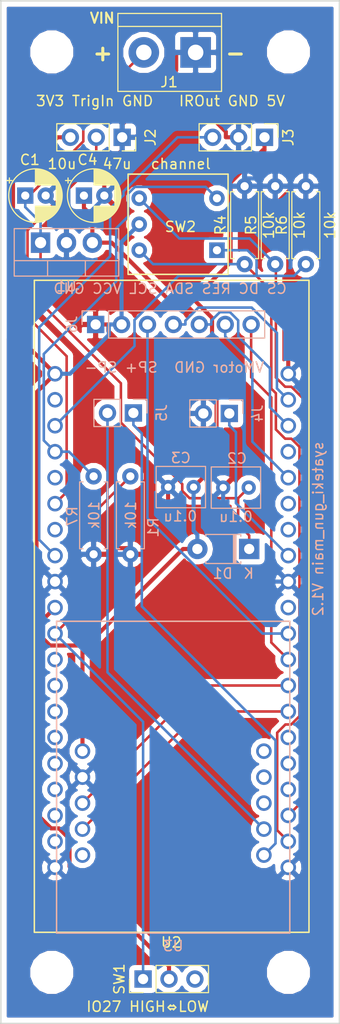
<source format=kicad_pcb>
(kicad_pcb (version 20171130) (host pcbnew "(5.0.0)")

  (general
    (thickness 1.6)
    (drawings 15)
    (tracks 247)
    (zones 0)
    (modules 25)
    (nets 22)
  )

  (page A4)
  (layers
    (0 F.Cu signal hide)
    (31 B.Cu signal hide)
    (32 B.Adhes user)
    (33 F.Adhes user)
    (34 B.Paste user)
    (35 F.Paste user)
    (36 B.SilkS user)
    (37 F.SilkS user)
    (38 B.Mask user)
    (39 F.Mask user)
    (40 Dwgs.User user)
    (41 Cmts.User user)
    (42 Eco1.User user)
    (43 Eco2.User user)
    (44 Edge.Cuts user)
    (45 Margin user)
    (46 B.CrtYd user)
    (47 F.CrtYd user)
    (48 B.Fab user)
    (49 F.Fab user)
  )

  (setup
    (last_trace_width 0.25)
    (trace_clearance 0.2)
    (zone_clearance 0.508)
    (zone_45_only no)
    (trace_min 0.2)
    (segment_width 0.2)
    (edge_width 0.15)
    (via_size 0.8)
    (via_drill 0.4)
    (via_min_size 0.8)
    (via_min_drill 0.3)
    (uvia_size 0.3)
    (uvia_drill 0.1)
    (uvias_allowed no)
    (uvia_min_size 0.2)
    (uvia_min_drill 0.1)
    (pcb_text_width 0.3)
    (pcb_text_size 1.5 1.5)
    (mod_edge_width 0.15)
    (mod_text_size 1 1)
    (mod_text_width 0.15)
    (pad_size 1.524 1.524)
    (pad_drill 0.762)
    (pad_to_mask_clearance 0.2)
    (aux_axis_origin 0 0)
    (visible_elements 7FFFFFFF)
    (pcbplotparams
      (layerselection 0x010f0_ffffffff)
      (usegerberextensions true)
      (usegerberattributes false)
      (usegerberadvancedattributes false)
      (creategerberjobfile false)
      (excludeedgelayer true)
      (linewidth 0.100000)
      (plotframeref false)
      (viasonmask false)
      (mode 1)
      (useauxorigin false)
      (hpglpennumber 1)
      (hpglpenspeed 20)
      (hpglpendiameter 15.000000)
      (psnegative false)
      (psa4output false)
      (plotreference true)
      (plotvalue true)
      (plotinvisibletext false)
      (padsonsilk false)
      (subtractmaskfromsilk true)
      (outputformat 1)
      (mirror false)
      (drillshape 0)
      (scaleselection 1)
      (outputdirectory ""))
  )

  (net 0 "")
  (net 1 GND)
  (net 2 "Net-(C1-Pad1)")
  (net 3 "Net-(J2-Pad2)")
  (net 4 3.3V)
  (net 5 5V)
  (net 6 "Net-(J3-Pad3)")
  (net 7 "Net-(J4-Pad1)")
  (net 8 "Net-(R1-Pad1)")
  (net 9 "Net-(J5-Pad1)")
  (net 10 "Net-(J5-Pad2)")
  (net 11 "Net-(J6-Pad3)")
  (net 12 "Net-(J6-Pad4)")
  (net 13 "Net-(U2-Pad28)")
  (net 14 "Net-(U2-Pad27)")
  (net 15 "Net-(R6-Pad1)")
  (net 16 "Net-(R7-Pad1)")
  (net 17 "Net-(J6-Pad5)")
  (net 18 "Net-(J6-Pad6)")
  (net 19 "Net-(J6-Pad7)")
  (net 20 IO34)
  (net 21 IO35)

  (net_class Default "これはデフォルトのネット クラスです。"
    (clearance 0.2)
    (trace_width 0.25)
    (via_dia 0.8)
    (via_drill 0.4)
    (uvia_dia 0.3)
    (uvia_drill 0.1)
    (add_net IO34)
    (add_net IO35)
    (add_net "Net-(C1-Pad1)")
    (add_net "Net-(J2-Pad2)")
    (add_net "Net-(J3-Pad3)")
    (add_net "Net-(J4-Pad1)")
    (add_net "Net-(J5-Pad1)")
    (add_net "Net-(J5-Pad2)")
    (add_net "Net-(J6-Pad3)")
    (add_net "Net-(J6-Pad4)")
    (add_net "Net-(J6-Pad5)")
    (add_net "Net-(J6-Pad6)")
    (add_net "Net-(J6-Pad7)")
    (add_net "Net-(R1-Pad1)")
    (add_net "Net-(R6-Pad1)")
    (add_net "Net-(R7-Pad1)")
    (add_net "Net-(U2-Pad27)")
    (add_net "Net-(U2-Pad28)")
  )

  (net_class GND ""
    (clearance 0.2)
    (trace_width 0.4)
    (via_dia 0.8)
    (via_drill 0.4)
    (uvia_dia 0.3)
    (uvia_drill 0.1)
    (add_net GND)
  )

  (net_class VDD ""
    (clearance 0.2)
    (trace_width 0.4)
    (via_dia 0.8)
    (via_drill 0.4)
    (uvia_dia 0.3)
    (uvia_drill 0.1)
    (add_net 3.3V)
    (add_net 5V)
  )

  (module My_Library:MP3_Voice_Module (layer B.Cu) (tedit 5D6FA54C) (tstamp 5D8C349D)
    (at 43.9 121.95)
    (path /5D5C8BAE)
    (fp_text reference U3 (at 0 13.97) (layer B.SilkS)
      (effects (font (size 1 1) (thickness 0.15)) (justify mirror))
    )
    (fp_text value MP3_Voice_Module (at 0 1.27) (layer B.Fab)
      (effects (font (size 1 1) (thickness 0.15)) (justify mirror))
    )
    (fp_line (start 11.43 -17.78) (end -11.43 -17.78) (layer B.SilkS) (width 0.15))
    (fp_line (start 11.43 12.7) (end 11.43 -17.78) (layer B.SilkS) (width 0.15))
    (fp_line (start -11.43 12.7) (end 11.43 12.7) (layer B.SilkS) (width 0.15))
    (fp_line (start -11.43 -17.78) (end -11.43 12.7) (layer B.SilkS) (width 0.15))
    (pad 10 thru_hole circle (at 8.89 5.08) (size 1.524 1.524) (drill 1) (layers *.Cu *.Mask)
      (net 9 "Net-(J5-Pad1)"))
    (pad 9 thru_hole circle (at 8.89 2.54) (size 1.524 1.524) (drill 1) (layers *.Cu *.Mask)
      (net 10 "Net-(J5-Pad2)"))
    (pad 8 thru_hole circle (at 8.89 0) (size 1.524 1.524) (drill 1) (layers *.Cu *.Mask))
    (pad 7 thru_hole circle (at 8.89 -2.54) (size 1.524 1.524) (drill 1) (layers *.Cu *.Mask))
    (pad 6 thru_hole circle (at 8.89 -5.08) (size 1.524 1.524) (drill 1) (layers *.Cu *.Mask))
    (pad 5 thru_hole circle (at -8.89 -5.08) (size 1.524 1.524) (drill 1) (layers *.Cu *.Mask)
      (net 5 5V))
    (pad 4 thru_hole circle (at -8.89 -2.54) (size 1.524 1.524) (drill 1) (layers *.Cu *.Mask)
      (net 1 GND))
    (pad 3 thru_hole circle (at -8.89 0) (size 1.524 1.524) (drill 1) (layers *.Cu *.Mask)
      (net 13 "Net-(U2-Pad28)"))
    (pad 2 thru_hole circle (at -8.89 2.54) (size 1.524 1.524) (drill 1) (layers *.Cu *.Mask)
      (net 14 "Net-(U2-Pad27)"))
    (pad 1 thru_hole circle (at -8.89 5.08) (size 1.524 1.524) (drill 1) (layers *.Cu *.Mask))
  )

  (module My_Library:ESP-Developer32 (layer F.Cu) (tedit 5D6FA41E) (tstamp 5D8C345C)
    (at 43.75 99.55)
    (path /5D5E6863)
    (fp_text reference U2 (at -0.04 36.02) (layer F.SilkS)
      (effects (font (size 1 1) (thickness 0.15)))
    )
    (fp_text value ESPr-Developer-32 (at -0.04 -1.39) (layer F.Fab)
      (effects (font (size 1 1) (thickness 0.15)))
    )
    (fp_line (start 13.46 35.03) (end 0 35.04) (layer F.SilkS) (width 0.15))
    (fp_line (start 13.46 -28.72) (end 13.46 35.03) (layer F.SilkS) (width 0.15))
    (fp_line (start -13.46 -28.72) (end 13.46 -28.72) (layer F.SilkS) (width 0.15))
    (fp_line (start -13.46 35.03) (end -13.46 -28.72) (layer F.SilkS) (width 0.15))
    (fp_line (start 0 35.03) (end -13.46 35.03) (layer F.SilkS) (width 0.15))
    (pad 40 thru_hole circle (at 11.43 -19.58) (size 1.524 1.524) (drill 1) (layers *.Cu *.Mask)
      (net 1 GND))
    (pad 39 thru_hole circle (at 11.43 -17.04) (size 1.524 1.524) (drill 1) (layers *.Cu *.Mask)
      (net 12 "Net-(J6-Pad4)"))
    (pad 38 thru_hole circle (at 11.43 -14.5) (size 1.524 1.524) (drill 1) (layers *.Cu *.Mask)
      (net 17 "Net-(J6-Pad5)"))
    (pad 37 thru_hole circle (at 11.43 -11.96) (size 1.524 1.524) (drill 1) (layers *.Cu *.Mask))
    (pad 36 thru_hole circle (at 11.43 -9.42) (size 1.524 1.524) (drill 1) (layers *.Cu *.Mask)
      (net 18 "Net-(J6-Pad6)"))
    (pad 35 thru_hole circle (at 11.43 -6.88) (size 1.524 1.524) (drill 1) (layers *.Cu *.Mask))
    (pad 34 thru_hole circle (at 11.43 -4.34) (size 1.524 1.524) (drill 1) (layers *.Cu *.Mask))
    (pad 33 thru_hole circle (at 11.43 -1.8) (size 1.524 1.524) (drill 1) (layers *.Cu *.Mask)
      (net 7 "Net-(J4-Pad1)"))
    (pad 32 thru_hole circle (at 11.43 0.74) (size 1.524 1.524) (drill 1) (layers *.Cu *.Mask)
      (net 1 GND))
    (pad 31 thru_hole circle (at 11.43 3.28) (size 1.524 1.524) (drill 1) (layers *.Cu *.Mask))
    (pad 30 thru_hole circle (at 11.43 5.82) (size 1.524 1.524) (drill 1) (layers *.Cu *.Mask)
      (net 11 "Net-(J6-Pad3)"))
    (pad 29 thru_hole circle (at 11.43 8.36) (size 1.524 1.524) (drill 1) (layers *.Cu *.Mask)
      (net 19 "Net-(J6-Pad7)"))
    (pad 28 thru_hole circle (at 11.43 10.9) (size 1.524 1.524) (drill 1) (layers *.Cu *.Mask)
      (net 13 "Net-(U2-Pad28)"))
    (pad 27 thru_hole circle (at 11.43 13.44) (size 1.524 1.524) (drill 1) (layers *.Cu *.Mask)
      (net 14 "Net-(U2-Pad27)"))
    (pad 26 thru_hole circle (at 11.43 15.98) (size 1.524 1.524) (drill 1) (layers *.Cu *.Mask))
    (pad 25 thru_hole circle (at 11.43 18.52) (size 1.524 1.524) (drill 1) (layers *.Cu *.Mask))
    (pad 24 thru_hole circle (at 11.43 21.06) (size 1.524 1.524) (drill 1) (layers *.Cu *.Mask))
    (pad 23 thru_hole circle (at 11.43 23.6) (size 1.524 1.524) (drill 1) (layers *.Cu *.Mask)
      (net 21 IO35))
    (pad 22 thru_hole circle (at 11.43 26.14) (size 1.524 1.524) (drill 1) (layers *.Cu *.Mask)
      (net 20 IO34))
    (pad 21 thru_hole circle (at 11.43 28.68) (size 1.524 1.524) (drill 1) (layers *.Cu *.Mask)
      (net 1 GND))
    (pad 1 thru_hole circle (at -11.43 -19.58) (size 1.524 1.524) (drill 1) (layers *.Cu *.Mask)
      (net 4 3.3V))
    (pad 2 thru_hole circle (at -11.43 -17.04) (size 1.524 1.524) (drill 1) (layers *.Cu *.Mask))
    (pad 3 thru_hole circle (at -11.43 -14.5) (size 1.524 1.524) (drill 1) (layers *.Cu *.Mask)
      (net 15 "Net-(R6-Pad1)"))
    (pad 4 thru_hole circle (at -11.43 -11.96) (size 1.524 1.524) (drill 1) (layers *.Cu *.Mask)
      (net 16 "Net-(R7-Pad1)"))
    (pad 5 thru_hole circle (at -11.43 -9.42) (size 1.524 1.524) (drill 1) (layers *.Cu *.Mask))
    (pad 6 thru_hole circle (at -11.43 -6.88) (size 1.524 1.524) (drill 1) (layers *.Cu *.Mask)
      (net 3 "Net-(J2-Pad2)"))
    (pad 7 thru_hole circle (at -11.43 -4.34) (size 1.524 1.524) (drill 1) (layers *.Cu *.Mask))
    (pad 8 thru_hole circle (at -11.43 -1.8) (size 1.524 1.524) (drill 1) (layers *.Cu *.Mask)
      (net 6 "Net-(J3-Pad3)"))
    (pad 9 thru_hole circle (at -11.43 0.74) (size 1.524 1.524) (drill 1) (layers *.Cu *.Mask)
      (net 1 GND))
    (pad 10 thru_hole circle (at -11.43 3.28) (size 1.524 1.524) (drill 1) (layers *.Cu *.Mask)
      (net 5 5V))
    (pad 11 thru_hole circle (at -11.43 5.82) (size 1.524 1.524) (drill 1) (layers *.Cu *.Mask)
      (net 8 "Net-(R1-Pad1)"))
    (pad 12 thru_hole circle (at -11.43 8.36) (size 1.524 1.524) (drill 1) (layers *.Cu *.Mask))
    (pad 13 thru_hole circle (at -11.43 10.9) (size 1.524 1.524) (drill 1) (layers *.Cu *.Mask))
    (pad 14 thru_hole circle (at -11.43 13.44) (size 1.524 1.524) (drill 1) (layers *.Cu *.Mask))
    (pad 15 thru_hole circle (at -11.43 15.98) (size 1.524 1.524) (drill 1) (layers *.Cu *.Mask))
    (pad 16 thru_hole circle (at -11.43 18.52) (size 1.524 1.524) (drill 1) (layers *.Cu *.Mask))
    (pad 17 thru_hole circle (at -11.43 21.06) (size 1.524 1.524) (drill 1) (layers *.Cu *.Mask))
    (pad 18 thru_hole circle (at -11.43 23.6) (size 1.524 1.524) (drill 1) (layers *.Cu *.Mask))
    (pad 19 thru_hole circle (at -11.43 26.14) (size 1.524 1.524) (drill 1) (layers *.Cu *.Mask))
    (pad 20 thru_hole circle (at -11.43 28.68) (size 1.524 1.524) (drill 1) (layers *.Cu *.Mask)
      (net 1 GND))
  )

  (module MountingHole:MountingHole_3.2mm_M3 (layer F.Cu) (tedit 5D580628) (tstamp 5D8C98FC)
    (at 55.2 138.5)
    (descr "Mounting Hole 3.2mm, no annular, M3")
    (tags "mounting hole 3.2mm no annular m3")
    (attr virtual)
    (fp_text reference hole4 (at 0 -4.2) (layer F.SilkS) hide
      (effects (font (size 1 1) (thickness 0.15)))
    )
    (fp_text value MountingHole_3.2mm_M3 (at 0 4.2) (layer F.Fab)
      (effects (font (size 1 1) (thickness 0.15)))
    )
    (fp_text user %R (at 0.3 0) (layer F.Fab)
      (effects (font (size 1 1) (thickness 0.15)))
    )
    (fp_circle (center 0 0) (end 3.2 0) (layer Cmts.User) (width 0.15))
    (fp_circle (center 0 0) (end 3.45 0) (layer F.CrtYd) (width 0.05))
    (pad 1 np_thru_hole circle (at 0 0) (size 3.2 3.2) (drill 3.2) (layers *.Cu *.Mask))
  )

  (module MountingHole:MountingHole_3.2mm_M3 (layer F.Cu) (tedit 5D580622) (tstamp 5D8C98EE)
    (at 32 138.5)
    (descr "Mounting Hole 3.2mm, no annular, M3")
    (tags "mounting hole 3.2mm no annular m3")
    (attr virtual)
    (fp_text reference hole3 (at 0 -4.2) (layer F.SilkS) hide
      (effects (font (size 1 1) (thickness 0.15)))
    )
    (fp_text value MountingHole_3.2mm_M3 (at 0 4.2) (layer F.Fab)
      (effects (font (size 1 1) (thickness 0.15)))
    )
    (fp_circle (center 0 0) (end 3.45 0) (layer F.CrtYd) (width 0.05))
    (fp_circle (center 0 0) (end 3.2 0) (layer Cmts.User) (width 0.15))
    (fp_text user %R (at 0.3 0) (layer F.Fab)
      (effects (font (size 1 1) (thickness 0.15)))
    )
    (pad 1 np_thru_hole circle (at 0 0) (size 3.2 3.2) (drill 3.2) (layers *.Cu *.Mask))
  )

  (module MountingHole:MountingHole_3.2mm_M3 (layer F.Cu) (tedit 5D5805AD) (tstamp 5D8C98E0)
    (at 55.2 48.5)
    (descr "Mounting Hole 3.2mm, no annular, M3")
    (tags "mounting hole 3.2mm no annular m3")
    (attr virtual)
    (fp_text reference hole2 (at 0 -4.2) (layer F.SilkS) hide
      (effects (font (size 1 1) (thickness 0.15)))
    )
    (fp_text value MountingHole_3.2mm_M3 (at 0 4.2) (layer F.Fab)
      (effects (font (size 1 1) (thickness 0.15)))
    )
    (fp_text user %R (at 0.3 0) (layer F.Fab)
      (effects (font (size 1 1) (thickness 0.15)))
    )
    (fp_circle (center 0 0) (end 3.2 0) (layer Cmts.User) (width 0.15))
    (fp_circle (center 0 0) (end 3.45 0) (layer F.CrtYd) (width 0.05))
    (pad 1 np_thru_hole circle (at 0 0) (size 3.2 3.2) (drill 3.2) (layers *.Cu *.Mask))
  )

  (module Resistor_THT:R_Axial_DIN0207_L6.3mm_D2.5mm_P7.62mm_Horizontal (layer B.Cu) (tedit 5D3DD476) (tstamp 5D4B2238)
    (at 39.7 90 270)
    (descr "Resistor, Axial_DIN0207 series, Axial, Horizontal, pin pitch=7.62mm, 0.25W = 1/4W, length*diameter=6.3*2.5mm^2, http://cdn-reichelt.de/documents/datenblatt/B400/1_4W%23YAG.pdf")
    (tags "Resistor Axial_DIN0207 series Axial Horizontal pin pitch 7.62mm 0.25W = 1/4W length 6.3mm diameter 2.5mm")
    (path /5D5BEB3A)
    (fp_text reference R1 (at 5 -2.25 270) (layer B.SilkS)
      (effects (font (size 1 1) (thickness 0.15)) (justify mirror))
    )
    (fp_text value 10k (at 3.8 -0.05 270) (layer B.SilkS)
      (effects (font (size 1 1) (thickness 0.15)) (justify mirror))
    )
    (fp_line (start 0.66 1.25) (end 0.66 -1.25) (layer B.Fab) (width 0.1))
    (fp_line (start 0.66 -1.25) (end 6.96 -1.25) (layer B.Fab) (width 0.1))
    (fp_line (start 6.96 -1.25) (end 6.96 1.25) (layer B.Fab) (width 0.1))
    (fp_line (start 6.96 1.25) (end 0.66 1.25) (layer B.Fab) (width 0.1))
    (fp_line (start 0 0) (end 0.66 0) (layer B.Fab) (width 0.1))
    (fp_line (start 7.62 0) (end 6.96 0) (layer B.Fab) (width 0.1))
    (fp_line (start 0.54 1.04) (end 0.54 1.37) (layer B.SilkS) (width 0.12))
    (fp_line (start 0.54 1.37) (end 7.08 1.37) (layer B.SilkS) (width 0.12))
    (fp_line (start 7.08 1.37) (end 7.08 1.04) (layer B.SilkS) (width 0.12))
    (fp_line (start 0.54 -1.04) (end 0.54 -1.37) (layer B.SilkS) (width 0.12))
    (fp_line (start 0.54 -1.37) (end 7.08 -1.37) (layer B.SilkS) (width 0.12))
    (fp_line (start 7.08 -1.37) (end 7.08 -1.04) (layer B.SilkS) (width 0.12))
    (fp_line (start -1.05 1.5) (end -1.05 -1.5) (layer B.CrtYd) (width 0.05))
    (fp_line (start -1.05 -1.5) (end 8.67 -1.5) (layer B.CrtYd) (width 0.05))
    (fp_line (start 8.67 -1.5) (end 8.67 1.5) (layer B.CrtYd) (width 0.05))
    (fp_line (start 8.67 1.5) (end -1.05 1.5) (layer B.CrtYd) (width 0.05))
    (fp_text user %R (at 3.81 0 270) (layer B.Fab)
      (effects (font (size 1 1) (thickness 0.15)) (justify mirror))
    )
    (pad 1 thru_hole circle (at 0 0 270) (size 1.6 1.6) (drill 0.8) (layers *.Cu *.Mask)
      (net 8 "Net-(R1-Pad1)"))
    (pad 2 thru_hole oval (at 7.62 0 270) (size 1.6 1.6) (drill 0.8) (layers *.Cu *.Mask)
      (net 1 GND))
    (model ${KISYS3DMOD}/Resistor_THT.3dshapes/R_Axial_DIN0207_L6.3mm_D2.5mm_P7.62mm_Horizontal.wrl
      (at (xyz 0 0 0))
      (scale (xyz 1 1 1))
      (rotate (xyz 0 0 0))
    )
  )

  (module Capacitor_THT:CP_Radial_D5.0mm_P2.00mm (layer F.Cu) (tedit 5D57F40E) (tstamp 5D650F40)
    (at 29.4 62.55)
    (descr "CP, Radial series, Radial, pin pitch=2.00mm, , diameter=5mm, Electrolytic Capacitor")
    (tags "CP Radial series Radial pin pitch 2.00mm  diameter 5mm Electrolytic Capacitor")
    (path /5D5B229F)
    (fp_text reference C1 (at 0.45 -3.5) (layer F.SilkS)
      (effects (font (size 1 1) (thickness 0.15)))
    )
    (fp_text value 10u (at 3.6 -3.1) (layer F.SilkS)
      (effects (font (size 1 1) (thickness 0.15)))
    )
    (fp_text user %R (at 1 0) (layer F.Fab)
      (effects (font (size 1 1) (thickness 0.15)))
    )
    (fp_line (start -1.554775 -1.725) (end -1.554775 -1.225) (layer F.SilkS) (width 0.12))
    (fp_line (start -1.804775 -1.475) (end -1.304775 -1.475) (layer F.SilkS) (width 0.12))
    (fp_line (start 3.601 -0.284) (end 3.601 0.284) (layer F.SilkS) (width 0.12))
    (fp_line (start 3.561 -0.518) (end 3.561 0.518) (layer F.SilkS) (width 0.12))
    (fp_line (start 3.521 -0.677) (end 3.521 0.677) (layer F.SilkS) (width 0.12))
    (fp_line (start 3.481 -0.805) (end 3.481 0.805) (layer F.SilkS) (width 0.12))
    (fp_line (start 3.441 -0.915) (end 3.441 0.915) (layer F.SilkS) (width 0.12))
    (fp_line (start 3.401 -1.011) (end 3.401 1.011) (layer F.SilkS) (width 0.12))
    (fp_line (start 3.361 -1.098) (end 3.361 1.098) (layer F.SilkS) (width 0.12))
    (fp_line (start 3.321 -1.178) (end 3.321 1.178) (layer F.SilkS) (width 0.12))
    (fp_line (start 3.281 -1.251) (end 3.281 1.251) (layer F.SilkS) (width 0.12))
    (fp_line (start 3.241 -1.319) (end 3.241 1.319) (layer F.SilkS) (width 0.12))
    (fp_line (start 3.201 -1.383) (end 3.201 1.383) (layer F.SilkS) (width 0.12))
    (fp_line (start 3.161 -1.443) (end 3.161 1.443) (layer F.SilkS) (width 0.12))
    (fp_line (start 3.121 -1.5) (end 3.121 1.5) (layer F.SilkS) (width 0.12))
    (fp_line (start 3.081 -1.554) (end 3.081 1.554) (layer F.SilkS) (width 0.12))
    (fp_line (start 3.041 -1.605) (end 3.041 1.605) (layer F.SilkS) (width 0.12))
    (fp_line (start 3.001 1.04) (end 3.001 1.653) (layer F.SilkS) (width 0.12))
    (fp_line (start 3.001 -1.653) (end 3.001 -1.04) (layer F.SilkS) (width 0.12))
    (fp_line (start 2.961 1.04) (end 2.961 1.699) (layer F.SilkS) (width 0.12))
    (fp_line (start 2.961 -1.699) (end 2.961 -1.04) (layer F.SilkS) (width 0.12))
    (fp_line (start 2.921 1.04) (end 2.921 1.743) (layer F.SilkS) (width 0.12))
    (fp_line (start 2.921 -1.743) (end 2.921 -1.04) (layer F.SilkS) (width 0.12))
    (fp_line (start 2.881 1.04) (end 2.881 1.785) (layer F.SilkS) (width 0.12))
    (fp_line (start 2.881 -1.785) (end 2.881 -1.04) (layer F.SilkS) (width 0.12))
    (fp_line (start 2.841 1.04) (end 2.841 1.826) (layer F.SilkS) (width 0.12))
    (fp_line (start 2.841 -1.826) (end 2.841 -1.04) (layer F.SilkS) (width 0.12))
    (fp_line (start 2.801 1.04) (end 2.801 1.864) (layer F.SilkS) (width 0.12))
    (fp_line (start 2.801 -1.864) (end 2.801 -1.04) (layer F.SilkS) (width 0.12))
    (fp_line (start 2.761 1.04) (end 2.761 1.901) (layer F.SilkS) (width 0.12))
    (fp_line (start 2.761 -1.901) (end 2.761 -1.04) (layer F.SilkS) (width 0.12))
    (fp_line (start 2.721 1.04) (end 2.721 1.937) (layer F.SilkS) (width 0.12))
    (fp_line (start 2.721 -1.937) (end 2.721 -1.04) (layer F.SilkS) (width 0.12))
    (fp_line (start 2.681 1.04) (end 2.681 1.971) (layer F.SilkS) (width 0.12))
    (fp_line (start 2.681 -1.971) (end 2.681 -1.04) (layer F.SilkS) (width 0.12))
    (fp_line (start 2.641 1.04) (end 2.641 2.004) (layer F.SilkS) (width 0.12))
    (fp_line (start 2.641 -2.004) (end 2.641 -1.04) (layer F.SilkS) (width 0.12))
    (fp_line (start 2.601 1.04) (end 2.601 2.035) (layer F.SilkS) (width 0.12))
    (fp_line (start 2.601 -2.035) (end 2.601 -1.04) (layer F.SilkS) (width 0.12))
    (fp_line (start 2.561 1.04) (end 2.561 2.065) (layer F.SilkS) (width 0.12))
    (fp_line (start 2.561 -2.065) (end 2.561 -1.04) (layer F.SilkS) (width 0.12))
    (fp_line (start 2.521 1.04) (end 2.521 2.095) (layer F.SilkS) (width 0.12))
    (fp_line (start 2.521 -2.095) (end 2.521 -1.04) (layer F.SilkS) (width 0.12))
    (fp_line (start 2.481 1.04) (end 2.481 2.122) (layer F.SilkS) (width 0.12))
    (fp_line (start 2.481 -2.122) (end 2.481 -1.04) (layer F.SilkS) (width 0.12))
    (fp_line (start 2.441 1.04) (end 2.441 2.149) (layer F.SilkS) (width 0.12))
    (fp_line (start 2.441 -2.149) (end 2.441 -1.04) (layer F.SilkS) (width 0.12))
    (fp_line (start 2.401 1.04) (end 2.401 2.175) (layer F.SilkS) (width 0.12))
    (fp_line (start 2.401 -2.175) (end 2.401 -1.04) (layer F.SilkS) (width 0.12))
    (fp_line (start 2.361 1.04) (end 2.361 2.2) (layer F.SilkS) (width 0.12))
    (fp_line (start 2.361 -2.2) (end 2.361 -1.04) (layer F.SilkS) (width 0.12))
    (fp_line (start 2.321 1.04) (end 2.321 2.224) (layer F.SilkS) (width 0.12))
    (fp_line (start 2.321 -2.224) (end 2.321 -1.04) (layer F.SilkS) (width 0.12))
    (fp_line (start 2.281 1.04) (end 2.281 2.247) (layer F.SilkS) (width 0.12))
    (fp_line (start 2.281 -2.247) (end 2.281 -1.04) (layer F.SilkS) (width 0.12))
    (fp_line (start 2.241 1.04) (end 2.241 2.268) (layer F.SilkS) (width 0.12))
    (fp_line (start 2.241 -2.268) (end 2.241 -1.04) (layer F.SilkS) (width 0.12))
    (fp_line (start 2.201 1.04) (end 2.201 2.29) (layer F.SilkS) (width 0.12))
    (fp_line (start 2.201 -2.29) (end 2.201 -1.04) (layer F.SilkS) (width 0.12))
    (fp_line (start 2.161 1.04) (end 2.161 2.31) (layer F.SilkS) (width 0.12))
    (fp_line (start 2.161 -2.31) (end 2.161 -1.04) (layer F.SilkS) (width 0.12))
    (fp_line (start 2.121 1.04) (end 2.121 2.329) (layer F.SilkS) (width 0.12))
    (fp_line (start 2.121 -2.329) (end 2.121 -1.04) (layer F.SilkS) (width 0.12))
    (fp_line (start 2.081 1.04) (end 2.081 2.348) (layer F.SilkS) (width 0.12))
    (fp_line (start 2.081 -2.348) (end 2.081 -1.04) (layer F.SilkS) (width 0.12))
    (fp_line (start 2.041 1.04) (end 2.041 2.365) (layer F.SilkS) (width 0.12))
    (fp_line (start 2.041 -2.365) (end 2.041 -1.04) (layer F.SilkS) (width 0.12))
    (fp_line (start 2.001 1.04) (end 2.001 2.382) (layer F.SilkS) (width 0.12))
    (fp_line (start 2.001 -2.382) (end 2.001 -1.04) (layer F.SilkS) (width 0.12))
    (fp_line (start 1.961 1.04) (end 1.961 2.398) (layer F.SilkS) (width 0.12))
    (fp_line (start 1.961 -2.398) (end 1.961 -1.04) (layer F.SilkS) (width 0.12))
    (fp_line (start 1.921 1.04) (end 1.921 2.414) (layer F.SilkS) (width 0.12))
    (fp_line (start 1.921 -2.414) (end 1.921 -1.04) (layer F.SilkS) (width 0.12))
    (fp_line (start 1.881 1.04) (end 1.881 2.428) (layer F.SilkS) (width 0.12))
    (fp_line (start 1.881 -2.428) (end 1.881 -1.04) (layer F.SilkS) (width 0.12))
    (fp_line (start 1.841 1.04) (end 1.841 2.442) (layer F.SilkS) (width 0.12))
    (fp_line (start 1.841 -2.442) (end 1.841 -1.04) (layer F.SilkS) (width 0.12))
    (fp_line (start 1.801 1.04) (end 1.801 2.455) (layer F.SilkS) (width 0.12))
    (fp_line (start 1.801 -2.455) (end 1.801 -1.04) (layer F.SilkS) (width 0.12))
    (fp_line (start 1.761 1.04) (end 1.761 2.468) (layer F.SilkS) (width 0.12))
    (fp_line (start 1.761 -2.468) (end 1.761 -1.04) (layer F.SilkS) (width 0.12))
    (fp_line (start 1.721 1.04) (end 1.721 2.48) (layer F.SilkS) (width 0.12))
    (fp_line (start 1.721 -2.48) (end 1.721 -1.04) (layer F.SilkS) (width 0.12))
    (fp_line (start 1.68 1.04) (end 1.68 2.491) (layer F.SilkS) (width 0.12))
    (fp_line (start 1.68 -2.491) (end 1.68 -1.04) (layer F.SilkS) (width 0.12))
    (fp_line (start 1.64 1.04) (end 1.64 2.501) (layer F.SilkS) (width 0.12))
    (fp_line (start 1.64 -2.501) (end 1.64 -1.04) (layer F.SilkS) (width 0.12))
    (fp_line (start 1.6 1.04) (end 1.6 2.511) (layer F.SilkS) (width 0.12))
    (fp_line (start 1.6 -2.511) (end 1.6 -1.04) (layer F.SilkS) (width 0.12))
    (fp_line (start 1.56 1.04) (end 1.56 2.52) (layer F.SilkS) (width 0.12))
    (fp_line (start 1.56 -2.52) (end 1.56 -1.04) (layer F.SilkS) (width 0.12))
    (fp_line (start 1.52 1.04) (end 1.52 2.528) (layer F.SilkS) (width 0.12))
    (fp_line (start 1.52 -2.528) (end 1.52 -1.04) (layer F.SilkS) (width 0.12))
    (fp_line (start 1.48 1.04) (end 1.48 2.536) (layer F.SilkS) (width 0.12))
    (fp_line (start 1.48 -2.536) (end 1.48 -1.04) (layer F.SilkS) (width 0.12))
    (fp_line (start 1.44 1.04) (end 1.44 2.543) (layer F.SilkS) (width 0.12))
    (fp_line (start 1.44 -2.543) (end 1.44 -1.04) (layer F.SilkS) (width 0.12))
    (fp_line (start 1.4 1.04) (end 1.4 2.55) (layer F.SilkS) (width 0.12))
    (fp_line (start 1.4 -2.55) (end 1.4 -1.04) (layer F.SilkS) (width 0.12))
    (fp_line (start 1.36 1.04) (end 1.36 2.556) (layer F.SilkS) (width 0.12))
    (fp_line (start 1.36 -2.556) (end 1.36 -1.04) (layer F.SilkS) (width 0.12))
    (fp_line (start 1.32 1.04) (end 1.32 2.561) (layer F.SilkS) (width 0.12))
    (fp_line (start 1.32 -2.561) (end 1.32 -1.04) (layer F.SilkS) (width 0.12))
    (fp_line (start 1.28 1.04) (end 1.28 2.565) (layer F.SilkS) (width 0.12))
    (fp_line (start 1.28 -2.565) (end 1.28 -1.04) (layer F.SilkS) (width 0.12))
    (fp_line (start 1.24 1.04) (end 1.24 2.569) (layer F.SilkS) (width 0.12))
    (fp_line (start 1.24 -2.569) (end 1.24 -1.04) (layer F.SilkS) (width 0.12))
    (fp_line (start 1.2 1.04) (end 1.2 2.573) (layer F.SilkS) (width 0.12))
    (fp_line (start 1.2 -2.573) (end 1.2 -1.04) (layer F.SilkS) (width 0.12))
    (fp_line (start 1.16 1.04) (end 1.16 2.576) (layer F.SilkS) (width 0.12))
    (fp_line (start 1.16 -2.576) (end 1.16 -1.04) (layer F.SilkS) (width 0.12))
    (fp_line (start 1.12 1.04) (end 1.12 2.578) (layer F.SilkS) (width 0.12))
    (fp_line (start 1.12 -2.578) (end 1.12 -1.04) (layer F.SilkS) (width 0.12))
    (fp_line (start 1.08 1.04) (end 1.08 2.579) (layer F.SilkS) (width 0.12))
    (fp_line (start 1.08 -2.579) (end 1.08 -1.04) (layer F.SilkS) (width 0.12))
    (fp_line (start 1.04 -2.58) (end 1.04 -1.04) (layer F.SilkS) (width 0.12))
    (fp_line (start 1.04 1.04) (end 1.04 2.58) (layer F.SilkS) (width 0.12))
    (fp_line (start 1 -2.58) (end 1 -1.04) (layer F.SilkS) (width 0.12))
    (fp_line (start 1 1.04) (end 1 2.58) (layer F.SilkS) (width 0.12))
    (fp_line (start -0.883605 -1.3375) (end -0.883605 -0.8375) (layer F.Fab) (width 0.1))
    (fp_line (start -1.133605 -1.0875) (end -0.633605 -1.0875) (layer F.Fab) (width 0.1))
    (fp_circle (center 1 0) (end 3.75 0) (layer F.CrtYd) (width 0.05))
    (fp_circle (center 1 0) (end 3.62 0) (layer F.SilkS) (width 0.12))
    (fp_circle (center 1 0) (end 3.5 0) (layer F.Fab) (width 0.1))
    (pad 2 thru_hole circle (at 2 0) (size 1.6 1.6) (drill 0.8) (layers *.Cu *.Mask)
      (net 1 GND))
    (pad 1 thru_hole rect (at 0 0) (size 1.6 1.6) (drill 0.8) (layers *.Cu *.Mask)
      (net 2 "Net-(C1-Pad1)"))
    (model ${KISYS3DMOD}/Capacitor_THT.3dshapes/CP_Radial_D5.0mm_P2.00mm.wrl
      (at (xyz 0 0 0))
      (scale (xyz 1 1 1))
      (rotate (xyz 0 0 0))
    )
  )

  (module Capacitor_THT:C_Rect_L4.6mm_W3.8mm_P2.50mm_MKS02_FKP02 (layer B.Cu) (tedit 5D57F5B2) (tstamp 5D650F53)
    (at 51.3 91.1 180)
    (descr "C, Rect series, Radial, pin pitch=2.50mm, , length*width=4.6*3.8mm^2, Capacitor, http://www.wima.de/DE/WIMA_MKS_02.pdf")
    (tags "C Rect series Radial pin pitch 2.50mm  length 4.6mm width 3.8mm Capacitor")
    (path /5D5B2180)
    (fp_text reference C2 (at 1.15 2.85 180) (layer B.SilkS)
      (effects (font (size 1 1) (thickness 0.15)) (justify mirror))
    )
    (fp_text value 0.1u (at 1.25 -2.85 180) (layer B.SilkS)
      (effects (font (size 1 1) (thickness 0.15)) (justify mirror))
    )
    (fp_text user %R (at 1.25 0 180) (layer B.Fab)
      (effects (font (size 0.92 0.92) (thickness 0.138)) (justify mirror))
    )
    (fp_line (start 3.8 2.15) (end -1.3 2.15) (layer B.CrtYd) (width 0.05))
    (fp_line (start 3.8 -2.15) (end 3.8 2.15) (layer B.CrtYd) (width 0.05))
    (fp_line (start -1.3 -2.15) (end 3.8 -2.15) (layer B.CrtYd) (width 0.05))
    (fp_line (start -1.3 2.15) (end -1.3 -2.15) (layer B.CrtYd) (width 0.05))
    (fp_line (start 3.67 2.02) (end 3.67 -2.02) (layer B.SilkS) (width 0.12))
    (fp_line (start -1.17 2.02) (end -1.17 -2.02) (layer B.SilkS) (width 0.12))
    (fp_line (start -1.17 -2.02) (end 3.67 -2.02) (layer B.SilkS) (width 0.12))
    (fp_line (start -1.17 2.02) (end 3.67 2.02) (layer B.SilkS) (width 0.12))
    (fp_line (start 3.55 1.9) (end -1.05 1.9) (layer B.Fab) (width 0.1))
    (fp_line (start 3.55 -1.9) (end 3.55 1.9) (layer B.Fab) (width 0.1))
    (fp_line (start -1.05 -1.9) (end 3.55 -1.9) (layer B.Fab) (width 0.1))
    (fp_line (start -1.05 1.9) (end -1.05 -1.9) (layer B.Fab) (width 0.1))
    (pad 2 thru_hole circle (at 2.5 0 180) (size 1.4 1.4) (drill 0.7) (layers *.Cu *.Mask)
      (net 1 GND))
    (pad 1 thru_hole circle (at 0 0 180) (size 1.4 1.4) (drill 0.7) (layers *.Cu *.Mask)
      (net 2 "Net-(C1-Pad1)"))
    (model ${KISYS3DMOD}/Capacitor_THT.3dshapes/C_Rect_L4.6mm_W3.8mm_P2.50mm_MKS02_FKP02.wrl
      (at (xyz 0 0 0))
      (scale (xyz 1 1 1))
      (rotate (xyz 0 0 0))
    )
  )

  (module Capacitor_THT:C_Rect_L4.6mm_W3.8mm_P2.50mm_MKS02_FKP02 (layer B.Cu) (tedit 5D57F5B7) (tstamp 5D650F66)
    (at 45.9 91.05 180)
    (descr "C, Rect series, Radial, pin pitch=2.50mm, , length*width=4.6*3.8mm^2, Capacitor, http://www.wima.de/DE/WIMA_MKS_02.pdf")
    (tags "C Rect series Radial pin pitch 2.50mm  length 4.6mm width 3.8mm Capacitor")
    (path /5D5AE67F)
    (fp_text reference C3 (at 1.25 2.85 180) (layer B.SilkS)
      (effects (font (size 1 1) (thickness 0.15)) (justify mirror))
    )
    (fp_text value 0.1u (at 1.3 -2.85 180) (layer B.SilkS)
      (effects (font (size 1 1) (thickness 0.15)) (justify mirror))
    )
    (fp_line (start -1.05 1.9) (end -1.05 -1.9) (layer B.Fab) (width 0.1))
    (fp_line (start -1.05 -1.9) (end 3.55 -1.9) (layer B.Fab) (width 0.1))
    (fp_line (start 3.55 -1.9) (end 3.55 1.9) (layer B.Fab) (width 0.1))
    (fp_line (start 3.55 1.9) (end -1.05 1.9) (layer B.Fab) (width 0.1))
    (fp_line (start -1.17 2.02) (end 3.67 2.02) (layer B.SilkS) (width 0.12))
    (fp_line (start -1.17 -2.02) (end 3.67 -2.02) (layer B.SilkS) (width 0.12))
    (fp_line (start -1.17 2.02) (end -1.17 -2.02) (layer B.SilkS) (width 0.12))
    (fp_line (start 3.67 2.02) (end 3.67 -2.02) (layer B.SilkS) (width 0.12))
    (fp_line (start -1.3 2.15) (end -1.3 -2.15) (layer B.CrtYd) (width 0.05))
    (fp_line (start -1.3 -2.15) (end 3.8 -2.15) (layer B.CrtYd) (width 0.05))
    (fp_line (start 3.8 -2.15) (end 3.8 2.15) (layer B.CrtYd) (width 0.05))
    (fp_line (start 3.8 2.15) (end -1.3 2.15) (layer B.CrtYd) (width 0.05))
    (fp_text user %R (at 1.25 0 180) (layer B.Fab)
      (effects (font (size 0.92 0.92) (thickness 0.138)) (justify mirror))
    )
    (pad 1 thru_hole circle (at 0 0 180) (size 1.4 1.4) (drill 0.7) (layers *.Cu *.Mask)
      (net 5 5V))
    (pad 2 thru_hole circle (at 2.5 0 180) (size 1.4 1.4) (drill 0.7) (layers *.Cu *.Mask)
      (net 1 GND))
    (model ${KISYS3DMOD}/Capacitor_THT.3dshapes/C_Rect_L4.6mm_W3.8mm_P2.50mm_MKS02_FKP02.wrl
      (at (xyz 0 0 0))
      (scale (xyz 1 1 1))
      (rotate (xyz 0 0 0))
    )
  )

  (module Capacitor_THT:CP_Radial_D5.0mm_P2.00mm (layer F.Cu) (tedit 5D57F41A) (tstamp 5D650FE9)
    (at 35.15 62.55)
    (descr "CP, Radial series, Radial, pin pitch=2.00mm, , diameter=5mm, Electrolytic Capacitor")
    (tags "CP Radial series Radial pin pitch 2.00mm  diameter 5mm Electrolytic Capacitor")
    (path /5D5B2225)
    (fp_text reference C4 (at 0.35 -3.5) (layer F.SilkS)
      (effects (font (size 1 1) (thickness 0.15)))
    )
    (fp_text value 47u (at 3.25 -3.1) (layer F.SilkS)
      (effects (font (size 1 1) (thickness 0.15)))
    )
    (fp_circle (center 1 0) (end 3.5 0) (layer F.Fab) (width 0.1))
    (fp_circle (center 1 0) (end 3.62 0) (layer F.SilkS) (width 0.12))
    (fp_circle (center 1 0) (end 3.75 0) (layer F.CrtYd) (width 0.05))
    (fp_line (start -1.133605 -1.0875) (end -0.633605 -1.0875) (layer F.Fab) (width 0.1))
    (fp_line (start -0.883605 -1.3375) (end -0.883605 -0.8375) (layer F.Fab) (width 0.1))
    (fp_line (start 1 1.04) (end 1 2.58) (layer F.SilkS) (width 0.12))
    (fp_line (start 1 -2.58) (end 1 -1.04) (layer F.SilkS) (width 0.12))
    (fp_line (start 1.04 1.04) (end 1.04 2.58) (layer F.SilkS) (width 0.12))
    (fp_line (start 1.04 -2.58) (end 1.04 -1.04) (layer F.SilkS) (width 0.12))
    (fp_line (start 1.08 -2.579) (end 1.08 -1.04) (layer F.SilkS) (width 0.12))
    (fp_line (start 1.08 1.04) (end 1.08 2.579) (layer F.SilkS) (width 0.12))
    (fp_line (start 1.12 -2.578) (end 1.12 -1.04) (layer F.SilkS) (width 0.12))
    (fp_line (start 1.12 1.04) (end 1.12 2.578) (layer F.SilkS) (width 0.12))
    (fp_line (start 1.16 -2.576) (end 1.16 -1.04) (layer F.SilkS) (width 0.12))
    (fp_line (start 1.16 1.04) (end 1.16 2.576) (layer F.SilkS) (width 0.12))
    (fp_line (start 1.2 -2.573) (end 1.2 -1.04) (layer F.SilkS) (width 0.12))
    (fp_line (start 1.2 1.04) (end 1.2 2.573) (layer F.SilkS) (width 0.12))
    (fp_line (start 1.24 -2.569) (end 1.24 -1.04) (layer F.SilkS) (width 0.12))
    (fp_line (start 1.24 1.04) (end 1.24 2.569) (layer F.SilkS) (width 0.12))
    (fp_line (start 1.28 -2.565) (end 1.28 -1.04) (layer F.SilkS) (width 0.12))
    (fp_line (start 1.28 1.04) (end 1.28 2.565) (layer F.SilkS) (width 0.12))
    (fp_line (start 1.32 -2.561) (end 1.32 -1.04) (layer F.SilkS) (width 0.12))
    (fp_line (start 1.32 1.04) (end 1.32 2.561) (layer F.SilkS) (width 0.12))
    (fp_line (start 1.36 -2.556) (end 1.36 -1.04) (layer F.SilkS) (width 0.12))
    (fp_line (start 1.36 1.04) (end 1.36 2.556) (layer F.SilkS) (width 0.12))
    (fp_line (start 1.4 -2.55) (end 1.4 -1.04) (layer F.SilkS) (width 0.12))
    (fp_line (start 1.4 1.04) (end 1.4 2.55) (layer F.SilkS) (width 0.12))
    (fp_line (start 1.44 -2.543) (end 1.44 -1.04) (layer F.SilkS) (width 0.12))
    (fp_line (start 1.44 1.04) (end 1.44 2.543) (layer F.SilkS) (width 0.12))
    (fp_line (start 1.48 -2.536) (end 1.48 -1.04) (layer F.SilkS) (width 0.12))
    (fp_line (start 1.48 1.04) (end 1.48 2.536) (layer F.SilkS) (width 0.12))
    (fp_line (start 1.52 -2.528) (end 1.52 -1.04) (layer F.SilkS) (width 0.12))
    (fp_line (start 1.52 1.04) (end 1.52 2.528) (layer F.SilkS) (width 0.12))
    (fp_line (start 1.56 -2.52) (end 1.56 -1.04) (layer F.SilkS) (width 0.12))
    (fp_line (start 1.56 1.04) (end 1.56 2.52) (layer F.SilkS) (width 0.12))
    (fp_line (start 1.6 -2.511) (end 1.6 -1.04) (layer F.SilkS) (width 0.12))
    (fp_line (start 1.6 1.04) (end 1.6 2.511) (layer F.SilkS) (width 0.12))
    (fp_line (start 1.64 -2.501) (end 1.64 -1.04) (layer F.SilkS) (width 0.12))
    (fp_line (start 1.64 1.04) (end 1.64 2.501) (layer F.SilkS) (width 0.12))
    (fp_line (start 1.68 -2.491) (end 1.68 -1.04) (layer F.SilkS) (width 0.12))
    (fp_line (start 1.68 1.04) (end 1.68 2.491) (layer F.SilkS) (width 0.12))
    (fp_line (start 1.721 -2.48) (end 1.721 -1.04) (layer F.SilkS) (width 0.12))
    (fp_line (start 1.721 1.04) (end 1.721 2.48) (layer F.SilkS) (width 0.12))
    (fp_line (start 1.761 -2.468) (end 1.761 -1.04) (layer F.SilkS) (width 0.12))
    (fp_line (start 1.761 1.04) (end 1.761 2.468) (layer F.SilkS) (width 0.12))
    (fp_line (start 1.801 -2.455) (end 1.801 -1.04) (layer F.SilkS) (width 0.12))
    (fp_line (start 1.801 1.04) (end 1.801 2.455) (layer F.SilkS) (width 0.12))
    (fp_line (start 1.841 -2.442) (end 1.841 -1.04) (layer F.SilkS) (width 0.12))
    (fp_line (start 1.841 1.04) (end 1.841 2.442) (layer F.SilkS) (width 0.12))
    (fp_line (start 1.881 -2.428) (end 1.881 -1.04) (layer F.SilkS) (width 0.12))
    (fp_line (start 1.881 1.04) (end 1.881 2.428) (layer F.SilkS) (width 0.12))
    (fp_line (start 1.921 -2.414) (end 1.921 -1.04) (layer F.SilkS) (width 0.12))
    (fp_line (start 1.921 1.04) (end 1.921 2.414) (layer F.SilkS) (width 0.12))
    (fp_line (start 1.961 -2.398) (end 1.961 -1.04) (layer F.SilkS) (width 0.12))
    (fp_line (start 1.961 1.04) (end 1.961 2.398) (layer F.SilkS) (width 0.12))
    (fp_line (start 2.001 -2.382) (end 2.001 -1.04) (layer F.SilkS) (width 0.12))
    (fp_line (start 2.001 1.04) (end 2.001 2.382) (layer F.SilkS) (width 0.12))
    (fp_line (start 2.041 -2.365) (end 2.041 -1.04) (layer F.SilkS) (width 0.12))
    (fp_line (start 2.041 1.04) (end 2.041 2.365) (layer F.SilkS) (width 0.12))
    (fp_line (start 2.081 -2.348) (end 2.081 -1.04) (layer F.SilkS) (width 0.12))
    (fp_line (start 2.081 1.04) (end 2.081 2.348) (layer F.SilkS) (width 0.12))
    (fp_line (start 2.121 -2.329) (end 2.121 -1.04) (layer F.SilkS) (width 0.12))
    (fp_line (start 2.121 1.04) (end 2.121 2.329) (layer F.SilkS) (width 0.12))
    (fp_line (start 2.161 -2.31) (end 2.161 -1.04) (layer F.SilkS) (width 0.12))
    (fp_line (start 2.161 1.04) (end 2.161 2.31) (layer F.SilkS) (width 0.12))
    (fp_line (start 2.201 -2.29) (end 2.201 -1.04) (layer F.SilkS) (width 0.12))
    (fp_line (start 2.201 1.04) (end 2.201 2.29) (layer F.SilkS) (width 0.12))
    (fp_line (start 2.241 -2.268) (end 2.241 -1.04) (layer F.SilkS) (width 0.12))
    (fp_line (start 2.241 1.04) (end 2.241 2.268) (layer F.SilkS) (width 0.12))
    (fp_line (start 2.281 -2.247) (end 2.281 -1.04) (layer F.SilkS) (width 0.12))
    (fp_line (start 2.281 1.04) (end 2.281 2.247) (layer F.SilkS) (width 0.12))
    (fp_line (start 2.321 -2.224) (end 2.321 -1.04) (layer F.SilkS) (width 0.12))
    (fp_line (start 2.321 1.04) (end 2.321 2.224) (layer F.SilkS) (width 0.12))
    (fp_line (start 2.361 -2.2) (end 2.361 -1.04) (layer F.SilkS) (width 0.12))
    (fp_line (start 2.361 1.04) (end 2.361 2.2) (layer F.SilkS) (width 0.12))
    (fp_line (start 2.401 -2.175) (end 2.401 -1.04) (layer F.SilkS) (width 0.12))
    (fp_line (start 2.401 1.04) (end 2.401 2.175) (layer F.SilkS) (width 0.12))
    (fp_line (start 2.441 -2.149) (end 2.441 -1.04) (layer F.SilkS) (width 0.12))
    (fp_line (start 2.441 1.04) (end 2.441 2.149) (layer F.SilkS) (width 0.12))
    (fp_line (start 2.481 -2.122) (end 2.481 -1.04) (layer F.SilkS) (width 0.12))
    (fp_line (start 2.481 1.04) (end 2.481 2.122) (layer F.SilkS) (width 0.12))
    (fp_line (start 2.521 -2.095) (end 2.521 -1.04) (layer F.SilkS) (width 0.12))
    (fp_line (start 2.521 1.04) (end 2.521 2.095) (layer F.SilkS) (width 0.12))
    (fp_line (start 2.561 -2.065) (end 2.561 -1.04) (layer F.SilkS) (width 0.12))
    (fp_line (start 2.561 1.04) (end 2.561 2.065) (layer F.SilkS) (width 0.12))
    (fp_line (start 2.601 -2.035) (end 2.601 -1.04) (layer F.SilkS) (width 0.12))
    (fp_line (start 2.601 1.04) (end 2.601 2.035) (layer F.SilkS) (width 0.12))
    (fp_line (start 2.641 -2.004) (end 2.641 -1.04) (layer F.SilkS) (width 0.12))
    (fp_line (start 2.641 1.04) (end 2.641 2.004) (layer F.SilkS) (width 0.12))
    (fp_line (start 2.681 -1.971) (end 2.681 -1.04) (layer F.SilkS) (width 0.12))
    (fp_line (start 2.681 1.04) (end 2.681 1.971) (layer F.SilkS) (width 0.12))
    (fp_line (start 2.721 -1.937) (end 2.721 -1.04) (layer F.SilkS) (width 0.12))
    (fp_line (start 2.721 1.04) (end 2.721 1.937) (layer F.SilkS) (width 0.12))
    (fp_line (start 2.761 -1.901) (end 2.761 -1.04) (layer F.SilkS) (width 0.12))
    (fp_line (start 2.761 1.04) (end 2.761 1.901) (layer F.SilkS) (width 0.12))
    (fp_line (start 2.801 -1.864) (end 2.801 -1.04) (layer F.SilkS) (width 0.12))
    (fp_line (start 2.801 1.04) (end 2.801 1.864) (layer F.SilkS) (width 0.12))
    (fp_line (start 2.841 -1.826) (end 2.841 -1.04) (layer F.SilkS) (width 0.12))
    (fp_line (start 2.841 1.04) (end 2.841 1.826) (layer F.SilkS) (width 0.12))
    (fp_line (start 2.881 -1.785) (end 2.881 -1.04) (layer F.SilkS) (width 0.12))
    (fp_line (start 2.881 1.04) (end 2.881 1.785) (layer F.SilkS) (width 0.12))
    (fp_line (start 2.921 -1.743) (end 2.921 -1.04) (layer F.SilkS) (width 0.12))
    (fp_line (start 2.921 1.04) (end 2.921 1.743) (layer F.SilkS) (width 0.12))
    (fp_line (start 2.961 -1.699) (end 2.961 -1.04) (layer F.SilkS) (width 0.12))
    (fp_line (start 2.961 1.04) (end 2.961 1.699) (layer F.SilkS) (width 0.12))
    (fp_line (start 3.001 -1.653) (end 3.001 -1.04) (layer F.SilkS) (width 0.12))
    (fp_line (start 3.001 1.04) (end 3.001 1.653) (layer F.SilkS) (width 0.12))
    (fp_line (start 3.041 -1.605) (end 3.041 1.605) (layer F.SilkS) (width 0.12))
    (fp_line (start 3.081 -1.554) (end 3.081 1.554) (layer F.SilkS) (width 0.12))
    (fp_line (start 3.121 -1.5) (end 3.121 1.5) (layer F.SilkS) (width 0.12))
    (fp_line (start 3.161 -1.443) (end 3.161 1.443) (layer F.SilkS) (width 0.12))
    (fp_line (start 3.201 -1.383) (end 3.201 1.383) (layer F.SilkS) (width 0.12))
    (fp_line (start 3.241 -1.319) (end 3.241 1.319) (layer F.SilkS) (width 0.12))
    (fp_line (start 3.281 -1.251) (end 3.281 1.251) (layer F.SilkS) (width 0.12))
    (fp_line (start 3.321 -1.178) (end 3.321 1.178) (layer F.SilkS) (width 0.12))
    (fp_line (start 3.361 -1.098) (end 3.361 1.098) (layer F.SilkS) (width 0.12))
    (fp_line (start 3.401 -1.011) (end 3.401 1.011) (layer F.SilkS) (width 0.12))
    (fp_line (start 3.441 -0.915) (end 3.441 0.915) (layer F.SilkS) (width 0.12))
    (fp_line (start 3.481 -0.805) (end 3.481 0.805) (layer F.SilkS) (width 0.12))
    (fp_line (start 3.521 -0.677) (end 3.521 0.677) (layer F.SilkS) (width 0.12))
    (fp_line (start 3.561 -0.518) (end 3.561 0.518) (layer F.SilkS) (width 0.12))
    (fp_line (start 3.601 -0.284) (end 3.601 0.284) (layer F.SilkS) (width 0.12))
    (fp_line (start -1.804775 -1.475) (end -1.304775 -1.475) (layer F.SilkS) (width 0.12))
    (fp_line (start -1.554775 -1.725) (end -1.554775 -1.225) (layer F.SilkS) (width 0.12))
    (fp_text user %R (at 1 0) (layer F.Fab)
      (effects (font (size 1 1) (thickness 0.15)))
    )
    (pad 1 thru_hole rect (at 0 0) (size 1.6 1.6) (drill 0.8) (layers *.Cu *.Mask)
      (net 5 5V))
    (pad 2 thru_hole circle (at 2 0) (size 1.6 1.6) (drill 0.8) (layers *.Cu *.Mask)
      (net 1 GND))
    (model ${KISYS3DMOD}/Capacitor_THT.3dshapes/CP_Radial_D5.0mm_P2.00mm.wrl
      (at (xyz 0 0 0))
      (scale (xyz 1 1 1))
      (rotate (xyz 0 0 0))
    )
  )

  (module Diode_THT:D_T-1_P5.08mm_Horizontal (layer B.Cu) (tedit 5D5803F5) (tstamp 5D650FEA)
    (at 51.35 97.1 180)
    (descr "Diode, T-1 series, Axial, Horizontal, pin pitch=5.08mm, , length*diameter=3.2*2.6mm^2, , http://www.diodes.com/_files/packages/T-1.pdf")
    (tags "Diode T-1 series Axial Horizontal pin pitch 5.08mm  length 3.2mm diameter 2.6mm")
    (path /5D5AE370)
    (fp_text reference D1 (at 2.6 -2.4 180) (layer B.SilkS)
      (effects (font (size 1 1) (thickness 0.15)) (justify mirror))
    )
    (fp_text value D (at 2.54 -2.42 180) (layer B.Fab)
      (effects (font (size 1 1) (thickness 0.15)) (justify mirror))
    )
    (fp_line (start 0.94 1.3) (end 0.94 -1.3) (layer B.Fab) (width 0.1))
    (fp_line (start 0.94 -1.3) (end 4.14 -1.3) (layer B.Fab) (width 0.1))
    (fp_line (start 4.14 -1.3) (end 4.14 1.3) (layer B.Fab) (width 0.1))
    (fp_line (start 4.14 1.3) (end 0.94 1.3) (layer B.Fab) (width 0.1))
    (fp_line (start 0 0) (end 0.94 0) (layer B.Fab) (width 0.1))
    (fp_line (start 5.08 0) (end 4.14 0) (layer B.Fab) (width 0.1))
    (fp_line (start 1.42 1.3) (end 1.42 -1.3) (layer B.Fab) (width 0.1))
    (fp_line (start 1.52 1.3) (end 1.52 -1.3) (layer B.Fab) (width 0.1))
    (fp_line (start 1.32 1.3) (end 1.32 -1.3) (layer B.Fab) (width 0.1))
    (fp_line (start 0.82 1.24) (end 0.82 1.42) (layer B.SilkS) (width 0.12))
    (fp_line (start 0.82 1.42) (end 4.26 1.42) (layer B.SilkS) (width 0.12))
    (fp_line (start 4.26 1.42) (end 4.26 1.24) (layer B.SilkS) (width 0.12))
    (fp_line (start 0.82 -1.24) (end 0.82 -1.42) (layer B.SilkS) (width 0.12))
    (fp_line (start 0.82 -1.42) (end 4.26 -1.42) (layer B.SilkS) (width 0.12))
    (fp_line (start 4.26 -1.42) (end 4.26 -1.24) (layer B.SilkS) (width 0.12))
    (fp_line (start 1.42 1.42) (end 1.42 -1.42) (layer B.SilkS) (width 0.12))
    (fp_line (start 1.54 1.42) (end 1.54 -1.42) (layer B.SilkS) (width 0.12))
    (fp_line (start 1.3 1.42) (end 1.3 -1.42) (layer B.SilkS) (width 0.12))
    (fp_line (start -1.25 1.55) (end -1.25 -1.55) (layer B.CrtYd) (width 0.05))
    (fp_line (start -1.25 -1.55) (end 6.33 -1.55) (layer B.CrtYd) (width 0.05))
    (fp_line (start 6.33 -1.55) (end 6.33 1.55) (layer B.CrtYd) (width 0.05))
    (fp_line (start 6.33 1.55) (end -1.25 1.55) (layer B.CrtYd) (width 0.05))
    (fp_text user %R (at 2.78 0 180) (layer B.Fab)
      (effects (font (size 0.64 0.64) (thickness 0.096)) (justify mirror))
    )
    (fp_text user K (at 0 -2.45 180) (layer B.Fab)
      (effects (font (size 1 1) (thickness 0.15)) (justify mirror))
    )
    (fp_text user K (at 0.05 -2.4 180) (layer B.SilkS)
      (effects (font (size 1 1) (thickness 0.15)) (justify mirror))
    )
    (pad 1 thru_hole rect (at 0 0 180) (size 2 2) (drill 1) (layers *.Cu *.Mask)
      (net 2 "Net-(C1-Pad1)"))
    (pad 2 thru_hole oval (at 5.08 0 180) (size 2 2) (drill 1) (layers *.Cu *.Mask)
      (net 5 5V))
    (model ${KISYS3DMOD}/Diode_THT.3dshapes/D_T-1_P5.08mm_Horizontal.wrl
      (at (xyz 0 0 0))
      (scale (xyz 1 1 1))
      (rotate (xyz 0 0 0))
    )
  )

  (module TerminalBlock:TerminalBlock_bornier-2_P5.08mm (layer F.Cu) (tedit 59FF03AB) (tstamp 5D65101A)
    (at 46.1 48.55 180)
    (descr "simple 2-pin terminal block, pitch 5.08mm, revamped version of bornier2")
    (tags "terminal block bornier2")
    (path /5D5B23BB)
    (fp_text reference J1 (at 2.6 -2.9 180) (layer F.SilkS)
      (effects (font (size 1 1) (thickness 0.15)))
    )
    (fp_text value Screw_Terminal_01x02 (at 2.54 5.08 180) (layer F.Fab)
      (effects (font (size 1 1) (thickness 0.15)))
    )
    (fp_text user %R (at 2.54 0 180) (layer F.Fab)
      (effects (font (size 1 1) (thickness 0.15)))
    )
    (fp_line (start -2.41 2.55) (end 7.49 2.55) (layer F.Fab) (width 0.1))
    (fp_line (start -2.46 -3.75) (end -2.46 3.75) (layer F.Fab) (width 0.1))
    (fp_line (start -2.46 3.75) (end 7.54 3.75) (layer F.Fab) (width 0.1))
    (fp_line (start 7.54 3.75) (end 7.54 -3.75) (layer F.Fab) (width 0.1))
    (fp_line (start 7.54 -3.75) (end -2.46 -3.75) (layer F.Fab) (width 0.1))
    (fp_line (start 7.62 2.54) (end -2.54 2.54) (layer F.SilkS) (width 0.12))
    (fp_line (start 7.62 3.81) (end 7.62 -3.81) (layer F.SilkS) (width 0.12))
    (fp_line (start 7.62 -3.81) (end -2.54 -3.81) (layer F.SilkS) (width 0.12))
    (fp_line (start -2.54 -3.81) (end -2.54 3.81) (layer F.SilkS) (width 0.12))
    (fp_line (start -2.54 3.81) (end 7.62 3.81) (layer F.SilkS) (width 0.12))
    (fp_line (start -2.71 -4) (end 7.79 -4) (layer F.CrtYd) (width 0.05))
    (fp_line (start -2.71 -4) (end -2.71 4) (layer F.CrtYd) (width 0.05))
    (fp_line (start 7.79 4) (end 7.79 -4) (layer F.CrtYd) (width 0.05))
    (fp_line (start 7.79 4) (end -2.71 4) (layer F.CrtYd) (width 0.05))
    (pad 1 thru_hole rect (at 0 0 180) (size 3 3) (drill 1.52) (layers *.Cu *.Mask)
      (net 1 GND))
    (pad 2 thru_hole circle (at 5.08 0 180) (size 3 3) (drill 1.52) (layers *.Cu *.Mask)
      (net 2 "Net-(C1-Pad1)"))
    (model ${KISYS3DMOD}/TerminalBlock.3dshapes/TerminalBlock_bornier-2_P5.08mm.wrl
      (offset (xyz 2.539999961853027 0 0))
      (scale (xyz 1 1 1))
      (rotate (xyz 0 0 0))
    )
  )

  (module Connector_PinSocket_2.54mm:PinSocket_1x03_P2.54mm_Vertical (layer F.Cu) (tedit 5A19A429) (tstamp 5D65102E)
    (at 38.9 56.85 270)
    (descr "Through hole straight socket strip, 1x03, 2.54mm pitch, single row (from Kicad 4.0.7), script generated")
    (tags "Through hole socket strip THT 1x03 2.54mm single row")
    (path /5D57DD0E)
    (fp_text reference J2 (at 0 -2.77 270) (layer F.SilkS)
      (effects (font (size 1 1) (thickness 0.15)))
    )
    (fp_text value Conn_01x03_Female (at 0 7.85 270) (layer F.Fab)
      (effects (font (size 1 1) (thickness 0.15)))
    )
    (fp_line (start -1.27 -1.27) (end 0.635 -1.27) (layer F.Fab) (width 0.1))
    (fp_line (start 0.635 -1.27) (end 1.27 -0.635) (layer F.Fab) (width 0.1))
    (fp_line (start 1.27 -0.635) (end 1.27 6.35) (layer F.Fab) (width 0.1))
    (fp_line (start 1.27 6.35) (end -1.27 6.35) (layer F.Fab) (width 0.1))
    (fp_line (start -1.27 6.35) (end -1.27 -1.27) (layer F.Fab) (width 0.1))
    (fp_line (start -1.33 1.27) (end 1.33 1.27) (layer F.SilkS) (width 0.12))
    (fp_line (start -1.33 1.27) (end -1.33 6.41) (layer F.SilkS) (width 0.12))
    (fp_line (start -1.33 6.41) (end 1.33 6.41) (layer F.SilkS) (width 0.12))
    (fp_line (start 1.33 1.27) (end 1.33 6.41) (layer F.SilkS) (width 0.12))
    (fp_line (start 1.33 -1.33) (end 1.33 0) (layer F.SilkS) (width 0.12))
    (fp_line (start 0 -1.33) (end 1.33 -1.33) (layer F.SilkS) (width 0.12))
    (fp_line (start -1.8 -1.8) (end 1.75 -1.8) (layer F.CrtYd) (width 0.05))
    (fp_line (start 1.75 -1.8) (end 1.75 6.85) (layer F.CrtYd) (width 0.05))
    (fp_line (start 1.75 6.85) (end -1.8 6.85) (layer F.CrtYd) (width 0.05))
    (fp_line (start -1.8 6.85) (end -1.8 -1.8) (layer F.CrtYd) (width 0.05))
    (fp_text user %R (at 0 2.54) (layer F.Fab)
      (effects (font (size 1 1) (thickness 0.15)))
    )
    (pad 1 thru_hole rect (at 0 0 270) (size 1.7 1.7) (drill 1) (layers *.Cu *.Mask)
      (net 1 GND))
    (pad 2 thru_hole oval (at 0 2.54 270) (size 1.7 1.7) (drill 1) (layers *.Cu *.Mask)
      (net 3 "Net-(J2-Pad2)"))
    (pad 3 thru_hole oval (at 0 5.08 270) (size 1.7 1.7) (drill 1) (layers *.Cu *.Mask)
      (net 4 3.3V))
    (model ${KISYS3DMOD}/Connector_PinSocket_2.54mm.3dshapes/PinSocket_1x03_P2.54mm_Vertical.wrl
      (at (xyz 0 0 0))
      (scale (xyz 1 1 1))
      (rotate (xyz 0 0 0))
    )
  )

  (module Connector_PinHeader_2.54mm:PinHeader_1x03_P2.54mm_Vertical (layer F.Cu) (tedit 59FED5CC) (tstamp 5D65105A)
    (at 52.85 56.85 270)
    (descr "Through hole straight pin header, 1x03, 2.54mm pitch, single row")
    (tags "Through hole pin header THT 1x03 2.54mm single row")
    (path /5D3CEA87)
    (fp_text reference J3 (at 0 -2.33 270) (layer F.SilkS)
      (effects (font (size 1 1) (thickness 0.15)))
    )
    (fp_text value Conn_01x03_Female (at 0 7.41 270) (layer F.Fab)
      (effects (font (size 1 1) (thickness 0.15)))
    )
    (fp_line (start -0.635 -1.27) (end 1.27 -1.27) (layer F.Fab) (width 0.1))
    (fp_line (start 1.27 -1.27) (end 1.27 6.35) (layer F.Fab) (width 0.1))
    (fp_line (start 1.27 6.35) (end -1.27 6.35) (layer F.Fab) (width 0.1))
    (fp_line (start -1.27 6.35) (end -1.27 -0.635) (layer F.Fab) (width 0.1))
    (fp_line (start -1.27 -0.635) (end -0.635 -1.27) (layer F.Fab) (width 0.1))
    (fp_line (start -1.33 6.41) (end 1.33 6.41) (layer F.SilkS) (width 0.12))
    (fp_line (start -1.33 1.27) (end -1.33 6.41) (layer F.SilkS) (width 0.12))
    (fp_line (start 1.33 1.27) (end 1.33 6.41) (layer F.SilkS) (width 0.12))
    (fp_line (start -1.33 1.27) (end 1.33 1.27) (layer F.SilkS) (width 0.12))
    (fp_line (start -1.33 0) (end -1.33 -1.33) (layer F.SilkS) (width 0.12))
    (fp_line (start -1.33 -1.33) (end 0 -1.33) (layer F.SilkS) (width 0.12))
    (fp_line (start -1.8 -1.8) (end -1.8 6.85) (layer F.CrtYd) (width 0.05))
    (fp_line (start -1.8 6.85) (end 1.8 6.85) (layer F.CrtYd) (width 0.05))
    (fp_line (start 1.8 6.85) (end 1.8 -1.8) (layer F.CrtYd) (width 0.05))
    (fp_line (start 1.8 -1.8) (end -1.8 -1.8) (layer F.CrtYd) (width 0.05))
    (fp_text user %R (at 0 2.54) (layer F.Fab)
      (effects (font (size 1 1) (thickness 0.15)))
    )
    (pad 1 thru_hole rect (at 0 0 270) (size 1.7 1.7) (drill 1) (layers *.Cu *.Mask)
      (net 5 5V))
    (pad 2 thru_hole oval (at 0 2.54 270) (size 1.7 1.7) (drill 1) (layers *.Cu *.Mask)
      (net 1 GND))
    (pad 3 thru_hole oval (at 0 5.08 270) (size 1.7 1.7) (drill 1) (layers *.Cu *.Mask)
      (net 6 "Net-(J3-Pad3)"))
    (model ${KISYS3DMOD}/Connector_PinHeader_2.54mm.3dshapes/PinHeader_1x03_P2.54mm_Vertical.wrl
      (at (xyz 0 0 0))
      (scale (xyz 1 1 1))
      (rotate (xyz 0 0 0))
    )
  )

  (module Connector_PinSocket_2.54mm:PinSocket_1x02_P2.54mm_Vertical (layer B.Cu) (tedit 5A19A420) (tstamp 5D651070)
    (at 49.4 83.85 90)
    (descr "Through hole straight socket strip, 1x02, 2.54mm pitch, single row (from Kicad 4.0.7), script generated")
    (tags "Through hole socket strip THT 1x02 2.54mm single row")
    (path /5D57DC3E)
    (fp_text reference J4 (at 0 2.77 90) (layer B.SilkS)
      (effects (font (size 1 1) (thickness 0.15)) (justify mirror))
    )
    (fp_text value Conn_01x02_Female (at 0 -5.31 90) (layer B.Fab)
      (effects (font (size 1 1) (thickness 0.15)) (justify mirror))
    )
    (fp_line (start -1.27 1.27) (end 0.635 1.27) (layer B.Fab) (width 0.1))
    (fp_line (start 0.635 1.27) (end 1.27 0.635) (layer B.Fab) (width 0.1))
    (fp_line (start 1.27 0.635) (end 1.27 -3.81) (layer B.Fab) (width 0.1))
    (fp_line (start 1.27 -3.81) (end -1.27 -3.81) (layer B.Fab) (width 0.1))
    (fp_line (start -1.27 -3.81) (end -1.27 1.27) (layer B.Fab) (width 0.1))
    (fp_line (start -1.33 -1.27) (end 1.33 -1.27) (layer B.SilkS) (width 0.12))
    (fp_line (start -1.33 -1.27) (end -1.33 -3.87) (layer B.SilkS) (width 0.12))
    (fp_line (start -1.33 -3.87) (end 1.33 -3.87) (layer B.SilkS) (width 0.12))
    (fp_line (start 1.33 -1.27) (end 1.33 -3.87) (layer B.SilkS) (width 0.12))
    (fp_line (start 1.33 1.33) (end 1.33 0) (layer B.SilkS) (width 0.12))
    (fp_line (start 0 1.33) (end 1.33 1.33) (layer B.SilkS) (width 0.12))
    (fp_line (start -1.8 1.8) (end 1.75 1.8) (layer B.CrtYd) (width 0.05))
    (fp_line (start 1.75 1.8) (end 1.75 -4.3) (layer B.CrtYd) (width 0.05))
    (fp_line (start 1.75 -4.3) (end -1.8 -4.3) (layer B.CrtYd) (width 0.05))
    (fp_line (start -1.8 -4.3) (end -1.8 1.8) (layer B.CrtYd) (width 0.05))
    (fp_text user %R (at 0 -1.27) (layer B.Fab)
      (effects (font (size 1 1) (thickness 0.15)) (justify mirror))
    )
    (pad 1 thru_hole rect (at 0 0 90) (size 1.7 1.7) (drill 1) (layers *.Cu *.Mask)
      (net 7 "Net-(J4-Pad1)"))
    (pad 2 thru_hole oval (at 0 -2.54 90) (size 1.7 1.7) (drill 1) (layers *.Cu *.Mask)
      (net 1 GND))
    (model ${KISYS3DMOD}/Connector_PinSocket_2.54mm.3dshapes/PinSocket_1x02_P2.54mm_Vertical.wrl
      (at (xyz 0 0 0))
      (scale (xyz 1 1 1))
      (rotate (xyz 0 0 0))
    )
  )

  (module Package_TO_SOT_THT:TO-220-3_Vertical (layer B.Cu) (tedit 5AC8BA0D) (tstamp 5D651089)
    (at 30.9 67.15)
    (descr "TO-220-3, Vertical, RM 2.54mm, see https://www.vishay.com/docs/66542/to-220-1.pdf")
    (tags "TO-220-3 Vertical RM 2.54mm")
    (path /5D5AE2E5)
    (fp_text reference U1 (at 2.54 4.27) (layer B.SilkS)
      (effects (font (size 1 1) (thickness 0.15)) (justify mirror))
    )
    (fp_text value L7805 (at 2.54 -2.5) (layer B.Fab)
      (effects (font (size 1 1) (thickness 0.15)) (justify mirror))
    )
    (fp_line (start -2.46 3.15) (end -2.46 -1.25) (layer B.Fab) (width 0.1))
    (fp_line (start -2.46 -1.25) (end 7.54 -1.25) (layer B.Fab) (width 0.1))
    (fp_line (start 7.54 -1.25) (end 7.54 3.15) (layer B.Fab) (width 0.1))
    (fp_line (start 7.54 3.15) (end -2.46 3.15) (layer B.Fab) (width 0.1))
    (fp_line (start -2.46 1.88) (end 7.54 1.88) (layer B.Fab) (width 0.1))
    (fp_line (start 0.69 3.15) (end 0.69 1.88) (layer B.Fab) (width 0.1))
    (fp_line (start 4.39 3.15) (end 4.39 1.88) (layer B.Fab) (width 0.1))
    (fp_line (start -2.58 3.27) (end 7.66 3.27) (layer B.SilkS) (width 0.12))
    (fp_line (start -2.58 -1.371) (end 7.66 -1.371) (layer B.SilkS) (width 0.12))
    (fp_line (start -2.58 3.27) (end -2.58 -1.371) (layer B.SilkS) (width 0.12))
    (fp_line (start 7.66 3.27) (end 7.66 -1.371) (layer B.SilkS) (width 0.12))
    (fp_line (start -2.58 1.76) (end 7.66 1.76) (layer B.SilkS) (width 0.12))
    (fp_line (start 0.69 3.27) (end 0.69 1.76) (layer B.SilkS) (width 0.12))
    (fp_line (start 4.391 3.27) (end 4.391 1.76) (layer B.SilkS) (width 0.12))
    (fp_line (start -2.71 3.4) (end -2.71 -1.51) (layer B.CrtYd) (width 0.05))
    (fp_line (start -2.71 -1.51) (end 7.79 -1.51) (layer B.CrtYd) (width 0.05))
    (fp_line (start 7.79 -1.51) (end 7.79 3.4) (layer B.CrtYd) (width 0.05))
    (fp_line (start 7.79 3.4) (end -2.71 3.4) (layer B.CrtYd) (width 0.05))
    (fp_text user %R (at 2.54 4.27) (layer B.Fab)
      (effects (font (size 1 1) (thickness 0.15)) (justify mirror))
    )
    (pad 1 thru_hole rect (at 0 0) (size 1.905 2) (drill 1.1) (layers *.Cu *.Mask)
      (net 2 "Net-(C1-Pad1)"))
    (pad 2 thru_hole oval (at 2.54 0) (size 1.905 2) (drill 1.1) (layers *.Cu *.Mask)
      (net 1 GND))
    (pad 3 thru_hole oval (at 5.08 0) (size 1.905 2) (drill 1.1) (layers *.Cu *.Mask)
      (net 5 5V))
    (model ${KISYS3DMOD}/Package_TO_SOT_THT.3dshapes/TO-220-3_Vertical.wrl
      (at (xyz 0 0 0))
      (scale (xyz 1 1 1))
      (rotate (xyz 0 0 0))
    )
  )

  (module Connector_PinHeader_2.54mm:PinHeader_1x03_P2.54mm_Vertical (layer F.Cu) (tedit 59FED5CC) (tstamp 5D7F3E66)
    (at 40.95 139.15 90)
    (descr "Through hole straight pin header, 1x03, 2.54mm pitch, single row")
    (tags "Through hole pin header THT 1x03 2.54mm single row")
    (path /5D5BB3AE)
    (fp_text reference SW1 (at 0 -2.33 90) (layer F.SilkS)
      (effects (font (size 1 1) (thickness 0.15)))
    )
    (fp_text value SW_SPDT (at 0 7.41 90) (layer F.Fab)
      (effects (font (size 1 1) (thickness 0.15)))
    )
    (fp_line (start -0.635 -1.27) (end 1.27 -1.27) (layer F.Fab) (width 0.1))
    (fp_line (start 1.27 -1.27) (end 1.27 6.35) (layer F.Fab) (width 0.1))
    (fp_line (start 1.27 6.35) (end -1.27 6.35) (layer F.Fab) (width 0.1))
    (fp_line (start -1.27 6.35) (end -1.27 -0.635) (layer F.Fab) (width 0.1))
    (fp_line (start -1.27 -0.635) (end -0.635 -1.27) (layer F.Fab) (width 0.1))
    (fp_line (start -1.33 6.41) (end 1.33 6.41) (layer F.SilkS) (width 0.12))
    (fp_line (start -1.33 1.27) (end -1.33 6.41) (layer F.SilkS) (width 0.12))
    (fp_line (start 1.33 1.27) (end 1.33 6.41) (layer F.SilkS) (width 0.12))
    (fp_line (start -1.33 1.27) (end 1.33 1.27) (layer F.SilkS) (width 0.12))
    (fp_line (start -1.33 0) (end -1.33 -1.33) (layer F.SilkS) (width 0.12))
    (fp_line (start -1.33 -1.33) (end 0 -1.33) (layer F.SilkS) (width 0.12))
    (fp_line (start -1.8 -1.8) (end -1.8 6.85) (layer F.CrtYd) (width 0.05))
    (fp_line (start -1.8 6.85) (end 1.8 6.85) (layer F.CrtYd) (width 0.05))
    (fp_line (start 1.8 6.85) (end 1.8 -1.8) (layer F.CrtYd) (width 0.05))
    (fp_line (start 1.8 -1.8) (end -1.8 -1.8) (layer F.CrtYd) (width 0.05))
    (fp_text user %R (at 0 2.54 180) (layer F.Fab)
      (effects (font (size 1 1) (thickness 0.15)))
    )
    (pad 1 thru_hole rect (at 0 0 90) (size 1.7 1.7) (drill 1) (layers *.Cu *.Mask)
      (net 8 "Net-(R1-Pad1)"))
    (pad 2 thru_hole oval (at 0 2.54 90) (size 1.7 1.7) (drill 1) (layers *.Cu *.Mask)
      (net 4 3.3V))
    (pad 3 thru_hole oval (at 0 5.08 90) (size 1.7 1.7) (drill 1) (layers *.Cu *.Mask))
    (model ${KISYS3DMOD}/Connector_PinHeader_2.54mm.3dshapes/PinHeader_1x03_P2.54mm_Vertical.wrl
      (at (xyz 0 0 0))
      (scale (xyz 1 1 1))
      (rotate (xyz 0 0 0))
    )
  )

  (module Connector_PinSocket_2.54mm:PinSocket_1x02_P2.54mm_Vertical (layer B.Cu) (tedit 5A19A420) (tstamp 5D8C342F)
    (at 40 83.8 90)
    (descr "Through hole straight socket strip, 1x02, 2.54mm pitch, single row (from Kicad 4.0.7), script generated")
    (tags "Through hole socket strip THT 1x02 2.54mm single row")
    (path /5D5DBFE6)
    (fp_text reference J5 (at 0 2.77 90) (layer B.SilkS)
      (effects (font (size 1 1) (thickness 0.15)) (justify mirror))
    )
    (fp_text value Conn_01x02_Female (at 0 -5.31 90) (layer B.Fab)
      (effects (font (size 1 1) (thickness 0.15)) (justify mirror))
    )
    (fp_line (start -1.27 1.27) (end 0.635 1.27) (layer B.Fab) (width 0.1))
    (fp_line (start 0.635 1.27) (end 1.27 0.635) (layer B.Fab) (width 0.1))
    (fp_line (start 1.27 0.635) (end 1.27 -3.81) (layer B.Fab) (width 0.1))
    (fp_line (start 1.27 -3.81) (end -1.27 -3.81) (layer B.Fab) (width 0.1))
    (fp_line (start -1.27 -3.81) (end -1.27 1.27) (layer B.Fab) (width 0.1))
    (fp_line (start -1.33 -1.27) (end 1.33 -1.27) (layer B.SilkS) (width 0.12))
    (fp_line (start -1.33 -1.27) (end -1.33 -3.87) (layer B.SilkS) (width 0.12))
    (fp_line (start -1.33 -3.87) (end 1.33 -3.87) (layer B.SilkS) (width 0.12))
    (fp_line (start 1.33 -1.27) (end 1.33 -3.87) (layer B.SilkS) (width 0.12))
    (fp_line (start 1.33 1.33) (end 1.33 0) (layer B.SilkS) (width 0.12))
    (fp_line (start 0 1.33) (end 1.33 1.33) (layer B.SilkS) (width 0.12))
    (fp_line (start -1.8 1.8) (end 1.75 1.8) (layer B.CrtYd) (width 0.05))
    (fp_line (start 1.75 1.8) (end 1.75 -4.3) (layer B.CrtYd) (width 0.05))
    (fp_line (start 1.75 -4.3) (end -1.8 -4.3) (layer B.CrtYd) (width 0.05))
    (fp_line (start -1.8 -4.3) (end -1.8 1.8) (layer B.CrtYd) (width 0.05))
    (fp_text user %R (at 0 -1.27) (layer B.Fab)
      (effects (font (size 1 1) (thickness 0.15)) (justify mirror))
    )
    (pad 1 thru_hole rect (at 0 0 90) (size 1.7 1.7) (drill 1) (layers *.Cu *.Mask)
      (net 9 "Net-(J5-Pad1)"))
    (pad 2 thru_hole oval (at 0 -2.54 90) (size 1.7 1.7) (drill 1) (layers *.Cu *.Mask)
      (net 10 "Net-(J5-Pad2)"))
    (model ${KISYS3DMOD}/Connector_PinSocket_2.54mm.3dshapes/PinSocket_1x02_P2.54mm_Vertical.wrl
      (at (xyz 0 0 0))
      (scale (xyz 1 1 1))
      (rotate (xyz 0 0 0))
    )
  )

  (module Resistor_THT:R_Axial_DIN0207_L6.3mm_D2.5mm_P7.62mm_Horizontal (layer F.Cu) (tedit 5D57F3F0) (tstamp 5D8C6696)
    (at 50.9 69.25 90)
    (descr "Resistor, Axial_DIN0207 series, Axial, Horizontal, pin pitch=7.62mm, 0.25W = 1/4W, length*diameter=6.3*2.5mm^2, http://cdn-reichelt.de/documents/datenblatt/B400/1_4W%23YAG.pdf")
    (tags "Resistor Axial_DIN0207 series Axial Horizontal pin pitch 7.62mm 0.25W = 1/4W length 6.3mm diameter 2.5mm")
    (path /5D64D5B8)
    (fp_text reference R4 (at 3.81 -2.37 90) (layer F.SilkS)
      (effects (font (size 1 1) (thickness 0.15)))
    )
    (fp_text value 10k (at 3.81 2.37 90) (layer F.SilkS)
      (effects (font (size 1 1) (thickness 0.15)))
    )
    (fp_text user %R (at 3.81 0 90) (layer F.Fab)
      (effects (font (size 1 1) (thickness 0.15)))
    )
    (fp_line (start 8.67 -1.5) (end -1.05 -1.5) (layer F.CrtYd) (width 0.05))
    (fp_line (start 8.67 1.5) (end 8.67 -1.5) (layer F.CrtYd) (width 0.05))
    (fp_line (start -1.05 1.5) (end 8.67 1.5) (layer F.CrtYd) (width 0.05))
    (fp_line (start -1.05 -1.5) (end -1.05 1.5) (layer F.CrtYd) (width 0.05))
    (fp_line (start 7.08 1.37) (end 7.08 1.04) (layer F.SilkS) (width 0.12))
    (fp_line (start 0.54 1.37) (end 7.08 1.37) (layer F.SilkS) (width 0.12))
    (fp_line (start 0.54 1.04) (end 0.54 1.37) (layer F.SilkS) (width 0.12))
    (fp_line (start 7.08 -1.37) (end 7.08 -1.04) (layer F.SilkS) (width 0.12))
    (fp_line (start 0.54 -1.37) (end 7.08 -1.37) (layer F.SilkS) (width 0.12))
    (fp_line (start 0.54 -1.04) (end 0.54 -1.37) (layer F.SilkS) (width 0.12))
    (fp_line (start 7.62 0) (end 6.96 0) (layer F.Fab) (width 0.1))
    (fp_line (start 0 0) (end 0.66 0) (layer F.Fab) (width 0.1))
    (fp_line (start 6.96 -1.25) (end 0.66 -1.25) (layer F.Fab) (width 0.1))
    (fp_line (start 6.96 1.25) (end 6.96 -1.25) (layer F.Fab) (width 0.1))
    (fp_line (start 0.66 1.25) (end 6.96 1.25) (layer F.Fab) (width 0.1))
    (fp_line (start 0.66 -1.25) (end 0.66 1.25) (layer F.Fab) (width 0.1))
    (pad 2 thru_hole oval (at 7.62 0 90) (size 1.6 1.6) (drill 0.8) (layers *.Cu *.Mask)
      (net 1 GND))
    (pad 1 thru_hole circle (at 0 0 90) (size 1.6 1.6) (drill 0.8) (layers *.Cu *.Mask)
      (net 20 IO34))
    (model ${KISYS3DMOD}/Resistor_THT.3dshapes/R_Axial_DIN0207_L6.3mm_D2.5mm_P7.62mm_Horizontal.wrl
      (at (xyz 0 0 0))
      (scale (xyz 1 1 1))
      (rotate (xyz 0 0 0))
    )
  )

  (module Resistor_THT:R_Axial_DIN0207_L6.3mm_D2.5mm_P7.62mm_Horizontal (layer F.Cu) (tedit 5D57F3F7) (tstamp 5D8C66AD)
    (at 53.9 69.25 90)
    (descr "Resistor, Axial_DIN0207 series, Axial, Horizontal, pin pitch=7.62mm, 0.25W = 1/4W, length*diameter=6.3*2.5mm^2, http://cdn-reichelt.de/documents/datenblatt/B400/1_4W%23YAG.pdf")
    (tags "Resistor Axial_DIN0207 series Axial Horizontal pin pitch 7.62mm 0.25W = 1/4W length 6.3mm diameter 2.5mm")
    (path /5D64D620)
    (fp_text reference R5 (at 3.81 -2.37 90) (layer F.SilkS)
      (effects (font (size 1 1) (thickness 0.15)))
    )
    (fp_text value 10k (at 3.81 2.37 90) (layer F.SilkS)
      (effects (font (size 1 1) (thickness 0.15)))
    )
    (fp_line (start 0.66 -1.25) (end 0.66 1.25) (layer F.Fab) (width 0.1))
    (fp_line (start 0.66 1.25) (end 6.96 1.25) (layer F.Fab) (width 0.1))
    (fp_line (start 6.96 1.25) (end 6.96 -1.25) (layer F.Fab) (width 0.1))
    (fp_line (start 6.96 -1.25) (end 0.66 -1.25) (layer F.Fab) (width 0.1))
    (fp_line (start 0 0) (end 0.66 0) (layer F.Fab) (width 0.1))
    (fp_line (start 7.62 0) (end 6.96 0) (layer F.Fab) (width 0.1))
    (fp_line (start 0.54 -1.04) (end 0.54 -1.37) (layer F.SilkS) (width 0.12))
    (fp_line (start 0.54 -1.37) (end 7.08 -1.37) (layer F.SilkS) (width 0.12))
    (fp_line (start 7.08 -1.37) (end 7.08 -1.04) (layer F.SilkS) (width 0.12))
    (fp_line (start 0.54 1.04) (end 0.54 1.37) (layer F.SilkS) (width 0.12))
    (fp_line (start 0.54 1.37) (end 7.08 1.37) (layer F.SilkS) (width 0.12))
    (fp_line (start 7.08 1.37) (end 7.08 1.04) (layer F.SilkS) (width 0.12))
    (fp_line (start -1.05 -1.5) (end -1.05 1.5) (layer F.CrtYd) (width 0.05))
    (fp_line (start -1.05 1.5) (end 8.67 1.5) (layer F.CrtYd) (width 0.05))
    (fp_line (start 8.67 1.5) (end 8.67 -1.5) (layer F.CrtYd) (width 0.05))
    (fp_line (start 8.67 -1.5) (end -1.05 -1.5) (layer F.CrtYd) (width 0.05))
    (fp_text user %R (at 3.81 0 90) (layer F.Fab)
      (effects (font (size 1 1) (thickness 0.15)))
    )
    (pad 1 thru_hole circle (at 0 0 90) (size 1.6 1.6) (drill 0.8) (layers *.Cu *.Mask)
      (net 21 IO35))
    (pad 2 thru_hole oval (at 7.62 0 90) (size 1.6 1.6) (drill 0.8) (layers *.Cu *.Mask)
      (net 1 GND))
    (model ${KISYS3DMOD}/Resistor_THT.3dshapes/R_Axial_DIN0207_L6.3mm_D2.5mm_P7.62mm_Horizontal.wrl
      (at (xyz 0 0 0))
      (scale (xyz 1 1 1))
      (rotate (xyz 0 0 0))
    )
  )

  (module Resistor_THT:R_Axial_DIN0207_L6.3mm_D2.5mm_P7.62mm_Horizontal (layer F.Cu) (tedit 5D57F3FD) (tstamp 5D8C66C4)
    (at 56.9 69.25 90)
    (descr "Resistor, Axial_DIN0207 series, Axial, Horizontal, pin pitch=7.62mm, 0.25W = 1/4W, length*diameter=6.3*2.5mm^2, http://cdn-reichelt.de/documents/datenblatt/B400/1_4W%23YAG.pdf")
    (tags "Resistor Axial_DIN0207 series Axial Horizontal pin pitch 7.62mm 0.25W = 1/4W length 6.3mm diameter 2.5mm")
    (path /5D64D574)
    (fp_text reference R6 (at 3.81 -2.37 90) (layer F.SilkS)
      (effects (font (size 1 1) (thickness 0.15)))
    )
    (fp_text value 10k (at 3.81 2.37 90) (layer F.SilkS)
      (effects (font (size 1 1) (thickness 0.15)))
    )
    (fp_line (start 0.66 -1.25) (end 0.66 1.25) (layer F.Fab) (width 0.1))
    (fp_line (start 0.66 1.25) (end 6.96 1.25) (layer F.Fab) (width 0.1))
    (fp_line (start 6.96 1.25) (end 6.96 -1.25) (layer F.Fab) (width 0.1))
    (fp_line (start 6.96 -1.25) (end 0.66 -1.25) (layer F.Fab) (width 0.1))
    (fp_line (start 0 0) (end 0.66 0) (layer F.Fab) (width 0.1))
    (fp_line (start 7.62 0) (end 6.96 0) (layer F.Fab) (width 0.1))
    (fp_line (start 0.54 -1.04) (end 0.54 -1.37) (layer F.SilkS) (width 0.12))
    (fp_line (start 0.54 -1.37) (end 7.08 -1.37) (layer F.SilkS) (width 0.12))
    (fp_line (start 7.08 -1.37) (end 7.08 -1.04) (layer F.SilkS) (width 0.12))
    (fp_line (start 0.54 1.04) (end 0.54 1.37) (layer F.SilkS) (width 0.12))
    (fp_line (start 0.54 1.37) (end 7.08 1.37) (layer F.SilkS) (width 0.12))
    (fp_line (start 7.08 1.37) (end 7.08 1.04) (layer F.SilkS) (width 0.12))
    (fp_line (start -1.05 -1.5) (end -1.05 1.5) (layer F.CrtYd) (width 0.05))
    (fp_line (start -1.05 1.5) (end 8.67 1.5) (layer F.CrtYd) (width 0.05))
    (fp_line (start 8.67 1.5) (end 8.67 -1.5) (layer F.CrtYd) (width 0.05))
    (fp_line (start 8.67 -1.5) (end -1.05 -1.5) (layer F.CrtYd) (width 0.05))
    (fp_text user %R (at 3.81 0 90) (layer F.Fab)
      (effects (font (size 1 1) (thickness 0.15)))
    )
    (pad 1 thru_hole circle (at 0 0 90) (size 1.6 1.6) (drill 0.8) (layers *.Cu *.Mask)
      (net 15 "Net-(R6-Pad1)"))
    (pad 2 thru_hole oval (at 7.62 0 90) (size 1.6 1.6) (drill 0.8) (layers *.Cu *.Mask)
      (net 1 GND))
    (model ${KISYS3DMOD}/Resistor_THT.3dshapes/R_Axial_DIN0207_L6.3mm_D2.5mm_P7.62mm_Horizontal.wrl
      (at (xyz 0 0 0))
      (scale (xyz 1 1 1))
      (rotate (xyz 0 0 0))
    )
  )

  (module Resistor_THT:R_Axial_DIN0207_L6.3mm_D2.5mm_P7.62mm_Horizontal (layer B.Cu) (tedit 5D580243) (tstamp 5D8C66DB)
    (at 36.1 90 270)
    (descr "Resistor, Axial_DIN0207 series, Axial, Horizontal, pin pitch=7.62mm, 0.25W = 1/4W, length*diameter=6.3*2.5mm^2, http://cdn-reichelt.de/documents/datenblatt/B400/1_4W%23YAG.pdf")
    (tags "Resistor Axial_DIN0207 series Axial Horizontal pin pitch 7.62mm 0.25W = 1/4W length 6.3mm diameter 2.5mm")
    (path /5D64D522)
    (fp_text reference R7 (at 3.9 2.1 270) (layer B.SilkS)
      (effects (font (size 1 1) (thickness 0.15)) (justify mirror))
    )
    (fp_text value 10k (at 3.8 -0.05 270) (layer B.SilkS)
      (effects (font (size 1 1) (thickness 0.15)) (justify mirror))
    )
    (fp_text user %R (at 3.81 0 270) (layer B.Fab)
      (effects (font (size 1 1) (thickness 0.15)) (justify mirror))
    )
    (fp_line (start 8.67 1.5) (end -1.05 1.5) (layer B.CrtYd) (width 0.05))
    (fp_line (start 8.67 -1.5) (end 8.67 1.5) (layer B.CrtYd) (width 0.05))
    (fp_line (start -1.05 -1.5) (end 8.67 -1.5) (layer B.CrtYd) (width 0.05))
    (fp_line (start -1.05 1.5) (end -1.05 -1.5) (layer B.CrtYd) (width 0.05))
    (fp_line (start 7.08 -1.37) (end 7.08 -1.04) (layer B.SilkS) (width 0.12))
    (fp_line (start 0.54 -1.37) (end 7.08 -1.37) (layer B.SilkS) (width 0.12))
    (fp_line (start 0.54 -1.04) (end 0.54 -1.37) (layer B.SilkS) (width 0.12))
    (fp_line (start 7.08 1.37) (end 7.08 1.04) (layer B.SilkS) (width 0.12))
    (fp_line (start 0.54 1.37) (end 7.08 1.37) (layer B.SilkS) (width 0.12))
    (fp_line (start 0.54 1.04) (end 0.54 1.37) (layer B.SilkS) (width 0.12))
    (fp_line (start 7.62 0) (end 6.96 0) (layer B.Fab) (width 0.1))
    (fp_line (start 0 0) (end 0.66 0) (layer B.Fab) (width 0.1))
    (fp_line (start 6.96 1.25) (end 0.66 1.25) (layer B.Fab) (width 0.1))
    (fp_line (start 6.96 -1.25) (end 6.96 1.25) (layer B.Fab) (width 0.1))
    (fp_line (start 0.66 -1.25) (end 6.96 -1.25) (layer B.Fab) (width 0.1))
    (fp_line (start 0.66 1.25) (end 0.66 -1.25) (layer B.Fab) (width 0.1))
    (pad 2 thru_hole oval (at 7.62 0 270) (size 1.6 1.6) (drill 0.8) (layers *.Cu *.Mask)
      (net 1 GND))
    (pad 1 thru_hole circle (at 0 0 270) (size 1.6 1.6) (drill 0.8) (layers *.Cu *.Mask)
      (net 16 "Net-(R7-Pad1)"))
    (model ${KISYS3DMOD}/Resistor_THT.3dshapes/R_Axial_DIN0207_L6.3mm_D2.5mm_P7.62mm_Horizontal.wrl
      (at (xyz 0 0 0))
      (scale (xyz 1 1 1))
      (rotate (xyz 0 0 0))
    )
  )

  (module My_Library:rotary_sw10 (layer F.Cu) (tedit 5CA76708) (tstamp 5D8C66E8)
    (at 45.65 65.35)
    (path /5D63751E)
    (fp_text reference SW2 (at -1.04 0.25) (layer F.SilkS)
      (effects (font (size 1 1) (thickness 0.15)))
    )
    (fp_text value SW_Coded_SH-7040 (at -1.18 -8.01) (layer F.Fab)
      (effects (font (size 1 1) (thickness 0.15)))
    )
    (fp_line (start 3.63 -4.9) (end 3.63 4.9) (layer F.SilkS) (width 0.15))
    (fp_line (start 3.63 4.9) (end -6.17 4.9) (layer F.SilkS) (width 0.15))
    (fp_line (start -6.17 4.9) (end -6.17 -4.9) (layer F.SilkS) (width 0.15))
    (fp_line (start -6.17 -4.9) (end 3.63 -4.9) (layer F.SilkS) (width 0.15))
    (pad 2 thru_hole circle (at 2.54 -2.54) (size 1.524 1.524) (drill 0.8) (layers *.Cu *.Mask)
      (net 16 "Net-(R7-Pad1)"))
    (pad 1 thru_hole rect (at 2.54 2.54) (size 1.524 1.524) (drill 0.8) (layers *.Cu *.Mask)
      (net 15 "Net-(R6-Pad1)"))
    (pad 8 thru_hole circle (at -5.08 -2.54) (size 1.524 1.524) (drill 0.8) (layers *.Cu *.Mask)
      (net 21 IO35))
    (pad 4 thru_hole circle (at -5.08 2.54) (size 1.524 1.524) (drill 0.8) (layers *.Cu *.Mask)
      (net 20 IO34))
    (pad C thru_hole circle (at -5.08 0) (size 1.524 1.524) (drill 0.8) (layers *.Cu *.Mask)
      (net 4 3.3V))
  )

  (module Connector_PinHeader_2.54mm:PinHeader_1x07_P2.54mm_Vertical (layer B.Cu) (tedit 59FED5CC) (tstamp 5D8C885B)
    (at 36.3 75.15 270)
    (descr "Through hole straight pin header, 1x07, 2.54mm pitch, single row")
    (tags "Through hole pin header THT 1x07 2.54mm single row")
    (path /5D66D2A0)
    (fp_text reference J6 (at 0 2.33 270) (layer B.SilkS)
      (effects (font (size 1 1) (thickness 0.15)) (justify mirror))
    )
    (fp_text value Conn_01x07_Female (at 0 -17.57 270) (layer B.Fab)
      (effects (font (size 1 1) (thickness 0.15)) (justify mirror))
    )
    (fp_line (start -0.635 1.27) (end 1.27 1.27) (layer B.Fab) (width 0.1))
    (fp_line (start 1.27 1.27) (end 1.27 -16.51) (layer B.Fab) (width 0.1))
    (fp_line (start 1.27 -16.51) (end -1.27 -16.51) (layer B.Fab) (width 0.1))
    (fp_line (start -1.27 -16.51) (end -1.27 0.635) (layer B.Fab) (width 0.1))
    (fp_line (start -1.27 0.635) (end -0.635 1.27) (layer B.Fab) (width 0.1))
    (fp_line (start -1.33 -16.57) (end 1.33 -16.57) (layer B.SilkS) (width 0.12))
    (fp_line (start -1.33 -1.27) (end -1.33 -16.57) (layer B.SilkS) (width 0.12))
    (fp_line (start 1.33 -1.27) (end 1.33 -16.57) (layer B.SilkS) (width 0.12))
    (fp_line (start -1.33 -1.27) (end 1.33 -1.27) (layer B.SilkS) (width 0.12))
    (fp_line (start -1.33 0) (end -1.33 1.33) (layer B.SilkS) (width 0.12))
    (fp_line (start -1.33 1.33) (end 0 1.33) (layer B.SilkS) (width 0.12))
    (fp_line (start -1.8 1.8) (end -1.8 -17.05) (layer B.CrtYd) (width 0.05))
    (fp_line (start -1.8 -17.05) (end 1.8 -17.05) (layer B.CrtYd) (width 0.05))
    (fp_line (start 1.8 -17.05) (end 1.8 1.8) (layer B.CrtYd) (width 0.05))
    (fp_line (start 1.8 1.8) (end -1.8 1.8) (layer B.CrtYd) (width 0.05))
    (fp_text user %R (at 0 -7.62 180) (layer B.Fab)
      (effects (font (size 1 1) (thickness 0.15)) (justify mirror))
    )
    (pad 1 thru_hole rect (at 0 0 270) (size 1.7 1.7) (drill 1) (layers *.Cu *.Mask)
      (net 1 GND))
    (pad 2 thru_hole oval (at 0 -2.54 270) (size 1.7 1.7) (drill 1) (layers *.Cu *.Mask)
      (net 4 3.3V))
    (pad 3 thru_hole oval (at 0 -5.08 270) (size 1.7 1.7) (drill 1) (layers *.Cu *.Mask)
      (net 11 "Net-(J6-Pad3)"))
    (pad 4 thru_hole oval (at 0 -7.62 270) (size 1.7 1.7) (drill 1) (layers *.Cu *.Mask)
      (net 12 "Net-(J6-Pad4)"))
    (pad 5 thru_hole oval (at 0 -10.16 270) (size 1.7 1.7) (drill 1) (layers *.Cu *.Mask)
      (net 17 "Net-(J6-Pad5)"))
    (pad 6 thru_hole oval (at 0 -12.7 270) (size 1.7 1.7) (drill 1) (layers *.Cu *.Mask)
      (net 18 "Net-(J6-Pad6)"))
    (pad 7 thru_hole oval (at 0 -15.24 270) (size 1.7 1.7) (drill 1) (layers *.Cu *.Mask)
      (net 19 "Net-(J6-Pad7)"))
    (model ${KISYS3DMOD}/Connector_PinHeader_2.54mm.3dshapes/PinHeader_1x07_P2.54mm_Vertical.wrl
      (at (xyz 0 0 0))
      (scale (xyz 1 1 1))
      (rotate (xyz 0 0 0))
    )
  )

  (module MountingHole:MountingHole_3.2mm_M3 (layer F.Cu) (tedit 5D5805A2) (tstamp 5D8C98DE)
    (at 32 48.5)
    (descr "Mounting Hole 3.2mm, no annular, M3")
    (tags "mounting hole 3.2mm no annular m3")
    (attr virtual)
    (fp_text reference hole1 (at 0 -4.2) (layer F.SilkS) hide
      (effects (font (size 1 1) (thickness 0.15)))
    )
    (fp_text value MountingHole_3.2mm_M3 (at 0 4.2) (layer F.Fab)
      (effects (font (size 1 1) (thickness 0.15)))
    )
    (fp_circle (center 0 0) (end 3.45 0) (layer F.CrtYd) (width 0.05))
    (fp_circle (center 0 0) (end 3.2 0) (layer Cmts.User) (width 0.15))
    (fp_text user %R (at 0.3 0) (layer F.Fab)
      (effects (font (size 1 1) (thickness 0.15)))
    )
    (pad 1 np_thru_hole circle (at 0 0) (size 3.2 3.2) (drill 3.2) (layers *.Cu *.Mask))
  )

  (gr_text "IO27 HIGH⇔LOW" (at 41.4 141.85) (layer F.SilkS)
    (effects (font (size 1 1) (thickness 0.15)))
  )
  (gr_text "syateki_gun_main V1.2" (at 58.1 95.15 90) (layer B.SilkS)
    (effects (font (size 1 1) (thickness 0.15)) (justify mirror))
  )
  (gr_text "SP+ SP-" (at 38.8 79.35) (layer B.SilkS)
    (effects (font (size 1 1) (thickness 0.15)) (justify mirror))
  )
  (gr_text "VMotor GND" (at 48.4 79.35) (layer B.SilkS)
    (effects (font (size 1 1) (thickness 0.15)) (justify mirror))
  )
  (gr_text "CS DC RES SDA SCL VCC GND" (at 43.6 71.65) (layer B.SilkS)
    (effects (font (size 1 1) (thickness 0.15)) (justify mirror))
  )
  (gr_text channel (at 44.65 59.45) (layer F.SilkS)
    (effects (font (size 1 1) (thickness 0.15)))
  )
  (gr_text "IROut GND 5V " (at 50.05 53.3) (layer F.SilkS)
    (effects (font (size 1 1) (thickness 0.15)))
  )
  (gr_text "3V3 TrigIn GND" (at 36.2 53.3) (layer F.SilkS)
    (effects (font (size 1 1) (thickness 0.15)))
  )
  (gr_text + (at 37 48.6) (layer F.SilkS)
    (effects (font (size 1.5 1.5) (thickness 0.3)))
  )
  (gr_text - (at 50 48.6) (layer F.SilkS)
    (effects (font (size 1.5 1.5) (thickness 0.3)))
  )
  (gr_text VIN (at 36.95 45.2) (layer F.SilkS)
    (effects (font (size 1 1) (thickness 0.2)))
  )
  (gr_line (start 60.2 43.5) (end 27 43.5) (layer Edge.Cuts) (width 0.15))
  (gr_line (start 60.2 143.5) (end 60.2 43.5) (layer Edge.Cuts) (width 0.15))
  (gr_line (start 27 143.5) (end 60.2 143.5) (layer Edge.Cuts) (width 0.15))
  (gr_line (start 27 43.5) (end 27 143.5) (layer Edge.Cuts) (width 0.15))

  (segment (start 54.1997 63.13) (end 53.9 62.8303) (width 0.4) (layer F.Cu) (net 1))
  (segment (start 55.18 79.97) (end 55.18 64.1103) (width 0.4) (layer F.Cu) (net 1))
  (segment (start 55.18 64.1103) (end 54.1997 63.13) (width 0.4) (layer F.Cu) (net 1))
  (segment (start 54.1997 63.13) (end 55.6997 61.63) (width 0.4) (layer F.Cu) (net 1))
  (segment (start 56.9 61.63) (end 55.6997 61.63) (width 0.4) (layer F.Cu) (net 1))
  (segment (start 36.1 97.62) (end 34.8997 97.62) (width 0.4) (layer B.Cu) (net 1))
  (segment (start 34.8997 97.62) (end 34.8997 97.7103) (width 0.4) (layer B.Cu) (net 1))
  (segment (start 34.8997 97.7103) (end 32.32 100.29) (width 0.4) (layer B.Cu) (net 1))
  (segment (start 36.1 97.62) (end 37.3003 97.62) (width 0.4) (layer F.Cu) (net 1))
  (segment (start 39.7 97.0198) (end 37.9005 97.0198) (width 0.4) (layer F.Cu) (net 1))
  (segment (start 37.9005 97.0198) (end 37.3003 97.62) (width 0.4) (layer F.Cu) (net 1))
  (segment (start 39.7 97.0198) (end 39.7 96.4197) (width 0.4) (layer F.Cu) (net 1))
  (segment (start 39.7 97.62) (end 39.7 97.0198) (width 0.4) (layer F.Cu) (net 1))
  (segment (start 32.32 100.29) (end 31.1577 101.4523) (width 0.4) (layer B.Cu) (net 1))
  (segment (start 31.1577 101.4523) (end 31.1577 116.0161) (width 0.4) (layer B.Cu) (net 1))
  (segment (start 31.1577 116.0161) (end 31.9416 116.8) (width 0.4) (layer B.Cu) (net 1))
  (segment (start 31.9416 116.8) (end 32.7059 116.8) (width 0.4) (layer B.Cu) (net 1))
  (segment (start 32.7059 116.8) (end 35.01 119.1041) (width 0.4) (layer B.Cu) (net 1))
  (segment (start 35.01 119.1041) (end 35.01 119.41) (width 0.4) (layer B.Cu) (net 1))
  (segment (start 43.4 91.05) (end 43.4 92.7197) (width 0.4) (layer F.Cu) (net 1))
  (segment (start 43.4 92.7197) (end 39.7 96.4197) (width 0.4) (layer F.Cu) (net 1))
  (segment (start 38.9 56.85) (end 38.9 58.1003) (width 0.4) (layer F.Cu) (net 1))
  (segment (start 37.15 62.55) (end 37.15 59.8503) (width 0.4) (layer F.Cu) (net 1))
  (segment (start 37.15 59.8503) (end 38.9 58.1003) (width 0.4) (layer F.Cu) (net 1))
  (segment (start 43.6272 50.8725) (end 44.1997 50.3) (width 0.4) (layer F.Cu) (net 1))
  (segment (start 44.1997 50.3) (end 44.1997 48.55) (width 0.4) (layer F.Cu) (net 1))
  (segment (start 38.9 55.5997) (end 43.6272 50.8725) (width 0.4) (layer F.Cu) (net 1))
  (segment (start 43.6272 50.8725) (end 49.0597 56.305) (width 0.4) (layer F.Cu) (net 1))
  (segment (start 49.0597 56.305) (end 49.0597 56.85) (width 0.4) (layer F.Cu) (net 1))
  (segment (start 50.31 56.85) (end 49.0597 56.85) (width 0.4) (layer F.Cu) (net 1))
  (segment (start 46.86 83.85) (end 45.6097 83.85) (width 0.4) (layer F.Cu) (net 1))
  (segment (start 36.3 75.15) (end 37.5503 75.15) (width 0.4) (layer F.Cu) (net 1))
  (segment (start 45.6097 83.85) (end 37.5503 75.7906) (width 0.4) (layer F.Cu) (net 1))
  (segment (start 37.5503 75.7906) (end 37.5503 75.15) (width 0.4) (layer F.Cu) (net 1))
  (segment (start 36.3 75.15) (end 36.3 73.8997) (width 0.4) (layer F.Cu) (net 1))
  (segment (start 36.3 73.8997) (end 33.44 71.0397) (width 0.4) (layer F.Cu) (net 1))
  (segment (start 33.44 71.0397) (end 33.44 67.15) (width 0.4) (layer F.Cu) (net 1))
  (segment (start 50.31 57.1055) (end 50.31 56.85) (width 0.4) (layer B.Cu) (net 1))
  (segment (start 50.31 57.1055) (end 50.31 58.1003) (width 0.4) (layer B.Cu) (net 1))
  (segment (start 46.1 48.55) (end 44.1997 48.55) (width 0.4) (layer F.Cu) (net 1))
  (segment (start 38.9 56.85) (end 38.9 55.5997) (width 0.4) (layer F.Cu) (net 1))
  (segment (start 48.8 91.1) (end 48.8 97.1416) (width 0.4) (layer B.Cu) (net 1))
  (segment (start 48.8 97.1416) (end 51.9484 100.29) (width 0.4) (layer B.Cu) (net 1))
  (segment (start 51.9484 100.29) (end 55.18 100.29) (width 0.4) (layer B.Cu) (net 1))
  (segment (start 46.86 89.9227) (end 47.6227 89.9227) (width 0.4) (layer B.Cu) (net 1))
  (segment (start 47.6227 89.9227) (end 48.8 91.1) (width 0.4) (layer B.Cu) (net 1))
  (segment (start 50.9 60.8695) (end 50.9 58.6903) (width 0.4) (layer B.Cu) (net 1))
  (segment (start 50.9 58.6903) (end 50.31 58.1003) (width 0.4) (layer B.Cu) (net 1))
  (segment (start 50.9 60.8695) (end 51.9392 60.8695) (width 0.4) (layer B.Cu) (net 1))
  (segment (start 51.9392 60.8695) (end 52.6997 61.63) (width 0.4) (layer B.Cu) (net 1))
  (segment (start 46.86 89.9227) (end 44.5273 89.9227) (width 0.4) (layer B.Cu) (net 1))
  (segment (start 44.5273 89.9227) (end 43.4 91.05) (width 0.4) (layer B.Cu) (net 1))
  (segment (start 46.86 89.9227) (end 46.86 85.1003) (width 0.4) (layer B.Cu) (net 1))
  (segment (start 46.86 83.85) (end 46.86 85.1003) (width 0.4) (layer B.Cu) (net 1))
  (segment (start 55.18 128.23) (end 56.3854 127.0246) (width 0.4) (layer B.Cu) (net 1))
  (segment (start 56.3854 127.0246) (end 56.3854 101.4954) (width 0.4) (layer B.Cu) (net 1))
  (segment (start 56.3854 101.4954) (end 55.18 100.29) (width 0.4) (layer B.Cu) (net 1))
  (segment (start 53.9 61.63) (end 52.6997 61.63) (width 0.4) (layer B.Cu) (net 1))
  (segment (start 50.9 61.63) (end 50.9 60.8695) (width 0.4) (layer B.Cu) (net 1))
  (segment (start 34.0199 65.1698) (end 34.0199 65.1699) (width 0.4) (layer B.Cu) (net 1))
  (segment (start 34.0199 65.1699) (end 34.7526 65.1699) (width 0.4) (layer B.Cu) (net 1))
  (segment (start 34.7526 65.1699) (end 37.15 62.7725) (width 0.4) (layer B.Cu) (net 1))
  (segment (start 37.15 62.7725) (end 37.15 62.55) (width 0.4) (layer B.Cu) (net 1))
  (segment (start 31.4 62.55) (end 34.0199 65.1698) (width 0.4) (layer B.Cu) (net 1))
  (segment (start 34.0199 65.1698) (end 33.44 65.7497) (width 0.4) (layer B.Cu) (net 1))
  (segment (start 33.44 67.15) (end 33.44 65.7497) (width 0.4) (layer B.Cu) (net 1))
  (segment (start 53.9 61.63) (end 53.9 62.8303) (width 0.4) (layer F.Cu) (net 1))
  (segment (start 32.32 128.23) (end 33.5212 127.0288) (width 0.4) (layer B.Cu) (net 1))
  (segment (start 33.5212 127.0288) (end 33.5212 120.8988) (width 0.4) (layer B.Cu) (net 1))
  (segment (start 33.5212 120.8988) (end 35.01 119.41) (width 0.4) (layer B.Cu) (net 1))
  (segment (start 29.4 62.55) (end 29.7876 62.55) (width 0.25) (layer F.Cu) (net 2))
  (segment (start 29.7876 62.55) (end 35.09 57.2476) (width 0.25) (layer F.Cu) (net 2))
  (segment (start 35.09 57.2476) (end 35.09 54.48) (width 0.25) (layer F.Cu) (net 2))
  (segment (start 35.09 54.48) (end 41.02 48.55) (width 0.25) (layer F.Cu) (net 2))
  (segment (start 50.2639 92.1361) (end 45.5086 92.1361) (width 0.25) (layer F.Cu) (net 2))
  (segment (start 45.5086 92.1361) (end 44.7873 91.4148) (width 0.25) (layer F.Cu) (net 2))
  (segment (start 44.7873 91.4148) (end 44.7873 90.7542) (width 0.25) (layer F.Cu) (net 2))
  (segment (start 44.7873 90.7542) (end 38.7756 84.7425) (width 0.25) (layer F.Cu) (net 2))
  (segment (start 38.7756 84.7425) (end 38.7756 80.9011) (width 0.25) (layer F.Cu) (net 2))
  (segment (start 38.7756 80.9011) (end 30.9 73.0255) (width 0.25) (layer F.Cu) (net 2))
  (segment (start 30.9 73.0255) (end 30.9 67.15) (width 0.25) (layer F.Cu) (net 2))
  (segment (start 51.35 97.1) (end 51.35 95.7747) (width 0.25) (layer F.Cu) (net 2))
  (segment (start 50.2639 92.1361) (end 51.3 91.1) (width 0.25) (layer F.Cu) (net 2))
  (segment (start 51.35 95.7747) (end 50.2639 94.6886) (width 0.25) (layer F.Cu) (net 2))
  (segment (start 50.2639 94.6886) (end 50.2639 92.1361) (width 0.25) (layer F.Cu) (net 2))
  (segment (start 29.4 62.55) (end 29.4 63.6753) (width 0.25) (layer B.Cu) (net 2))
  (segment (start 30.9 67.15) (end 30.9 65.1753) (width 0.25) (layer B.Cu) (net 2))
  (segment (start 30.9 65.1753) (end 29.4 63.6753) (width 0.25) (layer B.Cu) (net 2))
  (segment (start 36.36 56.85) (end 36.36 59.2026) (width 0.25) (layer F.Cu) (net 3))
  (segment (start 36.36 59.2026) (end 29.6221 65.9405) (width 0.25) (layer F.Cu) (net 3))
  (segment (start 29.6221 65.9405) (end 29.6221 74.4164) (width 0.25) (layer F.Cu) (net 3))
  (segment (start 29.6221 74.4164) (end 33.4587 78.253) (width 0.25) (layer F.Cu) (net 3))
  (segment (start 33.4587 78.253) (end 33.4587 91.5313) (width 0.25) (layer F.Cu) (net 3))
  (segment (start 33.4587 91.5313) (end 32.32 92.67) (width 0.25) (layer F.Cu) (net 3))
  (segment (start 38.84 75.15) (end 37.5897 75.15) (width 0.4) (layer B.Cu) (net 4))
  (segment (start 37.5897 75.15) (end 37.5897 76.1659) (width 0.4) (layer B.Cu) (net 4))
  (segment (start 37.5897 76.1659) (end 33.7856 79.97) (width 0.4) (layer B.Cu) (net 4))
  (segment (start 33.7856 79.97) (end 32.32 79.97) (width 0.4) (layer B.Cu) (net 4))
  (segment (start 38.84 74.6749) (end 38.84 75.15) (width 0.4) (layer B.Cu) (net 4))
  (segment (start 43.49 139.15) (end 43.49 137.8997) (width 0.4) (layer F.Cu) (net 4))
  (segment (start 43.49 137.8997) (end 33.74 128.1497) (width 0.4) (layer F.Cu) (net 4))
  (segment (start 33.74 128.1497) (end 33.74 125.4538) (width 0.4) (layer F.Cu) (net 4))
  (segment (start 33.74 125.4538) (end 32.7062 124.42) (width 0.4) (layer F.Cu) (net 4))
  (segment (start 32.7062 124.42) (end 31.9318 124.42) (width 0.4) (layer F.Cu) (net 4))
  (segment (start 31.9318 124.42) (end 30.503 122.9912) (width 0.4) (layer F.Cu) (net 4))
  (segment (start 30.503 122.9912) (end 30.503 81.787) (width 0.4) (layer F.Cu) (net 4))
  (segment (start 30.503 81.787) (end 32.32 79.97) (width 0.4) (layer F.Cu) (net 4))
  (segment (start 33.82 56.85) (end 32.5697 56.85) (width 0.4) (layer F.Cu) (net 4))
  (segment (start 32.32 79.97) (end 28.1996 75.8496) (width 0.4) (layer F.Cu) (net 4))
  (segment (start 28.1996 75.8496) (end 28.1996 61.2201) (width 0.4) (layer F.Cu) (net 4))
  (segment (start 28.1996 61.2201) (end 32.5697 56.85) (width 0.4) (layer F.Cu) (net 4))
  (segment (start 38.84 74.6749) (end 38.84 73.8997) (width 0.4) (layer B.Cu) (net 4))
  (segment (start 40.57 65.35) (end 38.84 67.08) (width 0.4) (layer B.Cu) (net 4))
  (segment (start 38.84 67.08) (end 38.84 73.8997) (width 0.4) (layer B.Cu) (net 4))
  (segment (start 46.27 97.1) (end 46.27 95.6997) (width 0.4) (layer B.Cu) (net 5))
  (segment (start 45.9 91.05) (end 45.9 95.3297) (width 0.4) (layer B.Cu) (net 5))
  (segment (start 45.9 95.3297) (end 46.27 95.6997) (width 0.4) (layer B.Cu) (net 5))
  (segment (start 35.01 106.54) (end 31.8238 106.54) (width 0.4) (layer F.Cu) (net 5))
  (segment (start 31.8238 106.54) (end 31.1242 105.8404) (width 0.4) (layer F.Cu) (net 5))
  (segment (start 31.1242 105.8404) (end 31.1242 104.0258) (width 0.4) (layer F.Cu) (net 5))
  (segment (start 31.1242 104.0258) (end 32.32 102.83) (width 0.4) (layer F.Cu) (net 5))
  (segment (start 44.8697 97.1) (end 35.4297 106.54) (width 0.4) (layer F.Cu) (net 5))
  (segment (start 35.4297 106.54) (end 35.01 106.54) (width 0.4) (layer F.Cu) (net 5))
  (segment (start 35.01 106.54) (end 35.01 116.87) (width 0.4) (layer F.Cu) (net 5))
  (segment (start 46.27 97.1) (end 44.8697 97.1) (width 0.4) (layer F.Cu) (net 5))
  (segment (start 45.898 72.6878) (end 43.4107 72.6878) (width 0.4) (layer F.Cu) (net 5))
  (segment (start 43.4107 72.6878) (end 37.8729 67.15) (width 0.4) (layer F.Cu) (net 5))
  (segment (start 37.8729 67.15) (end 37.3328 67.15) (width 0.4) (layer F.Cu) (net 5))
  (segment (start 35.98 67.15) (end 37.3328 67.15) (width 0.4) (layer F.Cu) (net 5))
  (segment (start 35.98 67.15) (end 35.98 64.5803) (width 0.4) (layer F.Cu) (net 5))
  (segment (start 35.98 64.5803) (end 35.15 63.7503) (width 0.4) (layer F.Cu) (net 5))
  (segment (start 45.898 72.6878) (end 47.7104 74.5002) (width 0.4) (layer F.Cu) (net 5))
  (segment (start 47.7104 74.5002) (end 47.7104 78.9801) (width 0.4) (layer F.Cu) (net 5))
  (segment (start 47.7104 78.9801) (end 48.1496 79.4193) (width 0.4) (layer F.Cu) (net 5))
  (segment (start 48.1496 79.4193) (end 48.1496 88.8004) (width 0.4) (layer F.Cu) (net 5))
  (segment (start 48.1496 88.8004) (end 45.9 91.05) (width 0.4) (layer F.Cu) (net 5))
  (segment (start 52.85 58.1003) (end 52.6937 58.1003) (width 0.4) (layer F.Cu) (net 5))
  (segment (start 52.6937 58.1003) (end 49.526 61.268) (width 0.4) (layer F.Cu) (net 5))
  (segment (start 49.526 61.268) (end 49.526 69.0598) (width 0.4) (layer F.Cu) (net 5))
  (segment (start 49.526 69.0598) (end 45.898 72.6878) (width 0.4) (layer F.Cu) (net 5))
  (segment (start 52.85 56.85) (end 52.85 58.1003) (width 0.4) (layer F.Cu) (net 5))
  (segment (start 35.15 62.55) (end 35.15 63.7503) (width 0.4) (layer F.Cu) (net 5))
  (segment (start 47.77 56.85) (end 44.3244 56.85) (width 0.25) (layer B.Cu) (net 6))
  (segment (start 44.3244 56.85) (end 39.0322 62.1422) (width 0.25) (layer B.Cu) (net 6))
  (segment (start 39.0322 62.1422) (end 39.0322 62.5074) (width 0.25) (layer B.Cu) (net 6))
  (segment (start 39.0322 62.5074) (end 37.7204 63.8192) (width 0.25) (layer B.Cu) (net 6))
  (segment (start 37.7204 63.8192) (end 37.7204 68.4754) (width 0.25) (layer B.Cu) (net 6))
  (segment (start 37.7204 68.4754) (end 30.7665 75.4293) (width 0.25) (layer B.Cu) (net 6))
  (segment (start 30.7665 75.4293) (end 30.7665 96.1965) (width 0.25) (layer B.Cu) (net 6))
  (segment (start 30.7665 96.1965) (end 32.32 97.75) (width 0.25) (layer B.Cu) (net 6))
  (segment (start 49.4 83.85) (end 49.4 85.0253) (width 0.25) (layer B.Cu) (net 7))
  (segment (start 49.4 85.0253) (end 50.05 85.6753) (width 0.25) (layer B.Cu) (net 7))
  (segment (start 50.05 85.6753) (end 50.05 92.62) (width 0.25) (layer B.Cu) (net 7))
  (segment (start 50.05 92.62) (end 55.18 97.75) (width 0.25) (layer B.Cu) (net 7))
  (segment (start 40.95 139.15) (end 40.95 114) (width 0.25) (layer B.Cu) (net 8))
  (segment (start 40.95 114) (end 32.32 105.37) (width 0.25) (layer B.Cu) (net 8))
  (segment (start 32.32 105.37) (end 34.1181 103.5719) (width 0.25) (layer F.Cu) (net 8))
  (segment (start 34.1181 103.5719) (end 34.1181 95.5819) (width 0.25) (layer F.Cu) (net 8))
  (segment (start 34.1181 95.5819) (end 39.7 90) (width 0.25) (layer F.Cu) (net 8))
  (segment (start 40 83.8) (end 40 84.9753) (width 0.25) (layer B.Cu) (net 9))
  (segment (start 40 84.9753) (end 40.8254 85.8007) (width 0.25) (layer B.Cu) (net 9))
  (segment (start 40.8254 85.8007) (end 40.8254 102.7132) (width 0.25) (layer B.Cu) (net 9))
  (segment (start 40.8254 102.7132) (end 53.9298 115.8176) (width 0.25) (layer B.Cu) (net 9))
  (segment (start 53.9298 115.8176) (end 53.9298 125.8902) (width 0.25) (layer B.Cu) (net 9))
  (segment (start 53.9298 125.8902) (end 52.79 127.03) (width 0.25) (layer B.Cu) (net 9))
  (segment (start 37.46 84.9753) (end 37.46 109.16) (width 0.25) (layer B.Cu) (net 10))
  (segment (start 37.46 109.16) (end 52.79 124.49) (width 0.25) (layer B.Cu) (net 10))
  (segment (start 37.46 83.8) (end 37.46 84.9753) (width 0.25) (layer B.Cu) (net 10))
  (segment (start 55.18 105.37) (end 52.6607 105.37) (width 0.25) (layer B.Cu) (net 11))
  (segment (start 52.6607 105.37) (end 41.38 94.0893) (width 0.25) (layer B.Cu) (net 11))
  (segment (start 41.38 94.0893) (end 41.38 76.3253) (width 0.25) (layer B.Cu) (net 11))
  (segment (start 41.38 75.15) (end 41.38 76.3253) (width 0.25) (layer B.Cu) (net 11))
  (segment (start 43.92 75.15) (end 45.0953 75.15) (width 0.25) (layer B.Cu) (net 12))
  (segment (start 45.0953 75.15) (end 45.0953 74.7827) (width 0.25) (layer B.Cu) (net 12))
  (segment (start 45.0953 74.7827) (end 46.3806 73.4974) (width 0.25) (layer B.Cu) (net 12))
  (segment (start 46.3806 73.4974) (end 51.5901 73.4974) (width 0.25) (layer B.Cu) (net 12))
  (segment (start 51.5901 73.4974) (end 54.0691 75.9764) (width 0.25) (layer B.Cu) (net 12))
  (segment (start 54.0691 75.9764) (end 54.0691 81.3991) (width 0.25) (layer B.Cu) (net 12))
  (segment (start 54.0691 81.3991) (end 55.18 82.51) (width 0.25) (layer B.Cu) (net 12))
  (segment (start 55.18 110.45) (end 46.51 110.45) (width 0.25) (layer F.Cu) (net 13))
  (segment (start 46.51 110.45) (end 35.01 121.95) (width 0.25) (layer F.Cu) (net 13))
  (segment (start 55.18 112.99) (end 46.51 112.99) (width 0.25) (layer F.Cu) (net 14))
  (segment (start 46.51 112.99) (end 35.01 124.49) (width 0.25) (layer F.Cu) (net 14))
  (segment (start 52.0726 70.3978) (end 44.4194 70.3978) (width 0.25) (layer B.Cu) (net 15))
  (segment (start 44.4194 70.3978) (end 40.11 74.7072) (width 0.25) (layer B.Cu) (net 15))
  (segment (start 40.11 74.7072) (end 40.11 77.26) (width 0.25) (layer B.Cu) (net 15))
  (segment (start 40.11 77.26) (end 32.32 85.05) (width 0.25) (layer B.Cu) (net 15))
  (segment (start 56.9 69.25) (end 55.7522 70.3978) (width 0.25) (layer B.Cu) (net 15))
  (segment (start 55.7522 70.3978) (end 52.0726 70.3978) (width 0.25) (layer B.Cu) (net 15))
  (segment (start 52.0726 70.3978) (end 52.0726 68.7855) (width 0.25) (layer B.Cu) (net 15))
  (segment (start 52.0726 68.7855) (end 51.1771 67.89) (width 0.25) (layer B.Cu) (net 15))
  (segment (start 51.1771 67.89) (end 48.19 67.89) (width 0.25) (layer B.Cu) (net 15))
  (segment (start 32.32 87.59) (end 31.2189 86.4889) (width 0.25) (layer B.Cu) (net 16))
  (segment (start 31.2189 86.4889) (end 31.2189 78.0326) (width 0.25) (layer B.Cu) (net 16))
  (segment (start 31.2189 78.0326) (end 38.3146 70.9369) (width 0.25) (layer B.Cu) (net 16))
  (segment (start 38.3146 70.9369) (end 38.3146 65.7474) (width 0.25) (layer B.Cu) (net 16))
  (segment (start 38.3146 65.7474) (end 39.4826 64.5794) (width 0.25) (layer B.Cu) (net 16))
  (segment (start 39.4826 64.5794) (end 39.4826 62.3596) (width 0.25) (layer B.Cu) (net 16))
  (segment (start 39.4826 62.3596) (end 40.1434 61.6988) (width 0.25) (layer B.Cu) (net 16))
  (segment (start 40.1434 61.6988) (end 47.0788 61.6988) (width 0.25) (layer B.Cu) (net 16))
  (segment (start 47.0788 61.6988) (end 48.19 62.81) (width 0.25) (layer B.Cu) (net 16))
  (segment (start 32.32 87.59) (end 33.69 87.59) (width 0.25) (layer B.Cu) (net 16))
  (segment (start 33.69 87.59) (end 36.1 90) (width 0.25) (layer B.Cu) (net 16))
  (segment (start 46.46 75.15) (end 47.6353 75.15) (width 0.25) (layer B.Cu) (net 17))
  (segment (start 47.6353 75.15) (end 47.6353 74.7827) (width 0.25) (layer B.Cu) (net 17))
  (segment (start 47.6353 74.7827) (end 48.4702 73.9478) (width 0.25) (layer B.Cu) (net 17))
  (segment (start 48.4702 73.9478) (end 49.4648 73.9478) (width 0.25) (layer B.Cu) (net 17))
  (segment (start 49.4648 73.9478) (end 50.27 74.753) (width 0.25) (layer B.Cu) (net 17))
  (segment (start 50.27 74.753) (end 50.27 76.3254) (width 0.25) (layer B.Cu) (net 17))
  (segment (start 50.27 76.3254) (end 53.3811 79.4365) (width 0.25) (layer B.Cu) (net 17))
  (segment (start 53.3811 79.4365) (end 53.3811 83.2511) (width 0.25) (layer B.Cu) (net 17))
  (segment (start 53.3811 83.2511) (end 55.18 85.05) (width 0.25) (layer B.Cu) (net 17))
  (segment (start 49 76.3253) (end 51.6597 78.985) (width 0.25) (layer B.Cu) (net 18))
  (segment (start 51.6597 78.985) (end 51.6597 86.6098) (width 0.25) (layer B.Cu) (net 18))
  (segment (start 51.6597 86.6098) (end 51.6598 86.6098) (width 0.25) (layer B.Cu) (net 18))
  (segment (start 51.6598 86.6098) (end 55.18 90.13) (width 0.25) (layer B.Cu) (net 18))
  (segment (start 49 75.15) (end 49 76.3253) (width 0.25) (layer B.Cu) (net 18))
  (segment (start 51.54 76.3253) (end 51.54 80.3096) (width 0.25) (layer F.Cu) (net 19))
  (segment (start 51.54 80.3096) (end 53.5154 82.285) (width 0.25) (layer F.Cu) (net 19))
  (segment (start 53.5154 82.285) (end 53.5154 106.2454) (width 0.25) (layer F.Cu) (net 19))
  (segment (start 53.5154 106.2454) (end 55.18 107.91) (width 0.25) (layer F.Cu) (net 19))
  (segment (start 51.54 75.15) (end 51.54 76.3253) (width 0.25) (layer F.Cu) (net 19))
  (segment (start 50.9 69.25) (end 53.5154 71.8654) (width 0.25) (layer F.Cu) (net 20))
  (segment (start 53.5154 71.8654) (end 53.5154 81.4228) (width 0.25) (layer F.Cu) (net 20))
  (segment (start 53.5154 81.4228) (end 53.9658 81.8732) (width 0.25) (layer F.Cu) (net 20))
  (segment (start 53.9658 81.8732) (end 53.9658 85.4136) (width 0.25) (layer F.Cu) (net 20))
  (segment (start 53.9658 85.4136) (end 54.8722 86.32) (width 0.25) (layer F.Cu) (net 20))
  (segment (start 54.8722 86.32) (end 55.4832 86.32) (width 0.25) (layer F.Cu) (net 20))
  (segment (start 55.4832 86.32) (end 56.2764 87.1132) (width 0.25) (layer F.Cu) (net 20))
  (segment (start 56.2764 87.1132) (end 56.2764 113.4474) (width 0.25) (layer F.Cu) (net 20))
  (segment (start 56.2764 113.4474) (end 55.4638 114.26) (width 0.25) (layer F.Cu) (net 20))
  (segment (start 55.4638 114.26) (end 54.8988 114.26) (width 0.25) (layer F.Cu) (net 20))
  (segment (start 54.8988 114.26) (end 54.0926 115.0662) (width 0.25) (layer F.Cu) (net 20))
  (segment (start 54.0926 115.0662) (end 54.0926 124.6026) (width 0.25) (layer F.Cu) (net 20))
  (segment (start 54.0926 124.6026) (end 55.18 125.69) (width 0.25) (layer F.Cu) (net 20))
  (segment (start 40.57 67.89) (end 41.93 69.25) (width 0.25) (layer B.Cu) (net 20))
  (segment (start 41.93 69.25) (end 50.9 69.25) (width 0.25) (layer B.Cu) (net 20))
  (segment (start 55.18 123.15) (end 56.7267 121.6033) (width 0.25) (layer F.Cu) (net 21))
  (segment (start 56.7267 121.6033) (end 56.7267 82.484) (width 0.25) (layer F.Cu) (net 21))
  (segment (start 56.7267 82.484) (end 55.4827 81.24) (width 0.25) (layer F.Cu) (net 21))
  (segment (start 55.4827 81.24) (end 54.8722 81.24) (width 0.25) (layer F.Cu) (net 21))
  (segment (start 54.8722 81.24) (end 53.9658 80.3336) (width 0.25) (layer F.Cu) (net 21))
  (segment (start 53.9658 80.3336) (end 53.9658 69.3158) (width 0.25) (layer F.Cu) (net 21))
  (segment (start 53.9658 69.3158) (end 53.9 69.25) (width 0.25) (layer F.Cu) (net 21))
  (segment (start 53.9 69.25) (end 51.3939 66.7439) (width 0.25) (layer B.Cu) (net 21))
  (segment (start 51.3939 66.7439) (end 44.5039 66.7439) (width 0.25) (layer B.Cu) (net 21))
  (segment (start 44.5039 66.7439) (end 40.57 62.81) (width 0.25) (layer B.Cu) (net 21))

  (zone (net 1) (net_name GND) (layer F.Cu) (tstamp 0) (hatch edge 0.508)
    (connect_pads (clearance 0.508))
    (min_thickness 0.254)
    (fill yes (arc_segments 16) (thermal_gap 0.508) (thermal_bridge_width 0.508))
    (polygon
      (pts
        (xy 27 43.5) (xy 27 143.5) (xy 60.2 143.5) (xy 60.2 43.5)
      )
    )
    (filled_polygon
      (pts
        (xy 59.49 142.79) (xy 27.71 142.79) (xy 27.71 138.055431) (xy 29.765 138.055431) (xy 29.765 138.944569)
        (xy 30.105259 139.766026) (xy 30.733974 140.394741) (xy 31.555431 140.735) (xy 32.444569 140.735) (xy 33.266026 140.394741)
        (xy 33.894741 139.766026) (xy 34.235 138.944569) (xy 34.235 138.055431) (xy 33.894741 137.233974) (xy 33.266026 136.605259)
        (xy 32.444569 136.265) (xy 31.555431 136.265) (xy 30.733974 136.605259) (xy 30.105259 137.233974) (xy 29.765 138.055431)
        (xy 27.71 138.055431) (xy 27.71 129.210213) (xy 31.519392 129.210213) (xy 31.588857 129.452397) (xy 32.112302 129.639144)
        (xy 32.667368 129.611362) (xy 33.051143 129.452397) (xy 33.120608 129.210213) (xy 32.32 128.409605) (xy 31.519392 129.210213)
        (xy 27.71 129.210213) (xy 27.71 128.022302) (xy 30.910856 128.022302) (xy 30.938638 128.577368) (xy 31.097603 128.961143)
        (xy 31.339787 129.030608) (xy 32.140395 128.23) (xy 31.339787 127.429392) (xy 31.097603 127.498857) (xy 30.910856 128.022302)
        (xy 27.71 128.022302) (xy 27.71 76.540867) (xy 30.923 79.753868) (xy 30.923 80.186132) (xy 29.970718 81.138415)
        (xy 29.901 81.184999) (xy 29.854416 81.254717) (xy 29.716448 81.4612) (xy 29.651643 81.787) (xy 29.668001 81.869238)
        (xy 29.668 122.908967) (xy 29.651643 122.9912) (xy 29.668 123.073433) (xy 29.668 123.073436) (xy 29.716448 123.317)
        (xy 29.900999 123.593201) (xy 29.97072 123.639787) (xy 31.182637 124.851706) (xy 31.13568 124.898663) (xy 30.923 125.412119)
        (xy 30.923 125.967881) (xy 31.13568 126.481337) (xy 31.528663 126.87432) (xy 31.719647 126.953428) (xy 31.588857 127.007603)
        (xy 31.519392 127.249787) (xy 32.32 128.050395) (xy 32.334143 128.036253) (xy 32.513748 128.215858) (xy 32.499605 128.23)
        (xy 33.300213 129.030608) (xy 33.408874 128.999441) (xy 42.239166 137.829734) (xy 42.047765 137.701843) (xy 41.8 137.65256)
        (xy 40.1 137.65256) (xy 39.852235 137.701843) (xy 39.642191 137.842191) (xy 39.501843 138.052235) (xy 39.45256 138.3)
        (xy 39.45256 140) (xy 39.501843 140.247765) (xy 39.642191 140.457809) (xy 39.852235 140.598157) (xy 40.1 140.64744)
        (xy 41.8 140.64744) (xy 42.047765 140.598157) (xy 42.257809 140.457809) (xy 42.398157 140.247765) (xy 42.407184 140.202381)
        (xy 42.419375 140.220625) (xy 42.910582 140.548839) (xy 43.343744 140.635) (xy 43.636256 140.635) (xy 44.069418 140.548839)
        (xy 44.560625 140.220625) (xy 44.76 139.922239) (xy 44.959375 140.220625) (xy 45.450582 140.548839) (xy 45.883744 140.635)
        (xy 46.176256 140.635) (xy 46.609418 140.548839) (xy 47.100625 140.220625) (xy 47.428839 139.729418) (xy 47.544092 139.15)
        (xy 47.428839 138.570582) (xy 47.100625 138.079375) (xy 47.064791 138.055431) (xy 52.965 138.055431) (xy 52.965 138.944569)
        (xy 53.305259 139.766026) (xy 53.933974 140.394741) (xy 54.755431 140.735) (xy 55.644569 140.735) (xy 56.466026 140.394741)
        (xy 57.094741 139.766026) (xy 57.435 138.944569) (xy 57.435 138.055431) (xy 57.094741 137.233974) (xy 56.466026 136.605259)
        (xy 55.644569 136.265) (xy 54.755431 136.265) (xy 53.933974 136.605259) (xy 53.305259 137.233974) (xy 52.965 138.055431)
        (xy 47.064791 138.055431) (xy 46.609418 137.751161) (xy 46.176256 137.665) (xy 45.883744 137.665) (xy 45.450582 137.751161)
        (xy 44.959375 138.079375) (xy 44.76 138.377761) (xy 44.560625 138.079375) (xy 44.335534 137.928974) (xy 44.341357 137.899699)
        (xy 44.325 137.817466) (xy 44.325 137.817463) (xy 44.276552 137.573899) (xy 44.092001 137.297699) (xy 44.022283 137.251115)
        (xy 35.981381 129.210213) (xy 54.379392 129.210213) (xy 54.448857 129.452397) (xy 54.972302 129.639144) (xy 55.527368 129.611362)
        (xy 55.911143 129.452397) (xy 55.980608 129.210213) (xy 55.18 128.409605) (xy 54.379392 129.210213) (xy 35.981381 129.210213)
        (xy 35.198167 128.427) (xy 35.287881 128.427) (xy 35.801337 128.21432) (xy 36.19432 127.821337) (xy 36.407 127.307881)
        (xy 36.407 126.752119) (xy 36.19432 126.238663) (xy 35.801337 125.84568) (xy 35.594487 125.76) (xy 35.801337 125.67432)
        (xy 36.19432 125.281337) (xy 36.407 124.767881) (xy 36.407 124.212119) (xy 36.39402 124.180781) (xy 46.824802 113.75)
        (xy 53.9827 113.75) (xy 53.99568 113.781337) (xy 54.149171 113.934828) (xy 53.60813 114.475869) (xy 53.544671 114.518271)
        (xy 53.376696 114.769664) (xy 53.3326 114.991349) (xy 53.3326 114.991353) (xy 53.317712 115.0662) (xy 53.3326 115.141047)
        (xy 53.3326 115.58265) (xy 53.067881 115.473) (xy 52.512119 115.473) (xy 51.998663 115.68568) (xy 51.60568 116.078663)
        (xy 51.393 116.592119) (xy 51.393 117.147881) (xy 51.60568 117.661337) (xy 51.998663 118.05432) (xy 52.205513 118.14)
        (xy 51.998663 118.22568) (xy 51.60568 118.618663) (xy 51.393 119.132119) (xy 51.393 119.687881) (xy 51.60568 120.201337)
        (xy 51.998663 120.59432) (xy 52.205513 120.68) (xy 51.998663 120.76568) (xy 51.60568 121.158663) (xy 51.393 121.672119)
        (xy 51.393 122.227881) (xy 51.60568 122.741337) (xy 51.998663 123.13432) (xy 52.205513 123.22) (xy 51.998663 123.30568)
        (xy 51.60568 123.698663) (xy 51.393 124.212119) (xy 51.393 124.767881) (xy 51.60568 125.281337) (xy 51.998663 125.67432)
        (xy 52.205513 125.76) (xy 51.998663 125.84568) (xy 51.60568 126.238663) (xy 51.393 126.752119) (xy 51.393 127.307881)
        (xy 51.60568 127.821337) (xy 51.998663 128.21432) (xy 52.512119 128.427) (xy 53.067881 128.427) (xy 53.581337 128.21432)
        (xy 53.770975 128.024682) (xy 53.798638 128.577368) (xy 53.957603 128.961143) (xy 54.199787 129.030608) (xy 55.000395 128.23)
        (xy 55.359605 128.23) (xy 56.160213 129.030608) (xy 56.402397 128.961143) (xy 56.589144 128.437698) (xy 56.561362 127.882632)
        (xy 56.402397 127.498857) (xy 56.160213 127.429392) (xy 55.359605 128.23) (xy 55.000395 128.23) (xy 54.986253 128.215858)
        (xy 55.165858 128.036253) (xy 55.18 128.050395) (xy 55.980608 127.249787) (xy 55.911143 127.007603) (xy 55.770607 126.957465)
        (xy 55.971337 126.87432) (xy 56.36432 126.481337) (xy 56.577 125.967881) (xy 56.577 125.412119) (xy 56.36432 124.898663)
        (xy 55.971337 124.50568) (xy 55.764487 124.42) (xy 55.971337 124.33432) (xy 56.36432 123.941337) (xy 56.577 123.427881)
        (xy 56.577 122.872119) (xy 56.56402 122.840782) (xy 57.211173 122.193629) (xy 57.274629 122.151229) (xy 57.442604 121.899837)
        (xy 57.4867 121.678152) (xy 57.4867 121.678148) (xy 57.501588 121.603301) (xy 57.4867 121.528454) (xy 57.4867 82.558848)
        (xy 57.501588 82.484) (xy 57.4867 82.409152) (xy 57.4867 82.409148) (xy 57.442604 82.187463) (xy 57.442604 82.187462)
        (xy 57.317029 81.999527) (xy 57.274629 81.936071) (xy 57.211173 81.893671) (xy 56.239173 80.921671) (xy 56.275226 80.885618)
        (xy 56.160215 80.770607) (xy 56.402397 80.701143) (xy 56.589144 80.177698) (xy 56.561362 79.622632) (xy 56.402397 79.238857)
        (xy 56.160213 79.169392) (xy 55.359605 79.97) (xy 55.373748 79.984143) (xy 55.194143 80.163748) (xy 55.18 80.149605)
        (xy 55.165858 80.163748) (xy 54.986253 79.984143) (xy 55.000395 79.97) (xy 54.986253 79.955858) (xy 55.165858 79.776253)
        (xy 55.18 79.790395) (xy 55.980608 78.989787) (xy 55.911143 78.747603) (xy 55.387698 78.560856) (xy 54.832632 78.588638)
        (xy 54.7258 78.632889) (xy 54.7258 70.453596) (xy 55.116534 70.062862) (xy 55.335 69.535439) (xy 55.335 68.964561)
        (xy 55.465 68.964561) (xy 55.465 69.535439) (xy 55.683466 70.062862) (xy 56.087138 70.466534) (xy 56.614561 70.685)
        (xy 57.185439 70.685) (xy 57.712862 70.466534) (xy 58.116534 70.062862) (xy 58.335 69.535439) (xy 58.335 68.964561)
        (xy 58.116534 68.437138) (xy 57.712862 68.033466) (xy 57.185439 67.815) (xy 56.614561 67.815) (xy 56.087138 68.033466)
        (xy 55.683466 68.437138) (xy 55.465 68.964561) (xy 55.335 68.964561) (xy 55.116534 68.437138) (xy 54.712862 68.033466)
        (xy 54.185439 67.815) (xy 53.614561 67.815) (xy 53.087138 68.033466) (xy 52.683466 68.437138) (xy 52.465 68.964561)
        (xy 52.465 69.535439) (xy 52.609787 69.884986) (xy 52.313103 69.588302) (xy 52.335 69.535439) (xy 52.335 68.964561)
        (xy 52.116534 68.437138) (xy 51.712862 68.033466) (xy 51.185439 67.815) (xy 50.614561 67.815) (xy 50.361 67.920029)
        (xy 50.361 62.943225) (xy 50.550961 63.021904) (xy 50.773 62.899915) (xy 50.773 61.757) (xy 51.027 61.757)
        (xy 51.027 62.899915) (xy 51.249039 63.021904) (xy 51.637423 62.861041) (xy 52.052389 62.485134) (xy 52.291914 61.979041)
        (xy 52.508086 61.979041) (xy 52.747611 62.485134) (xy 53.162577 62.861041) (xy 53.550961 63.021904) (xy 53.773 62.899915)
        (xy 53.773 61.757) (xy 54.027 61.757) (xy 54.027 62.899915) (xy 54.249039 63.021904) (xy 54.637423 62.861041)
        (xy 55.052389 62.485134) (xy 55.291914 61.979041) (xy 55.508086 61.979041) (xy 55.747611 62.485134) (xy 56.162577 62.861041)
        (xy 56.550961 63.021904) (xy 56.773 62.899915) (xy 56.773 61.757) (xy 57.027 61.757) (xy 57.027 62.899915)
        (xy 57.249039 63.021904) (xy 57.637423 62.861041) (xy 58.052389 62.485134) (xy 58.291914 61.979041) (xy 58.170629 61.757)
        (xy 57.027 61.757) (xy 56.773 61.757) (xy 55.629371 61.757) (xy 55.508086 61.979041) (xy 55.291914 61.979041)
        (xy 55.170629 61.757) (xy 54.027 61.757) (xy 53.773 61.757) (xy 52.629371 61.757) (xy 52.508086 61.979041)
        (xy 52.291914 61.979041) (xy 52.170629 61.757) (xy 51.027 61.757) (xy 50.773 61.757) (xy 50.753 61.757)
        (xy 50.753 61.503) (xy 50.773 61.503) (xy 50.773 61.483) (xy 51.027 61.483) (xy 51.027 61.503)
        (xy 52.170629 61.503) (xy 52.291914 61.280959) (xy 52.508086 61.280959) (xy 52.629371 61.503) (xy 53.773 61.503)
        (xy 53.773 60.360085) (xy 54.027 60.360085) (xy 54.027 61.503) (xy 55.170629 61.503) (xy 55.291914 61.280959)
        (xy 55.508086 61.280959) (xy 55.629371 61.503) (xy 56.773 61.503) (xy 56.773 60.360085) (xy 57.027 60.360085)
        (xy 57.027 61.503) (xy 58.170629 61.503) (xy 58.291914 61.280959) (xy 58.052389 60.774866) (xy 57.637423 60.398959)
        (xy 57.249039 60.238096) (xy 57.027 60.360085) (xy 56.773 60.360085) (xy 56.550961 60.238096) (xy 56.162577 60.398959)
        (xy 55.747611 60.774866) (xy 55.508086 61.280959) (xy 55.291914 61.280959) (xy 55.052389 60.774866) (xy 54.637423 60.398959)
        (xy 54.249039 60.238096) (xy 54.027 60.360085) (xy 53.773 60.360085) (xy 53.550961 60.238096) (xy 53.162577 60.398959)
        (xy 52.747611 60.774866) (xy 52.508086 61.280959) (xy 52.291914 61.280959) (xy 52.052389 60.774866) (xy 51.637423 60.398959)
        (xy 51.593925 60.380943) (xy 53.06622 58.908649) (xy 53.175801 58.886852) (xy 53.452001 58.702301) (xy 53.636552 58.426101)
        (xy 53.652199 58.34744) (xy 53.7 58.34744) (xy 53.947765 58.298157) (xy 54.157809 58.157809) (xy 54.298157 57.947765)
        (xy 54.34744 57.7) (xy 54.34744 56) (xy 54.298157 55.752235) (xy 54.157809 55.542191) (xy 53.947765 55.401843)
        (xy 53.7 55.35256) (xy 52 55.35256) (xy 51.752235 55.401843) (xy 51.542191 55.542191) (xy 51.401843 55.752235)
        (xy 51.381261 55.855708) (xy 51.076924 55.578355) (xy 50.66689 55.408524) (xy 50.437 55.529845) (xy 50.437 56.723)
        (xy 50.457 56.723) (xy 50.457 56.977) (xy 50.437 56.977) (xy 50.437 58.170155) (xy 50.66689 58.291476)
        (xy 51.076924 58.121645) (xy 51.381261 57.844292) (xy 51.401843 57.947765) (xy 51.507396 58.105735) (xy 48.99372 60.619413)
        (xy 48.923999 60.665999) (xy 48.739448 60.9422) (xy 48.691 61.185764) (xy 48.691 61.185767) (xy 48.674643 61.268)
        (xy 48.691 61.350233) (xy 48.691 61.505419) (xy 48.467881 61.413) (xy 47.912119 61.413) (xy 47.398663 61.62568)
        (xy 47.00568 62.018663) (xy 46.793 62.532119) (xy 46.793 63.087881) (xy 47.00568 63.601337) (xy 47.398663 63.99432)
        (xy 47.912119 64.207) (xy 48.467881 64.207) (xy 48.691 64.114581) (xy 48.691001 66.48056) (xy 47.428 66.48056)
        (xy 47.180235 66.529843) (xy 46.970191 66.670191) (xy 46.829843 66.880235) (xy 46.78056 67.128) (xy 46.78056 68.652)
        (xy 46.829843 68.899765) (xy 46.970191 69.109809) (xy 47.180235 69.250157) (xy 47.428 69.29944) (xy 48.105492 69.29944)
        (xy 45.552133 71.8528) (xy 43.756568 71.8528) (xy 41.090338 69.186571) (xy 41.361337 69.07432) (xy 41.75432 68.681337)
        (xy 41.967 68.167881) (xy 41.967 67.612119) (xy 41.75432 67.098663) (xy 41.361337 66.70568) (xy 41.154487 66.62)
        (xy 41.361337 66.53432) (xy 41.75432 66.141337) (xy 41.967 65.627881) (xy 41.967 65.072119) (xy 41.75432 64.558663)
        (xy 41.361337 64.16568) (xy 41.154487 64.08) (xy 41.361337 63.99432) (xy 41.75432 63.601337) (xy 41.967 63.087881)
        (xy 41.967 62.532119) (xy 41.75432 62.018663) (xy 41.361337 61.62568) (xy 40.847881 61.413) (xy 40.292119 61.413)
        (xy 39.778663 61.62568) (xy 39.38568 62.018663) (xy 39.173 62.532119) (xy 39.173 63.087881) (xy 39.38568 63.601337)
        (xy 39.778663 63.99432) (xy 39.985513 64.08) (xy 39.778663 64.16568) (xy 39.38568 64.558663) (xy 39.173 65.072119)
        (xy 39.173 65.627881) (xy 39.38568 66.141337) (xy 39.778663 66.53432) (xy 39.985513 66.62) (xy 39.778663 66.70568)
        (xy 39.38568 67.098663) (xy 39.273429 67.369662) (xy 38.521487 66.61772) (xy 38.474901 66.547999) (xy 38.198701 66.363448)
        (xy 37.955137 66.315) (xy 37.955133 66.315) (xy 37.8729 66.298643) (xy 37.790667 66.315) (xy 37.363078 66.315)
        (xy 37.124523 65.957977) (xy 36.815 65.751161) (xy 36.815 64.662532) (xy 36.831357 64.580299) (xy 36.815 64.498066)
        (xy 36.815 64.498063) (xy 36.766552 64.254499) (xy 36.582001 63.978299) (xy 36.512285 63.931716) (xy 36.396161 63.815592)
        (xy 36.407516 63.808005) (xy 36.933223 63.996965) (xy 37.503454 63.969778) (xy 37.904005 63.803864) (xy 37.978139 63.557745)
        (xy 37.15 62.729605) (xy 37.135858 62.743748) (xy 36.956253 62.564143) (xy 36.970395 62.55) (xy 37.329605 62.55)
        (xy 38.157745 63.378139) (xy 38.403864 63.304005) (xy 38.596965 62.766777) (xy 38.569778 62.196546) (xy 38.403864 61.795995)
        (xy 38.157745 61.721861) (xy 37.329605 62.55) (xy 36.970395 62.55) (xy 36.956253 62.535858) (xy 37.135858 62.356252)
        (xy 37.15 62.370395) (xy 37.978139 61.542255) (xy 37.904005 61.296136) (xy 37.366777 61.103035) (xy 36.796546 61.130222)
        (xy 36.406933 61.291605) (xy 36.197765 61.151843) (xy 35.95 61.10256) (xy 35.534842 61.10256) (xy 36.844473 59.792929)
        (xy 36.907929 59.750529) (xy 37.075904 59.499137) (xy 37.12 59.277452) (xy 37.12 59.277448) (xy 37.134888 59.2026)
        (xy 37.12 59.127752) (xy 37.12 58.128178) (xy 37.430625 57.920625) (xy 37.445096 57.898967) (xy 37.511673 58.059698)
        (xy 37.690301 58.238327) (xy 37.92369 58.335) (xy 38.61425 58.335) (xy 38.773 58.17625) (xy 38.773 56.977)
        (xy 39.027 56.977) (xy 39.027 58.17625) (xy 39.18575 58.335) (xy 39.87631 58.335) (xy 40.109699 58.238327)
        (xy 40.288327 58.059698) (xy 40.385 57.826309) (xy 40.385 57.13575) (xy 40.22625 56.977) (xy 39.027 56.977)
        (xy 38.773 56.977) (xy 38.753 56.977) (xy 38.753 56.85) (xy 46.255908 56.85) (xy 46.371161 57.429418)
        (xy 46.699375 57.920625) (xy 47.190582 58.248839) (xy 47.623744 58.335) (xy 47.916256 58.335) (xy 48.349418 58.248839)
        (xy 48.840625 57.920625) (xy 49.053843 57.601522) (xy 49.114817 57.731358) (xy 49.543076 58.121645) (xy 49.95311 58.291476)
        (xy 50.183 58.170155) (xy 50.183 56.977) (xy 50.163 56.977) (xy 50.163 56.723) (xy 50.183 56.723)
        (xy 50.183 55.529845) (xy 49.95311 55.408524) (xy 49.543076 55.578355) (xy 49.114817 55.968642) (xy 49.053843 56.098478)
        (xy 48.840625 55.779375) (xy 48.349418 55.451161) (xy 47.916256 55.365) (xy 47.623744 55.365) (xy 47.190582 55.451161)
        (xy 46.699375 55.779375) (xy 46.371161 56.270582) (xy 46.255908 56.85) (xy 38.753 56.85) (xy 38.753 56.723)
        (xy 38.773 56.723) (xy 38.773 55.52375) (xy 39.027 55.52375) (xy 39.027 56.723) (xy 40.22625 56.723)
        (xy 40.385 56.56425) (xy 40.385 55.873691) (xy 40.288327 55.640302) (xy 40.109699 55.461673) (xy 39.87631 55.365)
        (xy 39.18575 55.365) (xy 39.027 55.52375) (xy 38.773 55.52375) (xy 38.61425 55.365) (xy 37.92369 55.365)
        (xy 37.690301 55.461673) (xy 37.511673 55.640302) (xy 37.445096 55.801033) (xy 37.430625 55.779375) (xy 36.939418 55.451161)
        (xy 36.506256 55.365) (xy 36.213744 55.365) (xy 35.85 55.437353) (xy 35.85 54.794801) (xy 40.145942 50.498861)
        (xy 40.595322 50.685) (xy 41.444678 50.685) (xy 42.22938 50.359966) (xy 42.829966 49.75938) (xy 43.155 48.974678)
        (xy 43.155 48.83575) (xy 43.965 48.83575) (xy 43.965 50.17631) (xy 44.061673 50.409699) (xy 44.240302 50.588327)
        (xy 44.473691 50.685) (xy 45.81425 50.685) (xy 45.973 50.52625) (xy 45.973 48.677) (xy 46.227 48.677)
        (xy 46.227 50.52625) (xy 46.38575 50.685) (xy 47.726309 50.685) (xy 47.959698 50.588327) (xy 48.138327 50.409699)
        (xy 48.235 50.17631) (xy 48.235 48.83575) (xy 48.07625 48.677) (xy 46.227 48.677) (xy 45.973 48.677)
        (xy 44.12375 48.677) (xy 43.965 48.83575) (xy 43.155 48.83575) (xy 43.155 48.125322) (xy 42.829966 47.34062)
        (xy 42.413036 46.92369) (xy 43.965 46.92369) (xy 43.965 48.26425) (xy 44.12375 48.423) (xy 45.973 48.423)
        (xy 45.973 46.57375) (xy 46.227 46.57375) (xy 46.227 48.423) (xy 48.07625 48.423) (xy 48.235 48.26425)
        (xy 48.235 48.055431) (xy 52.965 48.055431) (xy 52.965 48.944569) (xy 53.305259 49.766026) (xy 53.933974 50.394741)
        (xy 54.755431 50.735) (xy 55.644569 50.735) (xy 56.466026 50.394741) (xy 57.094741 49.766026) (xy 57.435 48.944569)
        (xy 57.435 48.055431) (xy 57.094741 47.233974) (xy 56.466026 46.605259) (xy 55.644569 46.265) (xy 54.755431 46.265)
        (xy 53.933974 46.605259) (xy 53.305259 47.233974) (xy 52.965 48.055431) (xy 48.235 48.055431) (xy 48.235 46.92369)
        (xy 48.138327 46.690301) (xy 47.959698 46.511673) (xy 47.726309 46.415) (xy 46.38575 46.415) (xy 46.227 46.57375)
        (xy 45.973 46.57375) (xy 45.81425 46.415) (xy 44.473691 46.415) (xy 44.240302 46.511673) (xy 44.061673 46.690301)
        (xy 43.965 46.92369) (xy 42.413036 46.92369) (xy 42.22938 46.740034) (xy 41.444678 46.415) (xy 40.595322 46.415)
        (xy 39.81062 46.740034) (xy 39.210034 47.34062) (xy 38.885 48.125322) (xy 38.885 48.974678) (xy 39.071139 49.424058)
        (xy 34.605528 53.889671) (xy 34.542072 53.932071) (xy 34.499672 53.995527) (xy 34.499671 53.995528) (xy 34.374097 54.183463)
        (xy 34.315112 54.48) (xy 34.330001 54.554852) (xy 34.330001 55.437353) (xy 33.966256 55.365) (xy 33.673744 55.365)
        (xy 33.240582 55.451161) (xy 32.749375 55.779375) (xy 32.598975 56.004465) (xy 32.5697 55.998642) (xy 32.487463 56.015)
        (xy 32.243899 56.063448) (xy 31.967699 56.247999) (xy 31.921115 56.317717) (xy 27.71 60.528833) (xy 27.71 48.055431)
        (xy 29.765 48.055431) (xy 29.765 48.944569) (xy 30.105259 49.766026) (xy 30.733974 50.394741) (xy 31.555431 50.735)
        (xy 32.444569 50.735) (xy 33.266026 50.394741) (xy 33.894741 49.766026) (xy 34.235 48.944569) (xy 34.235 48.055431)
        (xy 33.894741 47.233974) (xy 33.266026 46.605259) (xy 32.444569 46.265) (xy 31.555431 46.265) (xy 30.733974 46.605259)
        (xy 30.105259 47.233974) (xy 29.765 48.055431) (xy 27.71 48.055431) (xy 27.71 44.21) (xy 59.490001 44.21)
      )
    )
    (filled_polygon
      (pts
        (xy 30.41553 73.615831) (xy 38.015601 81.215904) (xy 38.015601 82.396423) (xy 37.606256 82.315) (xy 37.313744 82.315)
        (xy 36.880582 82.401161) (xy 36.389375 82.729375) (xy 36.061161 83.220582) (xy 35.945908 83.8) (xy 36.061161 84.379418)
        (xy 36.389375 84.870625) (xy 36.880582 85.198839) (xy 37.313744 85.285) (xy 37.606256 85.285) (xy 38.039418 85.198839)
        (xy 38.127256 85.140147) (xy 38.227671 85.290429) (xy 38.29113 85.332831) (xy 42.798862 89.840563) (xy 42.706169 89.878958)
        (xy 42.644331 90.114725) (xy 43.4 90.870395) (xy 43.414142 90.856252) (xy 43.593748 91.035858) (xy 43.579605 91.05)
        (xy 43.593748 91.064143) (xy 43.414142 91.243748) (xy 43.4 91.229605) (xy 42.644331 91.985275) (xy 42.706169 92.221042)
        (xy 43.207122 92.397419) (xy 43.73744 92.368664) (xy 44.093831 92.221042) (xy 44.155669 91.985277) (xy 44.270918 92.100526)
        (xy 44.334571 92.036873) (xy 44.918271 92.620573) (xy 44.960671 92.684029) (xy 45.212063 92.852004) (xy 45.433748 92.8961)
        (xy 45.433752 92.8961) (xy 45.508599 92.910988) (xy 45.583446 92.8961) (xy 49.503901 92.8961) (xy 49.5039 94.613753)
        (xy 49.489012 94.6886) (xy 49.5039 94.763447) (xy 49.5039 94.763451) (xy 49.547996 94.985136) (xy 49.715971 95.236529)
        (xy 49.779429 95.278931) (xy 50.042353 95.541855) (xy 49.892191 95.642191) (xy 49.751843 95.852235) (xy 49.70256 96.1)
        (xy 49.70256 98.1) (xy 49.751843 98.347765) (xy 49.892191 98.557809) (xy 50.102235 98.698157) (xy 50.35 98.74744)
        (xy 52.35 98.74744) (xy 52.597765 98.698157) (xy 52.755401 98.592827) (xy 52.755401 106.170548) (xy 52.740512 106.2454)
        (xy 52.755401 106.320252) (xy 52.799497 106.541937) (xy 52.967472 106.793329) (xy 53.030928 106.835729) (xy 53.79598 107.600782)
        (xy 53.783 107.632119) (xy 53.783 108.187881) (xy 53.99568 108.701337) (xy 54.388663 109.09432) (xy 54.595513 109.18)
        (xy 54.388663 109.26568) (xy 53.99568 109.658663) (xy 53.9827 109.69) (xy 46.584847 109.69) (xy 46.51 109.675112)
        (xy 46.435153 109.69) (xy 46.435148 109.69) (xy 46.213463 109.734096) (xy 45.962071 109.902071) (xy 45.919671 109.965527)
        (xy 36.411916 119.473283) (xy 36.391362 119.062632) (xy 36.232397 118.678857) (xy 35.990213 118.609392) (xy 35.189605 119.41)
        (xy 35.203748 119.424143) (xy 35.024143 119.603748) (xy 35.01 119.589605) (xy 34.209392 120.390213) (xy 34.278857 120.632397)
        (xy 34.419393 120.682535) (xy 34.218663 120.76568) (xy 33.82568 121.158663) (xy 33.613 121.672119) (xy 33.613 122.227881)
        (xy 33.82568 122.741337) (xy 34.218663 123.13432) (xy 34.425513 123.22) (xy 34.218663 123.30568) (xy 33.82568 123.698663)
        (xy 33.632386 124.165318) (xy 33.456362 123.989295) (xy 33.50432 123.941337) (xy 33.717 123.427881) (xy 33.717 122.872119)
        (xy 33.50432 122.358663) (xy 33.111337 121.96568) (xy 32.904487 121.88) (xy 33.111337 121.79432) (xy 33.50432 121.401337)
        (xy 33.717 120.887881) (xy 33.717 120.332119) (xy 33.50432 119.818663) (xy 33.111337 119.42568) (xy 32.904487 119.34)
        (xy 33.111337 119.25432) (xy 33.163355 119.202302) (xy 33.600856 119.202302) (xy 33.628638 119.757368) (xy 33.787603 120.141143)
        (xy 34.029787 120.210608) (xy 34.830395 119.41) (xy 34.029787 118.609392) (xy 33.787603 118.678857) (xy 33.600856 119.202302)
        (xy 33.163355 119.202302) (xy 33.50432 118.861337) (xy 33.717 118.347881) (xy 33.717 117.792119) (xy 33.50432 117.278663)
        (xy 33.111337 116.88568) (xy 32.904487 116.8) (xy 33.111337 116.71432) (xy 33.50432 116.321337) (xy 33.717 115.807881)
        (xy 33.717 115.252119) (xy 33.50432 114.738663) (xy 33.111337 114.34568) (xy 32.904487 114.26) (xy 33.111337 114.17432)
        (xy 33.50432 113.781337) (xy 33.717 113.267881) (xy 33.717 112.712119) (xy 33.50432 112.198663) (xy 33.111337 111.80568)
        (xy 32.904487 111.72) (xy 33.111337 111.63432) (xy 33.50432 111.241337) (xy 33.717 110.727881) (xy 33.717 110.172119)
        (xy 33.50432 109.658663) (xy 33.111337 109.26568) (xy 32.904487 109.18) (xy 33.111337 109.09432) (xy 33.50432 108.701337)
        (xy 33.717 108.187881) (xy 33.717 107.632119) (xy 33.610498 107.375) (xy 34.175 107.375) (xy 34.175001 115.729342)
        (xy 33.82568 116.078663) (xy 33.613 116.592119) (xy 33.613 117.147881) (xy 33.82568 117.661337) (xy 34.218663 118.05432)
        (xy 34.409647 118.133428) (xy 34.278857 118.187603) (xy 34.209392 118.429787) (xy 35.01 119.230395) (xy 35.810608 118.429787)
        (xy 35.741143 118.187603) (xy 35.600607 118.137465) (xy 35.801337 118.05432) (xy 36.19432 117.661337) (xy 36.407 117.147881)
        (xy 36.407 116.592119) (xy 36.19432 116.078663) (xy 35.845 115.729343) (xy 35.845 107.266751) (xy 36.031701 107.142001)
        (xy 36.078287 107.07228) (xy 45.003339 98.147229) (xy 45.091231 98.278769) (xy 45.632055 98.640136) (xy 46.108969 98.735)
        (xy 46.431031 98.735) (xy 46.907945 98.640136) (xy 47.448769 98.278769) (xy 47.810136 97.737945) (xy 47.937031 97.1)
        (xy 47.810136 96.462055) (xy 47.448769 95.921231) (xy 46.907945 95.559864) (xy 46.431031 95.465) (xy 46.108969 95.465)
        (xy 45.632055 95.559864) (xy 45.091231 95.921231) (xy 44.872137 96.249128) (xy 44.869699 96.248643) (xy 44.787466 96.265)
        (xy 44.787463 96.265) (xy 44.543899 96.313448) (xy 44.267699 96.497999) (xy 44.221115 96.567717) (xy 35.085227 105.703606)
        (xy 35.01 105.688642) (xy 34.927763 105.705) (xy 33.693341 105.705) (xy 33.717 105.647881) (xy 33.717 105.092119)
        (xy 33.70402 105.060782) (xy 34.602576 104.162227) (xy 34.666029 104.119829) (xy 34.708427 104.056376) (xy 34.708429 104.056374)
        (xy 34.834003 103.868438) (xy 34.834004 103.868437) (xy 34.8781 103.646752) (xy 34.8781 103.646748) (xy 34.892988 103.571901)
        (xy 34.8781 103.497054) (xy 34.8781 98.328264) (xy 34.947611 98.475134) (xy 35.362577 98.851041) (xy 35.750961 99.011904)
        (xy 35.973 98.889915) (xy 35.973 97.747) (xy 36.227 97.747) (xy 36.227 98.889915) (xy 36.449039 99.011904)
        (xy 36.837423 98.851041) (xy 37.252389 98.475134) (xy 37.491914 97.969041) (xy 38.308086 97.969041) (xy 38.547611 98.475134)
        (xy 38.962577 98.851041) (xy 39.350961 99.011904) (xy 39.573 98.889915) (xy 39.573 97.747) (xy 39.827 97.747)
        (xy 39.827 98.889915) (xy 40.049039 99.011904) (xy 40.437423 98.851041) (xy 40.852389 98.475134) (xy 41.091914 97.969041)
        (xy 40.970629 97.747) (xy 39.827 97.747) (xy 39.573 97.747) (xy 38.429371 97.747) (xy 38.308086 97.969041)
        (xy 37.491914 97.969041) (xy 37.370629 97.747) (xy 36.227 97.747) (xy 35.973 97.747) (xy 35.953 97.747)
        (xy 35.953 97.493) (xy 35.973 97.493) (xy 35.973 96.350085) (xy 36.227 96.350085) (xy 36.227 97.493)
        (xy 37.370629 97.493) (xy 37.491914 97.270959) (xy 38.308086 97.270959) (xy 38.429371 97.493) (xy 39.573 97.493)
        (xy 39.573 96.350085) (xy 39.827 96.350085) (xy 39.827 97.493) (xy 40.970629 97.493) (xy 41.091914 97.270959)
        (xy 40.852389 96.764866) (xy 40.437423 96.388959) (xy 40.049039 96.228096) (xy 39.827 96.350085) (xy 39.573 96.350085)
        (xy 39.350961 96.228096) (xy 38.962577 96.388959) (xy 38.547611 96.764866) (xy 38.308086 97.270959) (xy 37.491914 97.270959)
        (xy 37.252389 96.764866) (xy 36.837423 96.388959) (xy 36.449039 96.228096) (xy 36.227 96.350085) (xy 35.973 96.350085)
        (xy 35.750961 96.228096) (xy 35.362577 96.388959) (xy 34.947611 96.764866) (xy 34.8781 96.911736) (xy 34.8781 95.896701)
        (xy 39.361698 91.413104) (xy 39.414561 91.435) (xy 39.985439 91.435) (xy 40.512862 91.216534) (xy 40.872274 90.857122)
        (xy 42.052581 90.857122) (xy 42.081336 91.38744) (xy 42.228958 91.743831) (xy 42.464725 91.805669) (xy 43.220395 91.05)
        (xy 42.464725 90.294331) (xy 42.228958 90.356169) (xy 42.052581 90.857122) (xy 40.872274 90.857122) (xy 40.916534 90.812862)
        (xy 41.135 90.285439) (xy 41.135 89.714561) (xy 40.916534 89.187138) (xy 40.512862 88.783466) (xy 39.985439 88.565)
        (xy 39.414561 88.565) (xy 38.887138 88.783466) (xy 38.483466 89.187138) (xy 38.265 89.714561) (xy 38.265 90.285439)
        (xy 38.286896 90.338302) (xy 33.709994 94.915205) (xy 33.50432 94.418663) (xy 33.111337 94.02568) (xy 32.904487 93.94)
        (xy 33.111337 93.85432) (xy 33.50432 93.461337) (xy 33.717 92.947881) (xy 33.717 92.392119) (xy 33.70402 92.360782)
        (xy 33.943173 92.121629) (xy 34.006629 92.079229) (xy 34.174604 91.827837) (xy 34.2187 91.606152) (xy 34.2187 91.606147)
        (xy 34.233588 91.5313) (xy 34.2187 91.456453) (xy 34.2187 89.714561) (xy 34.665 89.714561) (xy 34.665 90.285439)
        (xy 34.883466 90.812862) (xy 35.287138 91.216534) (xy 35.814561 91.435) (xy 36.385439 91.435) (xy 36.912862 91.216534)
        (xy 37.316534 90.812862) (xy 37.535 90.285439) (xy 37.535 89.714561) (xy 37.316534 89.187138) (xy 36.912862 88.783466)
        (xy 36.385439 88.565) (xy 35.814561 88.565) (xy 35.287138 88.783466) (xy 34.883466 89.187138) (xy 34.665 89.714561)
        (xy 34.2187 89.714561) (xy 34.2187 78.327848) (xy 34.233588 78.253) (xy 34.2187 78.178152) (xy 34.2187 78.178148)
        (xy 34.174604 77.956463) (xy 34.174604 77.956462) (xy 34.049029 77.768527) (xy 34.006629 77.705071) (xy 33.943173 77.662671)
        (xy 30.3821 74.101599) (xy 30.3821 73.593494)
      )
    )
    (filled_polygon
      (pts
        (xy 33.358101 99.505996) (xy 33.300213 99.489392) (xy 32.499605 100.29) (xy 33.300213 101.090608) (xy 33.3581 101.074004)
        (xy 33.3581 101.892443) (xy 33.111337 101.64568) (xy 32.920353 101.566572) (xy 33.051143 101.512397) (xy 33.120608 101.270213)
        (xy 32.32 100.469605) (xy 32.305858 100.483748) (xy 32.126253 100.304143) (xy 32.140395 100.29) (xy 32.126253 100.275858)
        (xy 32.305858 100.096253) (xy 32.32 100.110395) (xy 33.120608 99.309787) (xy 33.051143 99.067603) (xy 32.910607 99.017465)
        (xy 33.111337 98.93432) (xy 33.358101 98.687556)
      )
    )
    (filled_polygon
      (pts
        (xy 55.373748 100.275858) (xy 55.359605 100.29) (xy 55.373748 100.304143) (xy 55.194143 100.483748) (xy 55.18 100.469605)
        (xy 55.165858 100.483748) (xy 54.986253 100.304143) (xy 55.000395 100.29) (xy 54.986253 100.275858) (xy 55.165858 100.096253)
        (xy 55.18 100.110395) (xy 55.194143 100.096253)
      )
    )
    (filled_polygon
      (pts
        (xy 50.469375 76.220625) (xy 50.78 76.428178) (xy 50.780001 80.234748) (xy 50.765112 80.3096) (xy 50.824097 80.606137)
        (xy 50.853186 80.649671) (xy 50.992072 80.857529) (xy 51.055528 80.899929) (xy 52.7554 82.599803) (xy 52.755401 95.607173)
        (xy 52.597765 95.501843) (xy 52.35 95.45256) (xy 52.048797 95.45256) (xy 52.016687 95.404504) (xy 51.940329 95.290226)
        (xy 51.940327 95.290224) (xy 51.897929 95.226771) (xy 51.834475 95.184373) (xy 51.0239 94.373799) (xy 51.0239 92.450901)
        (xy 51.039801 92.435) (xy 51.565548 92.435) (xy 52.056217 92.231758) (xy 52.431758 91.856217) (xy 52.635 91.365548)
        (xy 52.635 90.834452) (xy 52.431758 90.343783) (xy 52.056217 89.968242) (xy 51.565548 89.765) (xy 51.034452 89.765)
        (xy 50.543783 89.968242) (xy 50.168242 90.343783) (xy 50.056721 90.613017) (xy 49.971042 90.406169) (xy 49.735275 90.344331)
        (xy 48.979605 91.1) (xy 48.993748 91.114143) (xy 48.814143 91.293748) (xy 48.8 91.279605) (xy 48.785858 91.293748)
        (xy 48.606253 91.114143) (xy 48.620395 91.1) (xy 48.606252 91.085858) (xy 48.785858 90.906252) (xy 48.8 90.920395)
        (xy 49.555669 90.164725) (xy 49.493831 89.928958) (xy 48.992878 89.752581) (xy 48.46256 89.781336) (xy 48.269609 89.861259)
        (xy 48.681883 89.448985) (xy 48.751601 89.402401) (xy 48.936152 89.126201) (xy 48.9846 88.882637) (xy 49.000958 88.8004)
        (xy 48.9846 88.718163) (xy 48.9846 85.34744) (xy 50.25 85.34744) (xy 50.497765 85.298157) (xy 50.707809 85.157809)
        (xy 50.848157 84.947765) (xy 50.89744 84.7) (xy 50.89744 83) (xy 50.848157 82.752235) (xy 50.707809 82.542191)
        (xy 50.497765 82.401843) (xy 50.25 82.35256) (xy 48.9846 82.35256) (xy 48.9846 79.501537) (xy 49.000958 79.4193)
        (xy 48.978401 79.3059) (xy 48.936152 79.093499) (xy 48.751601 78.817299) (xy 48.68188 78.770713) (xy 48.5454 78.634233)
        (xy 48.5454 76.573667) (xy 48.853744 76.635) (xy 49.146256 76.635) (xy 49.579418 76.548839) (xy 50.070625 76.220625)
        (xy 50.27 75.922239)
      )
    )
    (filled_polygon
      (pts
        (xy 33.70256 63.35) (xy 33.751843 63.597765) (xy 33.892191 63.807809) (xy 34.102235 63.948157) (xy 34.347711 63.996985)
        (xy 34.363448 64.0761) (xy 34.363449 64.076101) (xy 34.548 64.352301) (xy 34.617718 64.398885) (xy 35.145001 64.926169)
        (xy 35.145001 65.75116) (xy 34.835477 65.957977) (xy 34.700841 66.159474) (xy 34.306924 65.774027) (xy 33.81298 65.559437)
        (xy 33.567 65.679406) (xy 33.567 67.023) (xy 33.587 67.023) (xy 33.587 67.277) (xy 33.567 67.277)
        (xy 33.567 68.620594) (xy 33.81298 68.740563) (xy 34.306924 68.525973) (xy 34.700841 68.140526) (xy 34.835477 68.342023)
        (xy 35.36059 68.692891) (xy 35.98 68.8161) (xy 36.599411 68.692891) (xy 37.124523 68.342023) (xy 37.363077 67.985)
        (xy 37.527033 67.985) (xy 42.762115 73.220083) (xy 42.808699 73.289801) (xy 43.084899 73.474352) (xy 43.4107 73.539158)
        (xy 43.492937 73.5228) (xy 45.552133 73.5228) (xy 45.820583 73.791251) (xy 45.389375 74.079375) (xy 45.19 74.377761)
        (xy 44.990625 74.079375) (xy 44.499418 73.751161) (xy 44.066256 73.665) (xy 43.773744 73.665) (xy 43.340582 73.751161)
        (xy 42.849375 74.079375) (xy 42.65 74.377761) (xy 42.450625 74.079375) (xy 41.959418 73.751161) (xy 41.526256 73.665)
        (xy 41.233744 73.665) (xy 40.800582 73.751161) (xy 40.309375 74.079375) (xy 40.11 74.377761) (xy 39.910625 74.079375)
        (xy 39.419418 73.751161) (xy 38.986256 73.665) (xy 38.693744 73.665) (xy 38.260582 73.751161) (xy 37.769375 74.079375)
        (xy 37.754904 74.101033) (xy 37.688327 73.940302) (xy 37.509699 73.761673) (xy 37.27631 73.665) (xy 36.58575 73.665)
        (xy 36.427 73.82375) (xy 36.427 75.023) (xy 36.447 75.023) (xy 36.447 75.277) (xy 36.427 75.277)
        (xy 36.427 76.47625) (xy 36.58575 76.635) (xy 37.27631 76.635) (xy 37.509699 76.538327) (xy 37.688327 76.359698)
        (xy 37.754904 76.198967) (xy 37.769375 76.220625) (xy 38.260582 76.548839) (xy 38.693744 76.635) (xy 38.986256 76.635)
        (xy 39.419418 76.548839) (xy 39.910625 76.220625) (xy 40.11 75.922239) (xy 40.309375 76.220625) (xy 40.800582 76.548839)
        (xy 41.233744 76.635) (xy 41.526256 76.635) (xy 41.959418 76.548839) (xy 42.450625 76.220625) (xy 42.65 75.922239)
        (xy 42.849375 76.220625) (xy 43.340582 76.548839) (xy 43.773744 76.635) (xy 44.066256 76.635) (xy 44.499418 76.548839)
        (xy 44.990625 76.220625) (xy 45.19 75.922239) (xy 45.389375 76.220625) (xy 45.880582 76.548839) (xy 46.313744 76.635)
        (xy 46.606256 76.635) (xy 46.8754 76.581464) (xy 46.875401 78.897862) (xy 46.859043 78.9801) (xy 46.923848 79.3059)
        (xy 46.944671 79.337063) (xy 47.1084 79.582101) (xy 47.178118 79.628685) (xy 47.3146 79.765167) (xy 47.3146 82.448994)
        (xy 47.21689 82.408524) (xy 46.987 82.529845) (xy 46.987 83.723) (xy 47.007 83.723) (xy 47.007 83.977)
        (xy 46.987 83.977) (xy 46.987 85.170155) (xy 47.21689 85.291476) (xy 47.314601 85.251005) (xy 47.314601 88.454531)
        (xy 46.054133 89.715) (xy 45.634452 89.715) (xy 45.143783 89.918242) (xy 45.084963 89.977062) (xy 40.405341 85.29744)
        (xy 40.85 85.29744) (xy 41.097765 85.248157) (xy 41.307809 85.107809) (xy 41.448157 84.897765) (xy 41.49744 84.65)
        (xy 41.49744 84.206892) (xy 45.418514 84.206892) (xy 45.664817 84.731358) (xy 46.093076 85.121645) (xy 46.50311 85.291476)
        (xy 46.733 85.170155) (xy 46.733 83.977) (xy 45.539181 83.977) (xy 45.418514 84.206892) (xy 41.49744 84.206892)
        (xy 41.49744 83.493108) (xy 45.418514 83.493108) (xy 45.539181 83.723) (xy 46.733 83.723) (xy 46.733 82.529845)
        (xy 46.50311 82.408524) (xy 46.093076 82.578355) (xy 45.664817 82.968642) (xy 45.418514 83.493108) (xy 41.49744 83.493108)
        (xy 41.49744 82.95) (xy 41.448157 82.702235) (xy 41.307809 82.492191) (xy 41.097765 82.351843) (xy 40.85 82.30256)
        (xy 39.5356 82.30256) (xy 39.5356 80.975946) (xy 39.550488 80.901099) (xy 39.5356 80.826252) (xy 39.5356 80.826248)
        (xy 39.491504 80.604563) (xy 39.398326 80.465112) (xy 39.365929 80.416626) (xy 39.365927 80.416624) (xy 39.323529 80.353171)
        (xy 39.260076 80.310773) (xy 35.584302 76.635) (xy 36.01425 76.635) (xy 36.173 76.47625) (xy 36.173 75.277)
        (xy 34.97375 75.277) (xy 34.815 75.43575) (xy 34.815 75.865698) (xy 33.122993 74.173691) (xy 34.815 74.173691)
        (xy 34.815 74.86425) (xy 34.97375 75.023) (xy 36.173 75.023) (xy 36.173 73.82375) (xy 36.01425 73.665)
        (xy 35.32369 73.665) (xy 35.090301 73.761673) (xy 34.911673 73.940302) (xy 34.815 74.173691) (xy 33.122993 74.173691)
        (xy 31.66 72.710699) (xy 31.66 68.79744) (xy 31.8525 68.79744) (xy 32.100265 68.748157) (xy 32.310309 68.607809)
        (xy 32.447255 68.402857) (xy 32.573076 68.525973) (xy 33.06702 68.740563) (xy 33.313 68.620594) (xy 33.313 67.277)
        (xy 33.293 67.277) (xy 33.293 67.023) (xy 33.313 67.023) (xy 33.313 65.679406) (xy 33.06702 65.559437)
        (xy 32.573076 65.774027) (xy 32.447255 65.897143) (xy 32.310309 65.692191) (xy 32.100265 65.551843) (xy 31.8525 65.50256)
        (xy 31.134841 65.50256) (xy 33.70256 62.934842)
      )
    )
    (filled_polygon
      (pts
        (xy 35.600001 58.128178) (xy 35.600001 58.887797) (xy 32.664976 61.822822) (xy 32.653864 61.795995) (xy 32.407745 61.721861)
        (xy 31.579605 62.55) (xy 31.593748 62.564143) (xy 31.414143 62.743748) (xy 31.4 62.729605) (xy 31.385858 62.743748)
        (xy 31.206253 62.564143) (xy 31.220395 62.55) (xy 31.206253 62.535858) (xy 31.385858 62.356253) (xy 31.4 62.370395)
        (xy 32.228139 61.542255) (xy 32.154005 61.296136) (xy 32.126244 61.286158) (xy 35.410706 58.001696)
      )
    )
  )
  (zone (net 1) (net_name GND) (layer B.Cu) (tstamp 0) (hatch edge 0.508)
    (connect_pads (clearance 0.508))
    (min_thickness 0.254)
    (fill yes (arc_segments 16) (thermal_gap 0.508) (thermal_bridge_width 0.508))
    (polygon
      (pts
        (xy 27 43.5) (xy 27 143.5) (xy 60.2 143.5) (xy 60.2 43.5)
      )
    )
    (filled_polygon
      (pts
        (xy 59.49 142.79) (xy 27.71 142.79) (xy 27.71 138.055431) (xy 29.765 138.055431) (xy 29.765 138.944569)
        (xy 30.105259 139.766026) (xy 30.733974 140.394741) (xy 31.555431 140.735) (xy 32.444569 140.735) (xy 33.266026 140.394741)
        (xy 33.894741 139.766026) (xy 34.235 138.944569) (xy 34.235 138.055431) (xy 33.894741 137.233974) (xy 33.266026 136.605259)
        (xy 32.444569 136.265) (xy 31.555431 136.265) (xy 30.733974 136.605259) (xy 30.105259 137.233974) (xy 29.765 138.055431)
        (xy 27.71 138.055431) (xy 27.71 129.210213) (xy 31.519392 129.210213) (xy 31.588857 129.452397) (xy 32.112302 129.639144)
        (xy 32.667368 129.611362) (xy 33.051143 129.452397) (xy 33.120608 129.210213) (xy 32.32 128.409605) (xy 31.519392 129.210213)
        (xy 27.71 129.210213) (xy 27.71 128.022302) (xy 30.910856 128.022302) (xy 30.938638 128.577368) (xy 31.097603 128.961143)
        (xy 31.339787 129.030608) (xy 32.140395 128.23) (xy 32.499605 128.23) (xy 33.300213 129.030608) (xy 33.542397 128.961143)
        (xy 33.729144 128.437698) (xy 33.701362 127.882632) (xy 33.542397 127.498857) (xy 33.300213 127.429392) (xy 32.499605 128.23)
        (xy 32.140395 128.23) (xy 31.339787 127.429392) (xy 31.097603 127.498857) (xy 30.910856 128.022302) (xy 27.71 128.022302)
        (xy 27.71 100.082302) (xy 30.910856 100.082302) (xy 30.938638 100.637368) (xy 31.097603 101.021143) (xy 31.339787 101.090608)
        (xy 32.140395 100.29) (xy 32.499605 100.29) (xy 33.300213 101.090608) (xy 33.542397 101.021143) (xy 33.729144 100.497698)
        (xy 33.701362 99.942632) (xy 33.542397 99.558857) (xy 33.300213 99.489392) (xy 32.499605 100.29) (xy 32.140395 100.29)
        (xy 31.339787 99.489392) (xy 31.097603 99.558857) (xy 30.910856 100.082302) (xy 27.71 100.082302) (xy 27.71 75.4293)
        (xy 29.991612 75.4293) (xy 30.0065 75.504147) (xy 30.006501 96.121648) (xy 29.991612 96.1965) (xy 30.050597 96.493037)
        (xy 30.099136 96.56568) (xy 30.218572 96.744429) (xy 30.282028 96.786829) (xy 30.93598 97.440782) (xy 30.923 97.472119)
        (xy 30.923 98.027881) (xy 31.13568 98.541337) (xy 31.528663 98.93432) (xy 31.719647 99.013428) (xy 31.588857 99.067603)
        (xy 31.519392 99.309787) (xy 32.32 100.110395) (xy 33.120608 99.309787) (xy 33.051143 99.067603) (xy 32.910607 99.017465)
        (xy 33.111337 98.93432) (xy 33.50432 98.541337) (xy 33.717 98.027881) (xy 33.717 97.969041) (xy 34.708086 97.969041)
        (xy 34.947611 98.475134) (xy 35.362577 98.851041) (xy 35.750961 99.011904) (xy 35.973 98.889915) (xy 35.973 97.747)
        (xy 34.829371 97.747) (xy 34.708086 97.969041) (xy 33.717 97.969041) (xy 33.717 97.472119) (xy 33.633677 97.270959)
        (xy 34.708086 97.270959) (xy 34.829371 97.493) (xy 35.973 97.493) (xy 35.973 96.350085) (xy 35.750961 96.228096)
        (xy 35.362577 96.388959) (xy 34.947611 96.764866) (xy 34.708086 97.270959) (xy 33.633677 97.270959) (xy 33.50432 96.958663)
        (xy 33.111337 96.56568) (xy 32.904487 96.48) (xy 33.111337 96.39432) (xy 33.50432 96.001337) (xy 33.717 95.487881)
        (xy 33.717 94.932119) (xy 33.50432 94.418663) (xy 33.111337 94.02568) (xy 32.904487 93.94) (xy 33.111337 93.85432)
        (xy 33.50432 93.461337) (xy 33.717 92.947881) (xy 33.717 92.392119) (xy 33.50432 91.878663) (xy 33.111337 91.48568)
        (xy 32.904487 91.4) (xy 33.111337 91.31432) (xy 33.50432 90.921337) (xy 33.717 90.407881) (xy 33.717 89.852119)
        (xy 33.50432 89.338663) (xy 33.111337 88.94568) (xy 32.904487 88.86) (xy 33.111337 88.77432) (xy 33.455428 88.430229)
        (xy 34.686897 89.661698) (xy 34.665 89.714561) (xy 34.665 90.285439) (xy 34.883466 90.812862) (xy 35.287138 91.216534)
        (xy 35.814561 91.435) (xy 36.385439 91.435) (xy 36.7 91.304704) (xy 36.7 96.332041) (xy 36.449039 96.228096)
        (xy 36.227 96.350085) (xy 36.227 97.493) (xy 36.247 97.493) (xy 36.247 97.747) (xy 36.227 97.747)
        (xy 36.227 98.889915) (xy 36.449039 99.011904) (xy 36.700001 98.907959) (xy 36.700001 108.6752) (xy 33.70402 105.679219)
        (xy 33.717 105.647881) (xy 33.717 105.092119) (xy 33.50432 104.578663) (xy 33.111337 104.18568) (xy 32.904487 104.1)
        (xy 33.111337 104.01432) (xy 33.50432 103.621337) (xy 33.717 103.107881) (xy 33.717 102.552119) (xy 33.50432 102.038663)
        (xy 33.111337 101.64568) (xy 32.920353 101.566572) (xy 33.051143 101.512397) (xy 33.120608 101.270213) (xy 32.32 100.469605)
        (xy 31.519392 101.270213) (xy 31.588857 101.512397) (xy 31.729393 101.562535) (xy 31.528663 101.64568) (xy 31.13568 102.038663)
        (xy 30.923 102.552119) (xy 30.923 103.107881) (xy 31.13568 103.621337) (xy 31.528663 104.01432) (xy 31.735513 104.1)
        (xy 31.528663 104.18568) (xy 31.13568 104.578663) (xy 30.923 105.092119) (xy 30.923 105.647881) (xy 31.13568 106.161337)
        (xy 31.528663 106.55432) (xy 31.735513 106.64) (xy 31.528663 106.72568) (xy 31.13568 107.118663) (xy 30.923 107.632119)
        (xy 30.923 108.187881) (xy 31.13568 108.701337) (xy 31.528663 109.09432) (xy 31.735513 109.18) (xy 31.528663 109.26568)
        (xy 31.13568 109.658663) (xy 30.923 110.172119) (xy 30.923 110.727881) (xy 31.13568 111.241337) (xy 31.528663 111.63432)
        (xy 31.735513 111.72) (xy 31.528663 111.80568) (xy 31.13568 112.198663) (xy 30.923 112.712119) (xy 30.923 113.267881)
        (xy 31.13568 113.781337) (xy 31.528663 114.17432) (xy 31.735513 114.26) (xy 31.528663 114.34568) (xy 31.13568 114.738663)
        (xy 30.923 115.252119) (xy 30.923 115.807881) (xy 31.13568 116.321337) (xy 31.528663 116.71432) (xy 31.735513 116.8)
        (xy 31.528663 116.88568) (xy 31.13568 117.278663) (xy 30.923 117.792119) (xy 30.923 118.347881) (xy 31.13568 118.861337)
        (xy 31.528663 119.25432) (xy 31.735513 119.34) (xy 31.528663 119.42568) (xy 31.13568 119.818663) (xy 30.923 120.332119)
        (xy 30.923 120.887881) (xy 31.13568 121.401337) (xy 31.528663 121.79432) (xy 31.735513 121.88) (xy 31.528663 121.96568)
        (xy 31.13568 122.358663) (xy 30.923 122.872119) (xy 30.923 123.427881) (xy 31.13568 123.941337) (xy 31.528663 124.33432)
        (xy 31.735513 124.42) (xy 31.528663 124.50568) (xy 31.13568 124.898663) (xy 30.923 125.412119) (xy 30.923 125.967881)
        (xy 31.13568 126.481337) (xy 31.528663 126.87432) (xy 31.719647 126.953428) (xy 31.588857 127.007603) (xy 31.519392 127.249787)
        (xy 32.32 128.050395) (xy 33.120608 127.249787) (xy 33.051143 127.007603) (xy 32.910607 126.957465) (xy 33.111337 126.87432)
        (xy 33.50432 126.481337) (xy 33.717 125.967881) (xy 33.717 125.412119) (xy 33.50432 124.898663) (xy 33.111337 124.50568)
        (xy 32.904487 124.42) (xy 33.111337 124.33432) (xy 33.50432 123.941337) (xy 33.717 123.427881) (xy 33.717 122.872119)
        (xy 33.50432 122.358663) (xy 33.111337 121.96568) (xy 32.904487 121.88) (xy 33.111337 121.79432) (xy 33.233538 121.672119)
        (xy 33.613 121.672119) (xy 33.613 122.227881) (xy 33.82568 122.741337) (xy 34.218663 123.13432) (xy 34.425513 123.22)
        (xy 34.218663 123.30568) (xy 33.82568 123.698663) (xy 33.613 124.212119) (xy 33.613 124.767881) (xy 33.82568 125.281337)
        (xy 34.218663 125.67432) (xy 34.425513 125.76) (xy 34.218663 125.84568) (xy 33.82568 126.238663) (xy 33.613 126.752119)
        (xy 33.613 127.307881) (xy 33.82568 127.821337) (xy 34.218663 128.21432) (xy 34.732119 128.427) (xy 35.287881 128.427)
        (xy 35.801337 128.21432) (xy 36.19432 127.821337) (xy 36.407 127.307881) (xy 36.407 126.752119) (xy 36.19432 126.238663)
        (xy 35.801337 125.84568) (xy 35.594487 125.76) (xy 35.801337 125.67432) (xy 36.19432 125.281337) (xy 36.407 124.767881)
        (xy 36.407 124.212119) (xy 36.19432 123.698663) (xy 35.801337 123.30568) (xy 35.594487 123.22) (xy 35.801337 123.13432)
        (xy 36.19432 122.741337) (xy 36.407 122.227881) (xy 36.407 121.672119) (xy 36.19432 121.158663) (xy 35.801337 120.76568)
        (xy 35.610353 120.686572) (xy 35.741143 120.632397) (xy 35.810608 120.390213) (xy 35.01 119.589605) (xy 34.209392 120.390213)
        (xy 34.278857 120.632397) (xy 34.419393 120.682535) (xy 34.218663 120.76568) (xy 33.82568 121.158663) (xy 33.613 121.672119)
        (xy 33.233538 121.672119) (xy 33.50432 121.401337) (xy 33.717 120.887881) (xy 33.717 120.332119) (xy 33.50432 119.818663)
        (xy 33.111337 119.42568) (xy 32.904487 119.34) (xy 33.111337 119.25432) (xy 33.163355 119.202302) (xy 33.600856 119.202302)
        (xy 33.628638 119.757368) (xy 33.787603 120.141143) (xy 34.029787 120.210608) (xy 34.830395 119.41) (xy 35.189605 119.41)
        (xy 35.990213 120.210608) (xy 36.232397 120.141143) (xy 36.419144 119.617698) (xy 36.391362 119.062632) (xy 36.232397 118.678857)
        (xy 35.990213 118.609392) (xy 35.189605 119.41) (xy 34.830395 119.41) (xy 34.029787 118.609392) (xy 33.787603 118.678857)
        (xy 33.600856 119.202302) (xy 33.163355 119.202302) (xy 33.50432 118.861337) (xy 33.717 118.347881) (xy 33.717 117.792119)
        (xy 33.50432 117.278663) (xy 33.111337 116.88568) (xy 32.904487 116.8) (xy 33.111337 116.71432) (xy 33.233538 116.592119)
        (xy 33.613 116.592119) (xy 33.613 117.147881) (xy 33.82568 117.661337) (xy 34.218663 118.05432) (xy 34.409647 118.133428)
        (xy 34.278857 118.187603) (xy 34.209392 118.429787) (xy 35.01 119.230395) (xy 35.810608 118.429787) (xy 35.741143 118.187603)
        (xy 35.600607 118.137465) (xy 35.801337 118.05432) (xy 36.19432 117.661337) (xy 36.407 117.147881) (xy 36.407 116.592119)
        (xy 36.19432 116.078663) (xy 35.801337 115.68568) (xy 35.287881 115.473) (xy 34.732119 115.473) (xy 34.218663 115.68568)
        (xy 33.82568 116.078663) (xy 33.613 116.592119) (xy 33.233538 116.592119) (xy 33.50432 116.321337) (xy 33.717 115.807881)
        (xy 33.717 115.252119) (xy 33.50432 114.738663) (xy 33.111337 114.34568) (xy 32.904487 114.26) (xy 33.111337 114.17432)
        (xy 33.50432 113.781337) (xy 33.717 113.267881) (xy 33.717 112.712119) (xy 33.50432 112.198663) (xy 33.111337 111.80568)
        (xy 32.904487 111.72) (xy 33.111337 111.63432) (xy 33.50432 111.241337) (xy 33.717 110.727881) (xy 33.717 110.172119)
        (xy 33.50432 109.658663) (xy 33.111337 109.26568) (xy 32.904487 109.18) (xy 33.111337 109.09432) (xy 33.50432 108.701337)
        (xy 33.717 108.187881) (xy 33.717 107.841801) (xy 40.190001 114.314803) (xy 40.19 137.65256) (xy 40.1 137.65256)
        (xy 39.852235 137.701843) (xy 39.642191 137.842191) (xy 39.501843 138.052235) (xy 39.45256 138.3) (xy 39.45256 140)
        (xy 39.501843 140.247765) (xy 39.642191 140.457809) (xy 39.852235 140.598157) (xy 40.1 140.64744) (xy 41.8 140.64744)
        (xy 42.047765 140.598157) (xy 42.257809 140.457809) (xy 42.398157 140.247765) (xy 42.407184 140.202381) (xy 42.419375 140.220625)
        (xy 42.910582 140.548839) (xy 43.343744 140.635) (xy 43.636256 140.635) (xy 44.069418 140.548839) (xy 44.560625 140.220625)
        (xy 44.76 139.922239) (xy 44.959375 140.220625) (xy 45.450582 140.548839) (xy 45.883744 140.635) (xy 46.176256 140.635)
        (xy 46.609418 140.548839) (xy 47.100625 140.220625) (xy 47.428839 139.729418) (xy 47.544092 139.15) (xy 47.428839 138.570582)
        (xy 47.100625 138.079375) (xy 47.064791 138.055431) (xy 52.965 138.055431) (xy 52.965 138.944569) (xy 53.305259 139.766026)
        (xy 53.933974 140.394741) (xy 54.755431 140.735) (xy 55.644569 140.735) (xy 56.466026 140.394741) (xy 57.094741 139.766026)
        (xy 57.435 138.944569) (xy 57.435 138.055431) (xy 57.094741 137.233974) (xy 56.466026 136.605259) (xy 55.644569 136.265)
        (xy 54.755431 136.265) (xy 53.933974 136.605259) (xy 53.305259 137.233974) (xy 52.965 138.055431) (xy 47.064791 138.055431)
        (xy 46.609418 137.751161) (xy 46.176256 137.665) (xy 45.883744 137.665) (xy 45.450582 137.751161) (xy 44.959375 138.079375)
        (xy 44.76 138.377761) (xy 44.560625 138.079375) (xy 44.069418 137.751161) (xy 43.636256 137.665) (xy 43.343744 137.665)
        (xy 42.910582 137.751161) (xy 42.419375 138.079375) (xy 42.407184 138.097619) (xy 42.398157 138.052235) (xy 42.257809 137.842191)
        (xy 42.047765 137.701843) (xy 41.8 137.65256) (xy 41.71 137.65256) (xy 41.71 129.210213) (xy 54.379392 129.210213)
        (xy 54.448857 129.452397) (xy 54.972302 129.639144) (xy 55.527368 129.611362) (xy 55.911143 129.452397) (xy 55.980608 129.210213)
        (xy 55.18 128.409605) (xy 54.379392 129.210213) (xy 41.71 129.210213) (xy 41.71 114.484801) (xy 51.40598 124.180782)
        (xy 51.393 124.212119) (xy 51.393 124.767881) (xy 51.60568 125.281337) (xy 51.998663 125.67432) (xy 52.205513 125.76)
        (xy 51.998663 125.84568) (xy 51.60568 126.238663) (xy 51.393 126.752119) (xy 51.393 127.307881) (xy 51.60568 127.821337)
        (xy 51.998663 128.21432) (xy 52.512119 128.427) (xy 53.067881 128.427) (xy 53.581337 128.21432) (xy 53.770975 128.024682)
        (xy 53.798638 128.577368) (xy 53.957603 128.961143) (xy 54.199787 129.030608) (xy 55.000395 128.23) (xy 55.359605 128.23)
        (xy 56.160213 129.030608) (xy 56.402397 128.961143) (xy 56.589144 128.437698) (xy 56.561362 127.882632) (xy 56.402397 127.498857)
        (xy 56.160213 127.429392) (xy 55.359605 128.23) (xy 55.000395 128.23) (xy 54.986253 128.215858) (xy 55.165858 128.036253)
        (xy 55.18 128.050395) (xy 55.980608 127.249787) (xy 55.911143 127.007603) (xy 55.770607 126.957465) (xy 55.971337 126.87432)
        (xy 56.36432 126.481337) (xy 56.577 125.967881) (xy 56.577 125.412119) (xy 56.36432 124.898663) (xy 55.971337 124.50568)
        (xy 55.764487 124.42) (xy 55.971337 124.33432) (xy 56.36432 123.941337) (xy 56.577 123.427881) (xy 56.577 122.872119)
        (xy 56.36432 122.358663) (xy 55.971337 121.96568) (xy 55.764487 121.88) (xy 55.971337 121.79432) (xy 56.36432 121.401337)
        (xy 56.577 120.887881) (xy 56.577 120.332119) (xy 56.36432 119.818663) (xy 55.971337 119.42568) (xy 55.764487 119.34)
        (xy 55.971337 119.25432) (xy 56.36432 118.861337) (xy 56.577 118.347881) (xy 56.577 117.792119) (xy 56.36432 117.278663)
        (xy 55.971337 116.88568) (xy 55.764487 116.8) (xy 55.971337 116.71432) (xy 56.36432 116.321337) (xy 56.577 115.807881)
        (xy 56.577 115.252119) (xy 56.36432 114.738663) (xy 55.971337 114.34568) (xy 55.764487 114.26) (xy 55.971337 114.17432)
        (xy 56.36432 113.781337) (xy 56.577 113.267881) (xy 56.577 112.712119) (xy 56.36432 112.198663) (xy 55.971337 111.80568)
        (xy 55.764487 111.72) (xy 55.971337 111.63432) (xy 56.36432 111.241337) (xy 56.577 110.727881) (xy 56.577 110.172119)
        (xy 56.36432 109.658663) (xy 55.971337 109.26568) (xy 55.764487 109.18) (xy 55.971337 109.09432) (xy 56.36432 108.701337)
        (xy 56.577 108.187881) (xy 56.577 107.632119) (xy 56.36432 107.118663) (xy 55.971337 106.72568) (xy 55.764487 106.64)
        (xy 55.971337 106.55432) (xy 56.36432 106.161337) (xy 56.577 105.647881) (xy 56.577 105.092119) (xy 56.36432 104.578663)
        (xy 55.971337 104.18568) (xy 55.764487 104.1) (xy 55.971337 104.01432) (xy 56.36432 103.621337) (xy 56.577 103.107881)
        (xy 56.577 102.552119) (xy 56.36432 102.038663) (xy 55.971337 101.64568) (xy 55.780353 101.566572) (xy 55.911143 101.512397)
        (xy 55.980608 101.270213) (xy 55.18 100.469605) (xy 54.379392 101.270213) (xy 54.448857 101.512397) (xy 54.589393 101.562535)
        (xy 54.388663 101.64568) (xy 53.99568 102.038663) (xy 53.783 102.552119) (xy 53.783 103.107881) (xy 53.99568 103.621337)
        (xy 54.388663 104.01432) (xy 54.595513 104.1) (xy 54.388663 104.18568) (xy 53.99568 104.578663) (xy 53.9827 104.61)
        (xy 52.975502 104.61) (xy 48.447804 100.082302) (xy 53.770856 100.082302) (xy 53.798638 100.637368) (xy 53.957603 101.021143)
        (xy 54.199787 101.090608) (xy 55.000395 100.29) (xy 55.359605 100.29) (xy 56.160213 101.090608) (xy 56.402397 101.021143)
        (xy 56.589144 100.497698) (xy 56.561362 99.942632) (xy 56.402397 99.558857) (xy 56.160213 99.489392) (xy 55.359605 100.29)
        (xy 55.000395 100.29) (xy 54.199787 99.489392) (xy 53.957603 99.558857) (xy 53.770856 100.082302) (xy 48.447804 100.082302)
        (xy 46.966507 98.601006) (xy 47.448769 98.278769) (xy 47.810136 97.737945) (xy 47.937031 97.1) (xy 47.810136 96.462055)
        (xy 47.448769 95.921231) (xy 47.120872 95.702137) (xy 47.121357 95.699699) (xy 47.105 95.617466) (xy 47.105 95.617463)
        (xy 47.056552 95.373899) (xy 46.872001 95.097699) (xy 46.80228 95.051113) (xy 46.735 94.983833) (xy 46.735 92.102975)
        (xy 47.031758 91.806217) (xy 47.235 91.315548) (xy 47.235 90.907122) (xy 47.452581 90.907122) (xy 47.481336 91.43744)
        (xy 47.628958 91.793831) (xy 47.864725 91.855669) (xy 48.620395 91.1) (xy 47.864725 90.344331) (xy 47.628958 90.406169)
        (xy 47.452581 90.907122) (xy 47.235 90.907122) (xy 47.235 90.784452) (xy 47.031758 90.293783) (xy 46.656217 89.918242)
        (xy 46.165548 89.715) (xy 45.634452 89.715) (xy 45.143783 89.918242) (xy 44.768242 90.293783) (xy 44.656721 90.563017)
        (xy 44.571042 90.356169) (xy 44.335275 90.294331) (xy 43.579605 91.05) (xy 44.335275 91.805669) (xy 44.571042 91.743831)
        (xy 44.649775 91.520212) (xy 44.768242 91.806217) (xy 45.065 92.102975) (xy 45.065001 95.247462) (xy 45.048643 95.3297)
        (xy 45.113448 95.6555) (xy 45.113449 95.655501) (xy 45.229343 95.828948) (xy 45.091231 95.921231) (xy 44.768994 96.403493)
        (xy 42.14 93.774499) (xy 42.14 91.985275) (xy 42.644331 91.985275) (xy 42.706169 92.221042) (xy 43.207122 92.397419)
        (xy 43.73744 92.368664) (xy 44.093831 92.221042) (xy 44.155669 91.985275) (xy 43.4 91.229605) (xy 42.644331 91.985275)
        (xy 42.14 91.985275) (xy 42.14 91.529067) (xy 42.228958 91.743831) (xy 42.464725 91.805669) (xy 43.220395 91.05)
        (xy 42.464725 90.294331) (xy 42.228958 90.356169) (xy 42.14 90.608831) (xy 42.14 90.114725) (xy 42.644331 90.114725)
        (xy 43.4 90.870395) (xy 44.155669 90.114725) (xy 44.093831 89.878958) (xy 43.592878 89.702581) (xy 43.06256 89.731336)
        (xy 42.706169 89.878958) (xy 42.644331 90.114725) (xy 42.14 90.114725) (xy 42.14 84.206892) (xy 45.418514 84.206892)
        (xy 45.664817 84.731358) (xy 46.093076 85.121645) (xy 46.50311 85.291476) (xy 46.733 85.170155) (xy 46.733 83.977)
        (xy 45.539181 83.977) (xy 45.418514 84.206892) (xy 42.14 84.206892) (xy 42.14 83.493108) (xy 45.418514 83.493108)
        (xy 45.539181 83.723) (xy 46.733 83.723) (xy 46.733 82.529845) (xy 46.50311 82.408524) (xy 46.093076 82.578355)
        (xy 45.664817 82.968642) (xy 45.418514 83.493108) (xy 42.14 83.493108) (xy 42.14 76.428178) (xy 42.450625 76.220625)
        (xy 42.65 75.922239) (xy 42.849375 76.220625) (xy 43.340582 76.548839) (xy 43.773744 76.635) (xy 44.066256 76.635)
        (xy 44.499418 76.548839) (xy 44.990625 76.220625) (xy 45.19 75.922239) (xy 45.389375 76.220625) (xy 45.880582 76.548839)
        (xy 46.313744 76.635) (xy 46.606256 76.635) (xy 47.039418 76.548839) (xy 47.530625 76.220625) (xy 47.73 75.922239)
        (xy 47.929375 76.220625) (xy 48.24643 76.432475) (xy 48.284097 76.621837) (xy 48.370594 76.751288) (xy 48.452072 76.873229)
        (xy 48.515528 76.915629) (xy 50.8997 79.299802) (xy 50.899701 86.534943) (xy 50.884811 86.6098) (xy 50.943796 86.906337)
        (xy 51.111771 87.157729) (xy 51.175531 87.200332) (xy 53.79598 89.820782) (xy 53.783 89.852119) (xy 53.783 90.407881)
        (xy 53.99568 90.921337) (xy 54.388663 91.31432) (xy 54.595513 91.4) (xy 54.388663 91.48568) (xy 53.99568 91.878663)
        (xy 53.783 92.392119) (xy 53.783 92.947881) (xy 53.99568 93.461337) (xy 54.388663 93.85432) (xy 54.595513 93.94)
        (xy 54.388663 94.02568) (xy 53.99568 94.418663) (xy 53.783 94.932119) (xy 53.783 95.278198) (xy 50.872873 92.368072)
        (xy 51.034452 92.435) (xy 51.565548 92.435) (xy 52.056217 92.231758) (xy 52.431758 91.856217) (xy 52.635 91.365548)
        (xy 52.635 90.834452) (xy 52.431758 90.343783) (xy 52.056217 89.968242) (xy 51.565548 89.765) (xy 51.034452 89.765)
        (xy 50.81 89.857971) (xy 50.81 85.750148) (xy 50.824888 85.6753) (xy 50.81 85.600452) (xy 50.81 85.600448)
        (xy 50.765904 85.378763) (xy 50.765904 85.378762) (xy 50.645905 85.199172) (xy 50.707809 85.157809) (xy 50.848157 84.947765)
        (xy 50.89744 84.7) (xy 50.89744 83) (xy 50.848157 82.752235) (xy 50.707809 82.542191) (xy 50.497765 82.401843)
        (xy 50.25 82.35256) (xy 48.55 82.35256) (xy 48.302235 82.401843) (xy 48.092191 82.542191) (xy 47.951843 82.752235)
        (xy 47.931261 82.855708) (xy 47.626924 82.578355) (xy 47.21689 82.408524) (xy 46.987 82.529845) (xy 46.987 83.723)
        (xy 47.007 83.723) (xy 47.007 83.977) (xy 46.987 83.977) (xy 46.987 85.170155) (xy 47.21689 85.291476)
        (xy 47.626924 85.121645) (xy 47.931261 84.844292) (xy 47.951843 84.947765) (xy 48.092191 85.157809) (xy 48.302235 85.298157)
        (xy 48.55 85.34744) (xy 48.701204 85.34744) (xy 48.805924 85.504163) (xy 48.852072 85.573229) (xy 48.915528 85.615629)
        (xy 49.29 85.990102) (xy 49.290001 89.857193) (xy 48.992878 89.752581) (xy 48.46256 89.781336) (xy 48.106169 89.928958)
        (xy 48.044331 90.164725) (xy 48.8 90.920395) (xy 48.814143 90.906253) (xy 48.993748 91.085858) (xy 48.979605 91.1)
        (xy 48.993748 91.114142) (xy 48.814142 91.293748) (xy 48.8 91.279605) (xy 48.044331 92.035275) (xy 48.106169 92.271042)
        (xy 48.607122 92.447419) (xy 49.13744 92.418664) (xy 49.290001 92.355471) (xy 49.290001 92.545148) (xy 49.275112 92.62)
        (xy 49.290001 92.694852) (xy 49.334097 92.916537) (xy 49.502072 93.167929) (xy 49.565528 93.210329) (xy 51.807759 95.45256)
        (xy 50.35 95.45256) (xy 50.102235 95.501843) (xy 49.892191 95.642191) (xy 49.751843 95.852235) (xy 49.70256 96.1)
        (xy 49.70256 98.1) (xy 49.751843 98.347765) (xy 49.892191 98.557809) (xy 50.102235 98.698157) (xy 50.35 98.74744)
        (xy 52.35 98.74744) (xy 52.597765 98.698157) (xy 52.807809 98.557809) (xy 52.948157 98.347765) (xy 52.99744 98.1)
        (xy 52.99744 96.642242) (xy 53.79598 97.440782) (xy 53.783 97.472119) (xy 53.783 98.027881) (xy 53.99568 98.541337)
        (xy 54.388663 98.93432) (xy 54.579647 99.013428) (xy 54.448857 99.067603) (xy 54.379392 99.309787) (xy 55.18 100.110395)
        (xy 55.980608 99.309787) (xy 55.911143 99.067603) (xy 55.770607 99.017465) (xy 55.971337 98.93432) (xy 56.36432 98.541337)
        (xy 56.577 98.027881) (xy 56.577 97.472119) (xy 56.36432 96.958663) (xy 55.971337 96.56568) (xy 55.764487 96.48)
        (xy 55.971337 96.39432) (xy 56.36432 96.001337) (xy 56.577 95.487881) (xy 56.577 94.932119) (xy 56.36432 94.418663)
        (xy 55.971337 94.02568) (xy 55.764487 93.94) (xy 55.971337 93.85432) (xy 56.36432 93.461337) (xy 56.577 92.947881)
        (xy 56.577 92.392119) (xy 56.36432 91.878663) (xy 55.971337 91.48568) (xy 55.764487 91.4) (xy 55.971337 91.31432)
        (xy 56.36432 90.921337) (xy 56.577 90.407881) (xy 56.577 89.852119) (xy 56.36432 89.338663) (xy 55.971337 88.94568)
        (xy 55.764487 88.86) (xy 55.971337 88.77432) (xy 56.36432 88.381337) (xy 56.577 87.867881) (xy 56.577 87.312119)
        (xy 56.36432 86.798663) (xy 55.971337 86.40568) (xy 55.764487 86.32) (xy 55.971337 86.23432) (xy 56.36432 85.841337)
        (xy 56.577 85.327881) (xy 56.577 84.772119) (xy 56.36432 84.258663) (xy 55.971337 83.86568) (xy 55.764487 83.78)
        (xy 55.971337 83.69432) (xy 56.36432 83.301337) (xy 56.577 82.787881) (xy 56.577 82.232119) (xy 56.36432 81.718663)
        (xy 55.971337 81.32568) (xy 55.780353 81.246572) (xy 55.911143 81.192397) (xy 55.980608 80.950213) (xy 55.18 80.149605)
        (xy 55.165858 80.163748) (xy 54.986253 79.984143) (xy 55.000395 79.97) (xy 55.359605 79.97) (xy 56.160213 80.770608)
        (xy 56.402397 80.701143) (xy 56.589144 80.177698) (xy 56.561362 79.622632) (xy 56.402397 79.238857) (xy 56.160213 79.169392)
        (xy 55.359605 79.97) (xy 55.000395 79.97) (xy 54.986253 79.955858) (xy 55.165858 79.776253) (xy 55.18 79.790395)
        (xy 55.980608 78.989787) (xy 55.911143 78.747603) (xy 55.387698 78.560856) (xy 54.832632 78.588638) (xy 54.8291 78.590101)
        (xy 54.8291 76.051246) (xy 54.843988 75.976399) (xy 54.8291 75.901552) (xy 54.8291 75.901548) (xy 54.785004 75.679863)
        (xy 54.737919 75.609396) (xy 54.659429 75.491926) (xy 54.659427 75.491924) (xy 54.617029 75.428471) (xy 54.553576 75.386073)
        (xy 52.180431 73.01293) (xy 52.138029 72.949471) (xy 51.886637 72.781496) (xy 51.664952 72.7374) (xy 51.664947 72.7374)
        (xy 51.5901 72.722512) (xy 51.515253 72.7374) (xy 46.455448 72.7374) (xy 46.3806 72.722512) (xy 46.305752 72.7374)
        (xy 46.305748 72.7374) (xy 46.132205 72.77192) (xy 46.084062 72.781496) (xy 45.897018 72.906476) (xy 45.832671 72.949471)
        (xy 45.790271 73.012927) (xy 44.830689 73.972509) (xy 44.499418 73.751161) (xy 44.066256 73.665) (xy 43.773744 73.665)
        (xy 43.340582 73.751161) (xy 42.849375 74.079375) (xy 42.65 74.377761) (xy 42.450625 74.079375) (xy 42.068173 73.823829)
        (xy 44.734202 71.1578) (xy 51.997748 71.1578) (xy 52.0726 71.172689) (xy 52.147452 71.1578) (xy 55.677353 71.1578)
        (xy 55.7522 71.172688) (xy 55.827047 71.1578) (xy 55.827052 71.1578) (xy 56.048737 71.113704) (xy 56.300129 70.945729)
        (xy 56.342531 70.88227) (xy 56.561698 70.663103) (xy 56.614561 70.685) (xy 57.185439 70.685) (xy 57.712862 70.466534)
        (xy 58.116534 70.062862) (xy 58.335 69.535439) (xy 58.335 68.964561) (xy 58.116534 68.437138) (xy 57.712862 68.033466)
        (xy 57.185439 67.815) (xy 56.614561 67.815) (xy 56.087138 68.033466) (xy 55.683466 68.437138) (xy 55.465 68.964561)
        (xy 55.465 69.535439) (xy 55.486897 69.588302) (xy 55.437399 69.6378) (xy 55.292601 69.6378) (xy 55.335 69.535439)
        (xy 55.335 68.964561) (xy 55.116534 68.437138) (xy 54.712862 68.033466) (xy 54.185439 67.815) (xy 53.614561 67.815)
        (xy 53.561698 67.836897) (xy 51.984231 66.25943) (xy 51.941829 66.195971) (xy 51.690437 66.027996) (xy 51.468752 65.9839)
        (xy 51.468747 65.9839) (xy 51.3939 65.969012) (xy 51.319053 65.9839) (xy 44.818702 65.9839) (xy 41.95402 63.119218)
        (xy 41.967 63.087881) (xy 41.967 62.532119) (xy 41.93663 62.4588) (xy 46.763999 62.4588) (xy 46.80598 62.500782)
        (xy 46.793 62.532119) (xy 46.793 63.087881) (xy 47.00568 63.601337) (xy 47.398663 63.99432) (xy 47.912119 64.207)
        (xy 48.467881 64.207) (xy 48.981337 63.99432) (xy 49.37432 63.601337) (xy 49.587 63.087881) (xy 49.587 62.532119)
        (xy 49.37432 62.018663) (xy 49.334698 61.979041) (xy 49.508086 61.979041) (xy 49.747611 62.485134) (xy 50.162577 62.861041)
        (xy 50.550961 63.021904) (xy 50.773 62.899915) (xy 50.773 61.757) (xy 51.027 61.757) (xy 51.027 62.899915)
        (xy 51.249039 63.021904) (xy 51.637423 62.861041) (xy 52.052389 62.485134) (xy 52.291914 61.979041) (xy 52.508086 61.979041)
        (xy 52.747611 62.485134) (xy 53.162577 62.861041) (xy 53.550961 63.021904) (xy 53.773 62.899915) (xy 53.773 61.757)
        (xy 54.027 61.757) (xy 54.027 62.899915) (xy 54.249039 63.021904) (xy 54.637423 62.861041) (xy 55.052389 62.485134)
        (xy 55.291914 61.979041) (xy 55.508086 61.979041) (xy 55.747611 62.485134) (xy 56.162577 62.861041) (xy 56.550961 63.021904)
        (xy 56.773 62.899915) (xy 56.773 61.757) (xy 57.027 61.757) (xy 57.027 62.899915) (xy 57.249039 63.021904)
        (xy 57.637423 62.861041) (xy 58.052389 62.485134) (xy 58.291914 61.979041) (xy 58.170629 61.757) (xy 57.027 61.757)
        (xy 56.773 61.757) (xy 55.629371 61.757) (xy 55.508086 61.979041) (xy 55.291914 61.979041) (xy 55.170629 61.757)
        (xy 54.027 61.757) (xy 53.773 61.757) (xy 52.629371 61.757) (xy 52.508086 61.979041) (xy 52.291914 61.979041)
        (xy 52.170629 61.757) (xy 51.027 61.757) (xy 50.773 61.757) (xy 49.629371 61.757) (xy 49.508086 61.979041)
        (xy 49.334698 61.979041) (xy 48.981337 61.62568) (xy 48.467881 61.413) (xy 47.912119 61.413) (xy 47.880782 61.42598)
        (xy 47.735761 61.280959) (xy 49.508086 61.280959) (xy 49.629371 61.503) (xy 50.773 61.503) (xy 50.773 60.360085)
        (xy 51.027 60.360085) (xy 51.027 61.503) (xy 52.170629 61.503) (xy 52.291914 61.280959) (xy 52.508086 61.280959)
        (xy 52.629371 61.503) (xy 53.773 61.503) (xy 53.773 60.360085) (xy 54.027 60.360085) (xy 54.027 61.503)
        (xy 55.170629 61.503) (xy 55.291914 61.280959) (xy 55.508086 61.280959) (xy 55.629371 61.503) (xy 56.773 61.503)
        (xy 56.773 60.360085) (xy 57.027 60.360085) (xy 57.027 61.503) (xy 58.170629 61.503) (xy 58.291914 61.280959)
        (xy 58.052389 60.774866) (xy 57.637423 60.398959) (xy 57.249039 60.238096) (xy 57.027 60.360085) (xy 56.773 60.360085)
        (xy 56.550961 60.238096) (xy 56.162577 60.398959) (xy 55.747611 60.774866) (xy 55.508086 61.280959) (xy 55.291914 61.280959)
        (xy 55.052389 60.774866) (xy 54.637423 60.398959) (xy 54.249039 60.238096) (xy 54.027 60.360085) (xy 53.773 60.360085)
        (xy 53.550961 60.238096) (xy 53.162577 60.398959) (xy 52.747611 60.774866) (xy 52.508086 61.280959) (xy 52.291914 61.280959)
        (xy 52.052389 60.774866) (xy 51.637423 60.398959) (xy 51.249039 60.238096) (xy 51.027 60.360085) (xy 50.773 60.360085)
        (xy 50.550961 60.238096) (xy 50.162577 60.398959) (xy 49.747611 60.774866) (xy 49.508086 61.280959) (xy 47.735761 61.280959)
        (xy 47.669131 61.21433) (xy 47.626729 61.150871) (xy 47.375337 60.982896) (xy 47.153652 60.9388) (xy 47.153647 60.9388)
        (xy 47.0788 60.923912) (xy 47.003953 60.9388) (xy 41.310401 60.9388) (xy 44.639202 57.61) (xy 46.491822 57.61)
        (xy 46.699375 57.920625) (xy 47.190582 58.248839) (xy 47.623744 58.335) (xy 47.916256 58.335) (xy 48.349418 58.248839)
        (xy 48.840625 57.920625) (xy 49.053843 57.601522) (xy 49.114817 57.731358) (xy 49.543076 58.121645) (xy 49.95311 58.291476)
        (xy 50.183 58.170155) (xy 50.183 56.977) (xy 50.163 56.977) (xy 50.163 56.723) (xy 50.183 56.723)
        (xy 50.183 55.529845) (xy 50.437 55.529845) (xy 50.437 56.723) (xy 50.457 56.723) (xy 50.457 56.977)
        (xy 50.437 56.977) (xy 50.437 58.170155) (xy 50.66689 58.291476) (xy 51.076924 58.121645) (xy 51.381261 57.844292)
        (xy 51.401843 57.947765) (xy 51.542191 58.157809) (xy 51.752235 58.298157) (xy 52 58.34744) (xy 53.7 58.34744)
        (xy 53.947765 58.298157) (xy 54.157809 58.157809) (xy 54.298157 57.947765) (xy 54.34744 57.7) (xy 54.34744 56)
        (xy 54.298157 55.752235) (xy 54.157809 55.542191) (xy 53.947765 55.401843) (xy 53.7 55.35256) (xy 52 55.35256)
        (xy 51.752235 55.401843) (xy 51.542191 55.542191) (xy 51.401843 55.752235) (xy 51.381261 55.855708) (xy 51.076924 55.578355)
        (xy 50.66689 55.408524) (xy 50.437 55.529845) (xy 50.183 55.529845) (xy 49.95311 55.408524) (xy 49.543076 55.578355)
        (xy 49.114817 55.968642) (xy 49.053843 56.098478) (xy 48.840625 55.779375) (xy 48.349418 55.451161) (xy 47.916256 55.365)
        (xy 47.623744 55.365) (xy 47.190582 55.451161) (xy 46.699375 55.779375) (xy 46.491822 56.09) (xy 44.399246 56.09)
        (xy 44.324399 56.075112) (xy 44.249552 56.09) (xy 44.249548 56.09) (xy 44.027863 56.134096) (xy 43.776471 56.302071)
        (xy 43.734071 56.365527) (xy 38.54773 61.551869) (xy 38.484271 61.594271) (xy 38.358595 61.782359) (xy 38.157745 61.721861)
        (xy 37.329605 62.55) (xy 37.343748 62.564142) (xy 37.164143 62.743748) (xy 37.15 62.729605) (xy 37.135858 62.743748)
        (xy 36.956253 62.564143) (xy 36.970395 62.55) (xy 36.956253 62.535858) (xy 37.135858 62.356252) (xy 37.15 62.370395)
        (xy 37.978139 61.542255) (xy 37.904005 61.296136) (xy 37.366777 61.103035) (xy 36.796546 61.130222) (xy 36.406933 61.291605)
        (xy 36.197765 61.151843) (xy 35.95 61.10256) (xy 34.35 61.10256) (xy 34.102235 61.151843) (xy 33.892191 61.292191)
        (xy 33.751843 61.502235) (xy 33.70256 61.75) (xy 33.70256 63.35) (xy 33.751843 63.597765) (xy 33.892191 63.807809)
        (xy 34.102235 63.948157) (xy 34.35 63.99744) (xy 35.95 63.99744) (xy 36.197765 63.948157) (xy 36.407516 63.808005)
        (xy 36.933223 63.996965) (xy 36.9604 63.995669) (xy 36.9604 65.848314) (xy 36.59941 65.607109) (xy 35.98 65.4839)
        (xy 35.360589 65.607109) (xy 34.835477 65.957977) (xy 34.700841 66.159474) (xy 34.306924 65.774027) (xy 33.81298 65.559437)
        (xy 33.567 65.679406) (xy 33.567 67.023) (xy 33.587 67.023) (xy 33.587 67.277) (xy 33.567 67.277)
        (xy 33.567 68.620594) (xy 33.81298 68.740563) (xy 34.306924 68.525973) (xy 34.700841 68.140526) (xy 34.835477 68.342023)
        (xy 35.36059 68.692891) (xy 35.98 68.8161) (xy 36.385572 68.735426) (xy 30.28203 74.838969) (xy 30.218571 74.881371)
        (xy 30.050596 75.132764) (xy 30.0065 75.354449) (xy 30.0065 75.354453) (xy 29.991612 75.4293) (xy 27.71 75.4293)
        (xy 27.71 61.75) (xy 27.95256 61.75) (xy 27.95256 63.35) (xy 28.001843 63.597765) (xy 28.142191 63.807809)
        (xy 28.352235 63.948157) (xy 28.6 63.99744) (xy 28.701204 63.99744) (xy 28.852072 64.223229) (xy 28.915528 64.265629)
        (xy 30.140001 65.490103) (xy 30.140001 65.50256) (xy 29.9475 65.50256) (xy 29.699735 65.551843) (xy 29.489691 65.692191)
        (xy 29.349343 65.902235) (xy 29.30006 66.15) (xy 29.30006 68.15) (xy 29.349343 68.397765) (xy 29.489691 68.607809)
        (xy 29.699735 68.748157) (xy 29.9475 68.79744) (xy 31.8525 68.79744) (xy 32.100265 68.748157) (xy 32.310309 68.607809)
        (xy 32.447255 68.402857) (xy 32.573076 68.525973) (xy 33.06702 68.740563) (xy 33.313 68.620594) (xy 33.313 67.277)
        (xy 33.293 67.277) (xy 33.293 67.023) (xy 33.313 67.023) (xy 33.313 65.679406) (xy 33.06702 65.559437)
        (xy 32.573076 65.774027) (xy 32.447255 65.897143) (xy 32.310309 65.692191) (xy 32.100265 65.551843) (xy 31.8525 65.50256)
        (xy 31.66 65.50256) (xy 31.66 65.250146) (xy 31.674888 65.175299) (xy 31.66 65.100452) (xy 31.66 65.100448)
        (xy 31.615904 64.878763) (xy 31.528531 64.748) (xy 31.490329 64.690826) (xy 31.490327 64.690824) (xy 31.447929 64.627371)
        (xy 31.384476 64.584973) (xy 30.627538 63.828036) (xy 30.657516 63.808005) (xy 31.183223 63.996965) (xy 31.753454 63.969778)
        (xy 32.154005 63.803864) (xy 32.228139 63.557745) (xy 31.4 62.729605) (xy 31.385858 62.743748) (xy 31.206253 62.564143)
        (xy 31.220395 62.55) (xy 31.579605 62.55) (xy 32.407745 63.378139) (xy 32.653864 63.304005) (xy 32.846965 62.766777)
        (xy 32.819778 62.196546) (xy 32.653864 61.795995) (xy 32.407745 61.721861) (xy 31.579605 62.55) (xy 31.220395 62.55)
        (xy 31.206253 62.535858) (xy 31.385858 62.356252) (xy 31.4 62.370395) (xy 32.228139 61.542255) (xy 32.154005 61.296136)
        (xy 31.616777 61.103035) (xy 31.046546 61.130222) (xy 30.656933 61.291605) (xy 30.447765 61.151843) (xy 30.2 61.10256)
        (xy 28.6 61.10256) (xy 28.352235 61.151843) (xy 28.142191 61.292191) (xy 28.001843 61.502235) (xy 27.95256 61.75)
        (xy 27.71 61.75) (xy 27.71 56.85) (xy 32.305908 56.85) (xy 32.421161 57.429418) (xy 32.749375 57.920625)
        (xy 33.240582 58.248839) (xy 33.673744 58.335) (xy 33.966256 58.335) (xy 34.399418 58.248839) (xy 34.890625 57.920625)
        (xy 35.09 57.622239) (xy 35.289375 57.920625) (xy 35.780582 58.248839) (xy 36.213744 58.335) (xy 36.506256 58.335)
        (xy 36.939418 58.248839) (xy 37.430625 57.920625) (xy 37.445096 57.898967) (xy 37.511673 58.059698) (xy 37.690301 58.238327)
        (xy 37.92369 58.335) (xy 38.61425 58.335) (xy 38.773 58.17625) (xy 38.773 56.977) (xy 39.027 56.977)
        (xy 39.027 58.17625) (xy 39.18575 58.335) (xy 39.87631 58.335) (xy 40.109699 58.238327) (xy 40.288327 58.059698)
        (xy 40.385 57.826309) (xy 40.385 57.13575) (xy 40.22625 56.977) (xy 39.027 56.977) (xy 38.773 56.977)
        (xy 38.753 56.977) (xy 38.753 56.723) (xy 38.773 56.723) (xy 38.773 55.52375) (xy 39.027 55.52375)
        (xy 39.027 56.723) (xy 40.22625 56.723) (xy 40.385 56.56425) (xy 40.385 55.873691) (xy 40.288327 55.640302)
        (xy 40.109699 55.461673) (xy 39.87631 55.365) (xy 39.18575 55.365) (xy 39.027 55.52375) (xy 38.773 55.52375)
        (xy 38.61425 55.365) (xy 37.92369 55.365) (xy 37.690301 55.461673) (xy 37.511673 55.640302) (xy 37.445096 55.801033)
        (xy 37.430625 55.779375) (xy 36.939418 55.451161) (xy 36.506256 55.365) (xy 36.213744 55.365) (xy 35.780582 55.451161)
        (xy 35.289375 55.779375) (xy 35.09 56.077761) (xy 34.890625 55.779375) (xy 34.399418 55.451161) (xy 33.966256 55.365)
        (xy 33.673744 55.365) (xy 33.240582 55.451161) (xy 32.749375 55.779375) (xy 32.421161 56.270582) (xy 32.305908 56.85)
        (xy 27.71 56.85) (xy 27.71 48.055431) (xy 29.765 48.055431) (xy 29.765 48.944569) (xy 30.105259 49.766026)
        (xy 30.733974 50.394741) (xy 31.555431 50.735) (xy 32.444569 50.735) (xy 33.266026 50.394741) (xy 33.894741 49.766026)
        (xy 34.235 48.944569) (xy 34.235 48.125322) (xy 38.885 48.125322) (xy 38.885 48.974678) (xy 39.210034 49.75938)
        (xy 39.81062 50.359966) (xy 40.595322 50.685) (xy 41.444678 50.685) (xy 42.22938 50.359966) (xy 42.829966 49.75938)
        (xy 43.155 48.974678) (xy 43.155 48.83575) (xy 43.965 48.83575) (xy 43.965 50.17631) (xy 44.061673 50.409699)
        (xy 44.240302 50.588327) (xy 44.473691 50.685) (xy 45.81425 50.685) (xy 45.973 50.52625) (xy 45.973 48.677)
        (xy 46.227 48.677) (xy 46.227 50.52625) (xy 46.38575 50.685) (xy 47.726309 50.685) (xy 47.959698 50.588327)
        (xy 48.138327 50.409699) (xy 48.235 50.17631) (xy 48.235 48.83575) (xy 48.07625 48.677) (xy 46.227 48.677)
        (xy 45.973 48.677) (xy 44.12375 48.677) (xy 43.965 48.83575) (xy 43.155 48.83575) (xy 43.155 48.125322)
        (xy 42.829966 47.34062) (xy 42.413036 46.92369) (xy 43.965 46.92369) (xy 43.965 48.26425) (xy 44.12375 48.423)
        (xy 45.973 48.423) (xy 45.973 46.57375) (xy 46.227 46.57375) (xy 46.227 48.423) (xy 48.07625 48.423)
        (xy 48.235 48.26425) (xy 48.235 48.055431) (xy 52.965 48.055431) (xy 52.965 48.944569) (xy 53.305259 49.766026)
        (xy 53.933974 50.394741) (xy 54.755431 50.735) (xy 55.644569 50.735) (xy 56.466026 50.394741) (xy 57.094741 49.766026)
        (xy 57.435 48.944569) (xy 57.435 48.055431) (xy 57.094741 47.233974) (xy 56.466026 46.605259) (xy 55.644569 46.265)
        (xy 54.755431 46.265) (xy 53.933974 46.605259) (xy 53.305259 47.233974) (xy 52.965 48.055431) (xy 48.235 48.055431)
        (xy 48.235 46.92369) (xy 48.138327 46.690301) (xy 47.959698 46.511673) (xy 47.726309 46.415) (xy 46.38575 46.415)
        (xy 46.227 46.57375) (xy 45.973 46.57375) (xy 45.81425 46.415) (xy 44.473691 46.415) (xy 44.240302 46.511673)
        (xy 44.061673 46.690301) (xy 43.965 46.92369) (xy 42.413036 46.92369) (xy 42.22938 46.740034) (xy 41.444678 46.415)
        (xy 40.595322 46.415) (xy 39.81062 46.740034) (xy 39.210034 47.34062) (xy 38.885 48.125322) (xy 34.235 48.125322)
        (xy 34.235 48.055431) (xy 33.894741 47.233974) (xy 33.266026 46.605259) (xy 32.444569 46.265) (xy 31.555431 46.265)
        (xy 30.733974 46.605259) (xy 30.105259 47.233974) (xy 29.765 48.055431) (xy 27.71 48.055431) (xy 27.71 44.21)
        (xy 59.490001 44.21)
      )
    )
    (filled_polygon
      (pts
        (xy 38.551843 84.897765) (xy 38.692191 85.107809) (xy 38.902235 85.248157) (xy 39.15 85.29744) (xy 39.301204 85.29744)
        (xy 39.452072 85.523229) (xy 39.515528 85.565629) (xy 40.0654 86.115502) (xy 40.0654 88.598121) (xy 39.985439 88.565)
        (xy 39.414561 88.565) (xy 38.887138 88.783466) (xy 38.483466 89.187138) (xy 38.265 89.714561) (xy 38.265 90.285439)
        (xy 38.483466 90.812862) (xy 38.887138 91.216534) (xy 39.414561 91.435) (xy 39.985439 91.435) (xy 40.0654 91.401879)
        (xy 40.065401 96.234873) (xy 40.049039 96.228096) (xy 39.827 96.350085) (xy 39.827 97.493) (xy 39.847 97.493)
        (xy 39.847 97.747) (xy 39.827 97.747) (xy 39.827 98.889915) (xy 40.049039 99.011904) (xy 40.065401 99.005127)
        (xy 40.065401 102.638348) (xy 40.050512 102.7132) (xy 40.065401 102.788052) (xy 40.109497 103.009737) (xy 40.277472 103.261129)
        (xy 40.340928 103.303529) (xy 52.510902 115.473504) (xy 51.998663 115.68568) (xy 51.60568 116.078663) (xy 51.393 116.592119)
        (xy 51.393 117.147881) (xy 51.60568 117.661337) (xy 51.998663 118.05432) (xy 52.205513 118.14) (xy 51.998663 118.22568)
        (xy 51.60568 118.618663) (xy 51.393 119.132119) (xy 51.393 119.687881) (xy 51.60568 120.201337) (xy 51.998663 120.59432)
        (xy 52.205513 120.68) (xy 51.998663 120.76568) (xy 51.60568 121.158663) (xy 51.393 121.672119) (xy 51.393 122.018198)
        (xy 38.22 108.845199) (xy 38.22 97.969041) (xy 38.308086 97.969041) (xy 38.547611 98.475134) (xy 38.962577 98.851041)
        (xy 39.350961 99.011904) (xy 39.573 98.889915) (xy 39.573 97.747) (xy 38.429371 97.747) (xy 38.308086 97.969041)
        (xy 38.22 97.969041) (xy 38.22 97.270959) (xy 38.308086 97.270959) (xy 38.429371 97.493) (xy 39.573 97.493)
        (xy 39.573 96.350085) (xy 39.350961 96.228096) (xy 38.962577 96.388959) (xy 38.547611 96.764866) (xy 38.308086 97.270959)
        (xy 38.22 97.270959) (xy 38.22 85.078178) (xy 38.530625 84.870625) (xy 38.542816 84.852381)
      )
    )
    (filled_polygon
      (pts
        (xy 36.427 75.023) (xy 36.447 75.023) (xy 36.447 75.277) (xy 36.427 75.277) (xy 36.427 75.297)
        (xy 36.173 75.297) (xy 36.173 75.277) (xy 36.153 75.277) (xy 36.153 75.023) (xy 36.173 75.023)
        (xy 36.173 75.003) (xy 36.427 75.003)
      )
    )
  )
)

</source>
